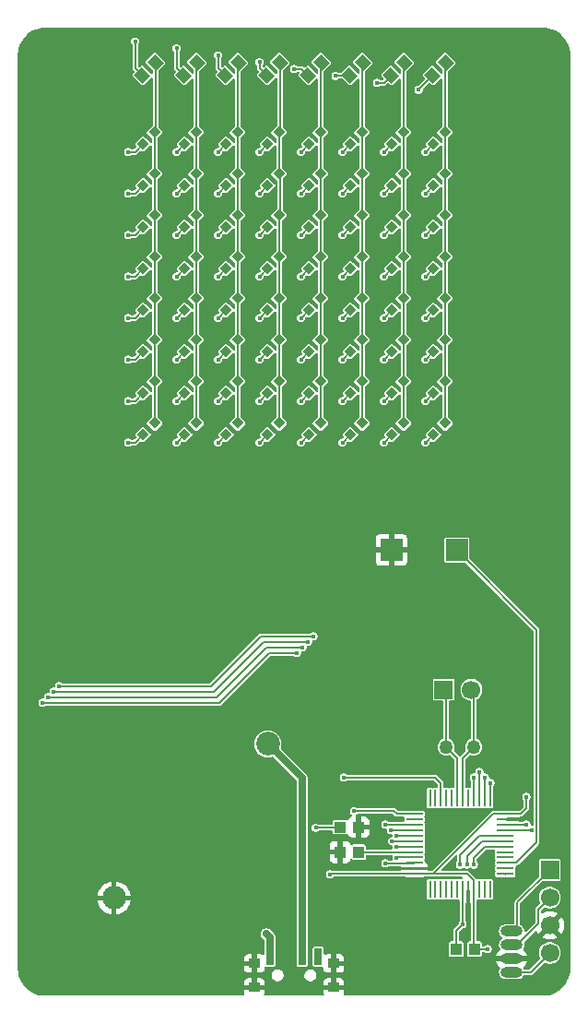
<source format=gbr>
%TF.GenerationSoftware,KiCad,Pcbnew,9.0.4*%
%TF.CreationDate,2025-08-30T15:32:04-04:00*%
%TF.ProjectId,business_card_pcb,62757369-6e65-4737-935f-636172645f70,rev?*%
%TF.SameCoordinates,Original*%
%TF.FileFunction,Copper,L1,Top*%
%TF.FilePolarity,Positive*%
%FSLAX46Y46*%
G04 Gerber Fmt 4.6, Leading zero omitted, Abs format (unit mm)*
G04 Created by KiCad (PCBNEW 9.0.4) date 2025-08-30 15:32:04*
%MOMM*%
%LPD*%
G01*
G04 APERTURE LIST*
G04 Aperture macros list*
%AMRoundRect*
0 Rectangle with rounded corners*
0 $1 Rounding radius*
0 $2 $3 $4 $5 $6 $7 $8 $9 X,Y pos of 4 corners*
0 Add a 4 corners polygon primitive as box body*
4,1,4,$2,$3,$4,$5,$6,$7,$8,$9,$2,$3,0*
0 Add four circle primitives for the rounded corners*
1,1,$1+$1,$2,$3*
1,1,$1+$1,$4,$5*
1,1,$1+$1,$6,$7*
1,1,$1+$1,$8,$9*
0 Add four rect primitives between the rounded corners*
20,1,$1+$1,$2,$3,$4,$5,0*
20,1,$1+$1,$4,$5,$6,$7,0*
20,1,$1+$1,$6,$7,$8,$9,0*
20,1,$1+$1,$8,$9,$2,$3,0*%
%AMRotRect*
0 Rectangle, with rotation*
0 The origin of the aperture is its center*
0 $1 length*
0 $2 width*
0 $3 Rotation angle, in degrees counterclockwise*
0 Add horizontal line*
21,1,$1,$2,0,0,$3*%
G04 Aperture macros list end*
%TA.AperFunction,SMDPad,CuDef*%
%ADD10RotRect,0.800000X0.800000X135.000000*%
%TD*%
%TA.AperFunction,SMDPad,CuDef*%
%ADD11R,1.000000X1.100000*%
%TD*%
%TA.AperFunction,SMDPad,CuDef*%
%ADD12R,1.100000X1.000000*%
%TD*%
%TA.AperFunction,ComponentPad*%
%ADD13R,1.700000X1.700000*%
%TD*%
%TA.AperFunction,ComponentPad*%
%ADD14C,1.700000*%
%TD*%
%TA.AperFunction,SMDPad,CuDef*%
%ADD15R,0.990600X0.812800*%
%TD*%
%TA.AperFunction,SMDPad,CuDef*%
%ADD16R,0.711200X1.498600*%
%TD*%
%TA.AperFunction,SMDPad,CuDef*%
%ADD17RotRect,1.000000X1.100000X225.000000*%
%TD*%
%TA.AperFunction,SMDPad,CuDef*%
%ADD18R,2.000000X2.000000*%
%TD*%
%TA.AperFunction,ComponentPad*%
%ADD19O,2.016000X1.008000*%
%TD*%
%TA.AperFunction,SMDPad,CuDef*%
%ADD20RoundRect,0.635000X-0.000010X-0.000010X0.000010X-0.000010X0.000010X0.000010X-0.000010X0.000010X0*%
%TD*%
%TA.AperFunction,SMDPad,CuDef*%
%ADD21R,0.280000X1.558800*%
%TD*%
%TA.AperFunction,SMDPad,CuDef*%
%ADD22R,1.558800X0.280000*%
%TD*%
%TA.AperFunction,ComponentPad*%
%ADD23C,2.175000*%
%TD*%
%TA.AperFunction,ViaPad*%
%ADD24C,0.452400*%
%TD*%
%TA.AperFunction,ViaPad*%
%ADD25C,0.502400*%
%TD*%
%TA.AperFunction,Conductor*%
%ADD26C,0.203200*%
%TD*%
%TA.AperFunction,Conductor*%
%ADD27C,0.711200*%
%TD*%
%TA.AperFunction,Conductor*%
%ADD28C,0.200000*%
%TD*%
%TA.AperFunction,Conductor*%
%ADD29C,0.190000*%
%TD*%
%TA.AperFunction,Conductor*%
%ADD30C,0.700000*%
%TD*%
G04 APERTURE END LIST*
D10*
%TO.P,LED29,A,A*%
%TO.N,Net-(LED13-PadA)*%
X150936430Y-81613270D03*
%TO.P,LED29,C,C*%
%TO.N,/LED_N3*%
X149875770Y-82673930D03*
%TD*%
%TO.P,LED37,A,A*%
%TO.N,Net-(LED13-PadA)*%
X150936430Y-85423270D03*
%TO.P,LED37,C,C*%
%TO.N,/LED_N4*%
X149875770Y-86483930D03*
%TD*%
%TO.P,LED64,A,A*%
%TO.N,Net-(LED16-PadA)*%
X162366430Y-96853270D03*
%TO.P,LED64,C,C*%
%TO.N,/LED_N7*%
X161305770Y-97913930D03*
%TD*%
%TO.P,LED48,A,A*%
%TO.N,Net-(LED16-PadA)*%
X162366430Y-89233270D03*
%TO.P,LED48,C,C*%
%TO.N,/LED_N5*%
X161305770Y-90293930D03*
%TD*%
%TO.P,LED24,A,A*%
%TO.N,Net-(LED16-PadA)*%
X162366430Y-77803270D03*
%TO.P,LED24,C,C*%
%TO.N,/LED_N2*%
X161305770Y-78863930D03*
%TD*%
%TO.P,LED21,A,A*%
%TO.N,Net-(LED13-PadA)*%
X150936430Y-77803270D03*
%TO.P,LED21,C,C*%
%TO.N,/LED_N2*%
X149875770Y-78863930D03*
%TD*%
%TO.P,LED43,A,A*%
%TO.N,Net-(LED11-PadA)*%
X143316430Y-89233270D03*
%TO.P,LED43,C,C*%
%TO.N,/LED_N5*%
X142255770Y-90293930D03*
%TD*%
%TO.P,LED20,A,A*%
%TO.N,Net-(LED12-PadA)*%
X147126430Y-77803270D03*
%TO.P,LED20,C,C*%
%TO.N,/LED_N2*%
X146065770Y-78863930D03*
%TD*%
%TO.P,LED22,A,A*%
%TO.N,Net-(LED14-PadA)*%
X154746430Y-77803270D03*
%TO.P,LED22,C,C*%
%TO.N,/LED_N2*%
X153685770Y-78863930D03*
%TD*%
%TO.P,LED27,A,A*%
%TO.N,Net-(LED11-PadA)*%
X143316430Y-81613270D03*
%TO.P,LED27,C,C*%
%TO.N,/LED_N3*%
X142255770Y-82673930D03*
%TD*%
D11*
%TO.P,R2,1,1*%
%TO.N,Net-(MP1-P$44)*%
X154431100Y-136245600D03*
%TO.P,R2,2,2*%
%TO.N,GND*%
X152731100Y-136245600D03*
%TD*%
D10*
%TO.P,LED5,A,A*%
%TO.N,Net-(LED13-PadA)*%
X150936430Y-70183270D03*
%TO.P,LED5,C,C*%
%TO.N,/LED_N0*%
X149875770Y-71243930D03*
%TD*%
D12*
%TO.P,C9,1,1*%
%TO.N,+3V3*%
X152731100Y-133959600D03*
%TO.P,C9,2,2*%
%TO.N,GND*%
X154431100Y-133959600D03*
%TD*%
D10*
%TO.P,LED17,A,A*%
%TO.N,Net-(LED1-PadA)*%
X135696430Y-77803270D03*
%TO.P,LED17,C,C*%
%TO.N,/LED_N2*%
X134635770Y-78863930D03*
%TD*%
%TO.P,LED8,A,A*%
%TO.N,Net-(LED16-PadA)*%
X162366430Y-70183270D03*
%TO.P,LED8,C,C*%
%TO.N,/LED_N0*%
X161305770Y-71243930D03*
%TD*%
%TO.P,LED34,A,A*%
%TO.N,Net-(LED10-PadA)*%
X139506430Y-85423270D03*
%TO.P,LED34,C,C*%
%TO.N,/LED_N4*%
X138445770Y-86483930D03*
%TD*%
%TO.P,LED63,A,A*%
%TO.N,Net-(LED15-PadA)*%
X158556430Y-96853270D03*
%TO.P,LED63,C,C*%
%TO.N,/LED_N7*%
X157495770Y-97913930D03*
%TD*%
D13*
%TO.P,J1,1,Pin_1*%
%TO.N,/NRST*%
X172000000Y-137880000D03*
D14*
%TO.P,J1,2,Pin_2*%
%TO.N,/SWDIO*%
X172000000Y-140420000D03*
%TO.P,J1,3,Pin_3*%
%TO.N,GND*%
X172000000Y-142960000D03*
%TO.P,J1,4,Pin_4*%
%TO.N,/SWCLK*%
X172000000Y-145500000D03*
%TD*%
D10*
%TO.P,LED18,A,A*%
%TO.N,Net-(LED10-PadA)*%
X139506430Y-77803270D03*
%TO.P,LED18,C,C*%
%TO.N,/LED_N2*%
X138445770Y-78863930D03*
%TD*%
%TO.P,LED26,A,A*%
%TO.N,Net-(LED10-PadA)*%
X139506430Y-81613270D03*
%TO.P,LED26,C,C*%
%TO.N,/LED_N3*%
X138445770Y-82673930D03*
%TD*%
%TO.P,LED62,A,A*%
%TO.N,Net-(LED14-PadA)*%
X154746430Y-96853270D03*
%TO.P,LED62,C,C*%
%TO.N,/LED_N7*%
X153685770Y-97913930D03*
%TD*%
%TO.P,LED4,A,A*%
%TO.N,Net-(LED12-PadA)*%
X147126430Y-70183270D03*
%TO.P,LED4,C,C*%
%TO.N,/LED_N0*%
X146065770Y-71243930D03*
%TD*%
%TO.P,LED35,A,A*%
%TO.N,Net-(LED11-PadA)*%
X143316430Y-85423270D03*
%TO.P,LED35,C,C*%
%TO.N,/LED_N4*%
X142255770Y-86483930D03*
%TD*%
D15*
%TO.P,SW1,1,4*%
%TO.N,GND*%
X144851100Y-148648600D03*
%TO.P,SW1,2,4*%
X152151100Y-148648600D03*
%TO.P,SW1,3,4*%
X152151100Y-146448600D03*
%TO.P,SW1,4,4*%
X144851100Y-146448600D03*
D16*
%TO.P,SW1,7,1*%
%TO.N,+3V3*%
X146258300Y-145839000D03*
%TO.P,SW1,8,2*%
%TO.N,Net-(BT1-+)*%
X149242800Y-145839000D03*
%TO.P,SW1,9,3*%
%TO.N,unconnected-(SW1-3-Pad9)*%
X150741400Y-145839000D03*
%TD*%
D10*
%TO.P,LED39,A,A*%
%TO.N,Net-(LED15-PadA)*%
X158556430Y-85423270D03*
%TO.P,LED39,C,C*%
%TO.N,/LED_N4*%
X157495770Y-86483930D03*
%TD*%
%TO.P,LED59,A,A*%
%TO.N,Net-(LED11-PadA)*%
X143316430Y-96853270D03*
%TO.P,LED59,C,C*%
%TO.N,/LED_N7*%
X142255770Y-97913930D03*
%TD*%
D17*
%TO.P,R9,1,1*%
%TO.N,Net-(LED15-PadA)*%
X158627141Y-63762559D03*
%TO.P,R9,2,2*%
%TO.N,/LED_P6*%
X157425059Y-64964641D03*
%TD*%
D10*
%TO.P,LED53,A,A*%
%TO.N,Net-(LED13-PadA)*%
X150936430Y-93043270D03*
%TO.P,LED53,C,C*%
%TO.N,/LED_N6*%
X149875770Y-94103930D03*
%TD*%
%TO.P,LED12,A,A*%
%TO.N,Net-(LED12-PadA)*%
X147126430Y-73993270D03*
%TO.P,LED12,C,C*%
%TO.N,/LED_N1*%
X146065770Y-75053930D03*
%TD*%
D18*
%TO.P,SW2,1,1*%
%TO.N,GND*%
X157460000Y-108510000D03*
%TO.P,SW2,2,2*%
%TO.N,/BTN1*%
X163460000Y-108510000D03*
%TD*%
D13*
%TO.P,REF\u002A\u002A,1*%
%TO.N,/UART_RX*%
X162250000Y-121330000D03*
D14*
%TO.P,REF\u002A\u002A,2*%
%TO.N,/UART_TX*%
X164790000Y-121330000D03*
%TD*%
D10*
%TO.P,LED2,A,A*%
%TO.N,Net-(LED10-PadA)*%
X139506430Y-70183270D03*
%TO.P,LED2,C,C*%
%TO.N,/LED_N0*%
X138445770Y-71243930D03*
%TD*%
%TO.P,LED25,A,A*%
%TO.N,Net-(LED1-PadA)*%
X135696430Y-81613270D03*
%TO.P,LED25,C,C*%
%TO.N,/LED_N3*%
X134635770Y-82673930D03*
%TD*%
%TO.P,LED60,A,A*%
%TO.N,Net-(LED12-PadA)*%
X147126430Y-96853270D03*
%TO.P,LED60,C,C*%
%TO.N,/LED_N7*%
X146065770Y-97913930D03*
%TD*%
%TO.P,LED57,A,A*%
%TO.N,Net-(LED1-PadA)*%
X135696430Y-96853270D03*
%TO.P,LED57,C,C*%
%TO.N,/LED_N7*%
X134635770Y-97913930D03*
%TD*%
D17*
%TO.P,R3,1,1*%
%TO.N,Net-(LED1-PadA)*%
X135767141Y-63762559D03*
%TO.P,R3,2,2*%
%TO.N,/LED_P0*%
X134565059Y-64964641D03*
%TD*%
D10*
%TO.P,LED56,A,A*%
%TO.N,Net-(LED16-PadA)*%
X162366430Y-93043270D03*
%TO.P,LED56,C,C*%
%TO.N,/LED_N6*%
X161305770Y-94103930D03*
%TD*%
%TO.P,LED28,A,A*%
%TO.N,Net-(LED12-PadA)*%
X147126430Y-81613270D03*
%TO.P,LED28,C,C*%
%TO.N,/LED_N3*%
X146065770Y-82673930D03*
%TD*%
%TO.P,LED6,A,A*%
%TO.N,Net-(LED14-PadA)*%
X154746430Y-70183270D03*
%TO.P,LED6,C,C*%
%TO.N,/LED_N0*%
X153685770Y-71243930D03*
%TD*%
%TO.P,LED30,A,A*%
%TO.N,Net-(LED14-PadA)*%
X154746430Y-81613270D03*
%TO.P,LED30,C,C*%
%TO.N,/LED_N3*%
X153685770Y-82673930D03*
%TD*%
%TO.P,LED9,A,A*%
%TO.N,Net-(LED1-PadA)*%
X135696430Y-73993270D03*
%TO.P,LED9,C,C*%
%TO.N,/LED_N1*%
X134635770Y-75053930D03*
%TD*%
%TO.P,LED19,A,A*%
%TO.N,Net-(LED11-PadA)*%
X143316430Y-77803270D03*
%TO.P,LED19,C,C*%
%TO.N,/LED_N2*%
X142255770Y-78863930D03*
%TD*%
%TO.P,LED23,A,A*%
%TO.N,Net-(LED15-PadA)*%
X158556430Y-77803270D03*
%TO.P,LED23,C,C*%
%TO.N,/LED_N2*%
X157495770Y-78863930D03*
%TD*%
D17*
%TO.P,R10,1,1*%
%TO.N,Net-(LED16-PadA)*%
X162437141Y-63762559D03*
%TO.P,R10,2,2*%
%TO.N,/LED_P7*%
X161235059Y-64964641D03*
%TD*%
D10*
%TO.P,LED31,A,A*%
%TO.N,Net-(LED15-PadA)*%
X158556430Y-81613270D03*
%TO.P,LED31,C,C*%
%TO.N,/LED_N3*%
X157495770Y-82673930D03*
%TD*%
%TO.P,LED52,A,A*%
%TO.N,Net-(LED12-PadA)*%
X147126430Y-93043270D03*
%TO.P,LED52,C,C*%
%TO.N,/LED_N6*%
X146065770Y-94103930D03*
%TD*%
%TO.P,LED47,A,A*%
%TO.N,Net-(LED15-PadA)*%
X158556430Y-89233270D03*
%TO.P,LED47,C,C*%
%TO.N,/LED_N5*%
X157495770Y-90293930D03*
%TD*%
D19*
%TO.P,PROG0,P$1,4*%
%TO.N,/NRST*%
X168496000Y-143500000D03*
%TO.P,PROG0,P$2,3*%
%TO.N,/SWDIO*%
X168496000Y-144750000D03*
%TO.P,PROG0,P$3,2*%
%TO.N,GND*%
X168496000Y-146000000D03*
%TO.P,PROG0,P$4,1*%
%TO.N,/SWCLK*%
X168496000Y-147250000D03*
%TD*%
D17*
%TO.P,R7,1,1*%
%TO.N,Net-(LED13-PadA)*%
X151007141Y-63762559D03*
%TO.P,R7,2,2*%
%TO.N,/LED_P4*%
X149805059Y-64964641D03*
%TD*%
D10*
%TO.P,LED7,A,A*%
%TO.N,Net-(LED15-PadA)*%
X158556430Y-70183270D03*
%TO.P,LED7,C,C*%
%TO.N,/LED_N0*%
X157495770Y-71243930D03*
%TD*%
%TO.P,LED51,A,A*%
%TO.N,Net-(LED11-PadA)*%
X143316430Y-93043270D03*
%TO.P,LED51,C,C*%
%TO.N,/LED_N6*%
X142255770Y-94103930D03*
%TD*%
%TO.P,LED41,A,A*%
%TO.N,Net-(LED1-PadA)*%
X135696430Y-89233270D03*
%TO.P,LED41,C,C*%
%TO.N,/LED_N5*%
X134635770Y-90293930D03*
%TD*%
D11*
%TO.P,R1,1,1*%
%TO.N,/NRST*%
X163399100Y-145135600D03*
%TO.P,R1,2,2*%
%TO.N,+3V3*%
X165099100Y-145135600D03*
%TD*%
D17*
%TO.P,R5,1,1*%
%TO.N,Net-(LED11-PadA)*%
X143387141Y-63762559D03*
%TO.P,R5,2,2*%
%TO.N,/LED_P2*%
X142185059Y-64964641D03*
%TD*%
D20*
%TO.P,RX0,TP,TP*%
%TO.N,/UART_RX*%
X162471100Y-126593600D03*
%TD*%
D10*
%TO.P,LED61,A,A*%
%TO.N,Net-(LED13-PadA)*%
X150936430Y-96853270D03*
%TO.P,LED61,C,C*%
%TO.N,/LED_N7*%
X149875770Y-97913930D03*
%TD*%
D21*
%TO.P,MP1,1,P$1*%
%TO.N,unconnected-(MP1-P$1-Pad1)*%
X160991100Y-139661900D03*
%TO.P,MP1,2,P$2*%
%TO.N,unconnected-(MP1-P$2-Pad2)*%
X161491100Y-139661900D03*
%TO.P,MP1,3,P$3*%
%TO.N,unconnected-(MP1-P$3-Pad3)*%
X161991100Y-139661900D03*
%TO.P,MP1,4,P$4*%
%TO.N,unconnected-(MP1-P$4-Pad4)*%
X162491100Y-139661900D03*
%TO.P,MP1,5,P$5*%
%TO.N,unconnected-(MP1-P$5-Pad5)*%
X162991100Y-139661900D03*
%TO.P,MP1,6,P$6*%
%TO.N,unconnected-(MP1-P$6-Pad6)*%
X163491100Y-139661900D03*
%TO.P,MP1,7,P$7*%
%TO.N,/NRST*%
X163991100Y-139661900D03*
%TO.P,MP1,8,P$8*%
%TO.N,GND*%
X164491100Y-139661900D03*
%TO.P,MP1,9,P$9*%
%TO.N,+3V3*%
X164991100Y-139661900D03*
%TO.P,MP1,10,P$10*%
%TO.N,unconnected-(MP1-P$10-Pad10)*%
X165491100Y-139661900D03*
%TO.P,MP1,11,P$11*%
%TO.N,unconnected-(MP1-P$11-Pad11)*%
X165991100Y-139661900D03*
%TO.P,MP1,12,P$12*%
%TO.N,unconnected-(MP1-P$12-Pad12)*%
X166491100Y-139661900D03*
D22*
%TO.P,MP1,13,P$13*%
%TO.N,unconnected-(MP1-P$13-Pad13)*%
X167919400Y-138233600D03*
%TO.P,MP1,14,P$14*%
%TO.N,unconnected-(MP1-P$14-Pad14)*%
X167919400Y-137733600D03*
%TO.P,MP1,15,P$15*%
%TO.N,/BTN1*%
X167919400Y-137233600D03*
%TO.P,MP1,16,P$16*%
%TO.N,unconnected-(MP1-P$16-Pad16)*%
X167919400Y-136733600D03*
%TO.P,MP1,17,P$17*%
%TO.N,unconnected-(MP1-P$17-Pad17)*%
X167919400Y-136233600D03*
%TO.P,MP1,18,P$18*%
%TO.N,/LED_P0*%
X167919400Y-135733600D03*
%TO.P,MP1,19,P$19*%
%TO.N,/LED_P1*%
X167919400Y-135233600D03*
%TO.P,MP1,20,P$20*%
%TO.N,/LED_P2*%
X167919400Y-134733600D03*
%TO.P,MP1,21,P$21*%
%TO.N,/LED_N2*%
X167919400Y-134233600D03*
%TO.P,MP1,22,P$22*%
%TO.N,/LED_N3*%
X167919400Y-133733600D03*
%TO.P,MP1,23,P$23*%
%TO.N,GND*%
X167919400Y-133233600D03*
%TO.P,MP1,24,P$24*%
%TO.N,+3V3*%
X167919400Y-132733600D03*
D21*
%TO.P,MP1,25,P$25*%
%TO.N,/LED_N4*%
X166491100Y-131305300D03*
%TO.P,MP1,26,P$26*%
%TO.N,/LED_N5*%
X165991100Y-131305300D03*
%TO.P,MP1,27,P$27*%
%TO.N,/LED_N6*%
X165491100Y-131305300D03*
%TO.P,MP1,28,P$28*%
%TO.N,/LED_N7*%
X164991100Y-131305300D03*
%TO.P,MP1,29,P$29*%
%TO.N,unconnected-(MP1-P$29-Pad29)*%
X164491100Y-131305300D03*
%TO.P,MP1,30,P$30*%
%TO.N,/UART_TX*%
X163991100Y-131305300D03*
%TO.P,MP1,31,P$31*%
%TO.N,/UART_RX*%
X163491100Y-131305300D03*
%TO.P,MP1,32,P$32*%
%TO.N,unconnected-(MP1-P$32-Pad32)*%
X162991100Y-131305300D03*
%TO.P,MP1,33,P$33*%
%TO.N,unconnected-(MP1-P$33-Pad33)*%
X162491100Y-131305300D03*
%TO.P,MP1,34,P$34*%
%TO.N,/SWDIO*%
X161991100Y-131305300D03*
%TO.P,MP1,35,P$35*%
%TO.N,unconnected-(MP1-P$35-Pad35)*%
X161491100Y-131305300D03*
%TO.P,MP1,36,P$36*%
%TO.N,unconnected-(MP1-P$36-Pad36)*%
X160991100Y-131305300D03*
D22*
%TO.P,MP1,37,P$37*%
%TO.N,/SWCLK*%
X159562800Y-132733600D03*
%TO.P,MP1,38,P$38*%
%TO.N,unconnected-(MP1-P$38-Pad38)*%
X159562800Y-133233600D03*
%TO.P,MP1,39,P$39*%
%TO.N,/LED_P3*%
X159562800Y-133733600D03*
%TO.P,MP1,40,P$40*%
%TO.N,/LED_P4*%
X159562800Y-134233600D03*
%TO.P,MP1,41,P$41*%
%TO.N,/LED_P5*%
X159562800Y-134733600D03*
%TO.P,MP1,42,P$42*%
%TO.N,/LED_P6*%
X159562800Y-135233600D03*
%TO.P,MP1,43,P$43*%
%TO.N,/LED_P7*%
X159562800Y-135733600D03*
%TO.P,MP1,44,P$44*%
%TO.N,Net-(MP1-P$44)*%
X159562800Y-136233600D03*
%TO.P,MP1,45,P$45*%
%TO.N,/LED_N0*%
X159562800Y-136733600D03*
%TO.P,MP1,46,P$46*%
%TO.N,/LED_N1*%
X159562800Y-137233600D03*
%TO.P,MP1,47,P$47*%
%TO.N,GND*%
X159562800Y-137733600D03*
%TO.P,MP1,48,P$48*%
%TO.N,+3V3*%
X159562800Y-138233600D03*
%TD*%
D10*
%TO.P,LED13,A,A*%
%TO.N,Net-(LED13-PadA)*%
X150936430Y-73993270D03*
%TO.P,LED13,C,C*%
%TO.N,/LED_N1*%
X149875770Y-75053930D03*
%TD*%
%TO.P,LED16,A,A*%
%TO.N,Net-(LED16-PadA)*%
X162366430Y-73993270D03*
%TO.P,LED16,C,C*%
%TO.N,/LED_N1*%
X161305770Y-75053930D03*
%TD*%
%TO.P,LED44,A,A*%
%TO.N,Net-(LED12-PadA)*%
X147126430Y-89233270D03*
%TO.P,LED44,C,C*%
%TO.N,/LED_N5*%
X146065770Y-90293930D03*
%TD*%
%TO.P,LED11,A,A*%
%TO.N,Net-(LED11-PadA)*%
X143316430Y-73993270D03*
%TO.P,LED11,C,C*%
%TO.N,/LED_N1*%
X142255770Y-75053930D03*
%TD*%
%TO.P,LED49,A,A*%
%TO.N,Net-(LED1-PadA)*%
X135696430Y-93043270D03*
%TO.P,LED49,C,C*%
%TO.N,/LED_N6*%
X134635770Y-94103930D03*
%TD*%
%TO.P,LED58,A,A*%
%TO.N,Net-(LED10-PadA)*%
X139506430Y-96853270D03*
%TO.P,LED58,C,C*%
%TO.N,/LED_N7*%
X138445770Y-97913930D03*
%TD*%
%TO.P,LED55,A,A*%
%TO.N,Net-(LED15-PadA)*%
X158556430Y-93043270D03*
%TO.P,LED55,C,C*%
%TO.N,/LED_N6*%
X157495770Y-94103930D03*
%TD*%
%TO.P,LED10,A,A*%
%TO.N,Net-(LED10-PadA)*%
X139506430Y-73993270D03*
%TO.P,LED10,C,C*%
%TO.N,/LED_N1*%
X138445770Y-75053930D03*
%TD*%
%TO.P,LED50,A,A*%
%TO.N,Net-(LED10-PadA)*%
X139506430Y-93043270D03*
%TO.P,LED50,C,C*%
%TO.N,/LED_N6*%
X138445770Y-94103930D03*
%TD*%
%TO.P,LED1,A,A*%
%TO.N,Net-(LED1-PadA)*%
X135696430Y-70183270D03*
%TO.P,LED1,C,C*%
%TO.N,/LED_N0*%
X134635770Y-71243930D03*
%TD*%
%TO.P,LED15,A,A*%
%TO.N,Net-(LED15-PadA)*%
X158556430Y-73993270D03*
%TO.P,LED15,C,C*%
%TO.N,/LED_N1*%
X157495770Y-75053930D03*
%TD*%
%TO.P,LED14,A,A*%
%TO.N,Net-(LED14-PadA)*%
X154746430Y-73993270D03*
%TO.P,LED14,C,C*%
%TO.N,/LED_N1*%
X153685770Y-75053930D03*
%TD*%
%TO.P,LED54,A,A*%
%TO.N,Net-(LED14-PadA)*%
X154746430Y-93043270D03*
%TO.P,LED54,C,C*%
%TO.N,/LED_N6*%
X153685770Y-94103930D03*
%TD*%
%TO.P,LED40,A,A*%
%TO.N,Net-(LED16-PadA)*%
X162366430Y-85423270D03*
%TO.P,LED40,C,C*%
%TO.N,/LED_N4*%
X161305770Y-86483930D03*
%TD*%
D17*
%TO.P,R8,1,1*%
%TO.N,Net-(LED14-PadA)*%
X154817141Y-63762559D03*
%TO.P,R8,2,2*%
%TO.N,/LED_P5*%
X153615059Y-64964641D03*
%TD*%
D10*
%TO.P,LED46,A,A*%
%TO.N,Net-(LED14-PadA)*%
X154746430Y-89233270D03*
%TO.P,LED46,C,C*%
%TO.N,/LED_N5*%
X153685770Y-90293930D03*
%TD*%
%TO.P,LED38,A,A*%
%TO.N,Net-(LED14-PadA)*%
X154746430Y-85423270D03*
%TO.P,LED38,C,C*%
%TO.N,/LED_N4*%
X153685770Y-86483930D03*
%TD*%
%TO.P,LED32,A,A*%
%TO.N,Net-(LED16-PadA)*%
X162366430Y-81613270D03*
%TO.P,LED32,C,C*%
%TO.N,/LED_N3*%
X161305770Y-82673930D03*
%TD*%
D17*
%TO.P,R6,1,1*%
%TO.N,Net-(LED12-PadA)*%
X147197141Y-63762559D03*
%TO.P,R6,2,2*%
%TO.N,/LED_P3*%
X145995059Y-64964641D03*
%TD*%
D10*
%TO.P,LED45,A,A*%
%TO.N,Net-(LED13-PadA)*%
X150936430Y-89233270D03*
%TO.P,LED45,C,C*%
%TO.N,/LED_N5*%
X149875770Y-90293930D03*
%TD*%
%TO.P,LED36,A,A*%
%TO.N,Net-(LED12-PadA)*%
X147126430Y-85423270D03*
%TO.P,LED36,C,C*%
%TO.N,/LED_N4*%
X146065770Y-86483930D03*
%TD*%
%TO.P,LED33,A,A*%
%TO.N,Net-(LED1-PadA)*%
X135696430Y-85423270D03*
%TO.P,LED33,C,C*%
%TO.N,/LED_N4*%
X134635770Y-86483930D03*
%TD*%
%TO.P,LED42,A,A*%
%TO.N,Net-(LED10-PadA)*%
X139506430Y-89233270D03*
%TO.P,LED42,C,C*%
%TO.N,/LED_N5*%
X138445770Y-90293930D03*
%TD*%
D23*
%TO.P,BT1,+*%
%TO.N,Net-(BT1-+)*%
X146100000Y-126310000D03*
%TO.P,BT1,-*%
%TO.N,GND*%
X131957864Y-140452136D03*
%TD*%
D20*
%TO.P,TX0,TP,TP*%
%TO.N,/UART_TX*%
X165011100Y-126593600D03*
%TD*%
D10*
%TO.P,LED3,A,A*%
%TO.N,Net-(LED11-PadA)*%
X143316430Y-70183270D03*
%TO.P,LED3,C,C*%
%TO.N,/LED_N0*%
X142255770Y-71243930D03*
%TD*%
D17*
%TO.P,R4,1,1*%
%TO.N,Net-(LED10-PadA)*%
X139577141Y-63762559D03*
%TO.P,R4,2,2*%
%TO.N,/LED_P1*%
X138375059Y-64964641D03*
%TD*%
D24*
%TO.N,+3V3*%
X150500000Y-134000000D03*
X169837100Y-131165600D03*
X151803100Y-138277600D03*
D25*
X145961100Y-143738600D03*
D24*
X166281100Y-145135600D03*
%TO.N,/LED_N0*%
X160566100Y-71983600D03*
X152946100Y-71983600D03*
X133261100Y-71983600D03*
X141516100Y-71983600D03*
X145326100Y-71983600D03*
X156756100Y-71983600D03*
X149136100Y-71983600D03*
X137706100Y-71983600D03*
X157899100Y-136753600D03*
%TO.N,/LED_N1*%
X137706100Y-75793600D03*
X156756100Y-75793600D03*
X145326100Y-75793600D03*
X156883100Y-137261600D03*
X141516100Y-75793600D03*
X152946100Y-75793600D03*
X149136100Y-75793600D03*
X160566100Y-75793600D03*
X133261100Y-75793600D03*
%TO.N,/LED_N2*%
X137706100Y-79603600D03*
X156756100Y-79603600D03*
X149136100Y-79603600D03*
X133261100Y-79603600D03*
X141516100Y-79603600D03*
X160566100Y-79603600D03*
X170345100Y-134213600D03*
X145326100Y-79603600D03*
X152946100Y-79603600D03*
%TO.N,/LED_N3*%
X137706100Y-83413600D03*
X149136100Y-83413600D03*
X156756100Y-83413600D03*
X152946100Y-83413600D03*
X133261100Y-83413600D03*
X141516100Y-83413600D03*
X160566100Y-83413600D03*
X145326100Y-83413600D03*
X169837100Y-133705600D03*
%TO.N,/LED_N4*%
X166535100Y-129895600D03*
X133261100Y-87223600D03*
X160566100Y-87223600D03*
X141516100Y-87223600D03*
X152946100Y-87223600D03*
X156756100Y-87223600D03*
X149136100Y-87223600D03*
X145326100Y-87223600D03*
X137706100Y-87223600D03*
%TO.N,/LED_N5*%
X156756100Y-91033600D03*
X149136100Y-91033600D03*
X145326100Y-91033600D03*
X141516100Y-91033600D03*
X133261100Y-91033600D03*
X152946100Y-91033600D03*
X160566100Y-91033600D03*
X166027100Y-129387600D03*
X137706100Y-91033600D03*
%TO.N,/LED_N6*%
X141516100Y-94843600D03*
X149136100Y-94843600D03*
X160566100Y-94843600D03*
X133261100Y-94843600D03*
X152946100Y-94843600D03*
X156756100Y-94843600D03*
X165519100Y-128879600D03*
X145326100Y-94843600D03*
X137706100Y-94843600D03*
%TO.N,/LED_N7*%
X156756100Y-98653600D03*
X152946100Y-98653600D03*
X137706100Y-98653600D03*
X165011100Y-129387600D03*
X160566100Y-98653600D03*
X149136100Y-98653600D03*
X145326100Y-98653600D03*
X133261100Y-98653600D03*
X141516100Y-98653600D03*
%TO.N,/SWCLK*%
X154000000Y-132500000D03*
%TO.N,/LED_P3*%
X145326100Y-63728600D03*
X156883100Y-133705600D03*
X150279100Y-116433600D03*
X126911100Y-121005600D03*
%TO.N,/LED_P1*%
X164376100Y-137388600D03*
X137706100Y-62458600D03*
X125895100Y-122021600D03*
X149263100Y-117449600D03*
%TO.N,/LED_P2*%
X126403100Y-121513600D03*
X163741100Y-137388600D03*
X141516100Y-63093600D03*
X149771100Y-116941600D03*
%TO.N,/LED_P5*%
X152311100Y-64998600D03*
X157899100Y-134721600D03*
%TO.N,/LED_P0*%
X165011100Y-137388600D03*
X148755100Y-117957600D03*
X125387100Y-122529600D03*
X133896100Y-61823600D03*
%TO.N,/NRST*%
X163991100Y-142853600D03*
%TO.N,/SWDIO*%
X153073100Y-129387600D03*
%TO.N,/LED_P4*%
X148501100Y-64363600D03*
X157391100Y-134213600D03*
%TO.N,/LED_P7*%
X157899100Y-135737600D03*
X159931100Y-66268600D03*
%TO.N,/LED_P6*%
X156121100Y-65633600D03*
X157500000Y-135229600D03*
%TD*%
D26*
%TO.N,+3V3*%
X164991100Y-139661900D02*
X164991100Y-145027600D01*
X161245100Y-138233600D02*
X164441400Y-138233600D01*
X167919400Y-132733600D02*
X166745100Y-132733600D01*
X152690700Y-134000000D02*
X152731100Y-133959600D01*
X166745100Y-132733600D02*
X161245100Y-138233600D01*
D27*
X146258300Y-144035800D02*
X145961100Y-143738600D01*
D26*
X164441400Y-138233600D02*
X164991100Y-138783300D01*
X159562800Y-138233600D02*
X161245100Y-138233600D01*
X169837100Y-131165600D02*
X169837100Y-132181600D01*
X164991100Y-145027600D02*
X165099100Y-145135600D01*
X165099100Y-145135600D02*
X166281100Y-145135600D01*
X151847100Y-138233600D02*
X151803100Y-138277600D01*
X169837100Y-132181600D02*
X169285100Y-132733600D01*
D27*
X146258300Y-145839000D02*
X146258300Y-144035800D01*
D26*
X159562800Y-138233600D02*
X151847100Y-138233600D01*
X169285100Y-132733600D02*
X167919400Y-132733600D01*
X164991100Y-138783300D02*
X164991100Y-139661900D01*
X150500000Y-134000000D02*
X152690700Y-134000000D01*
%TO.N,/LED_N0*%
X157495768Y-71243932D02*
X156756100Y-71983600D01*
X142255768Y-71243932D02*
X141516100Y-71983600D01*
X133896100Y-71983600D02*
X133261100Y-71983600D01*
X149875768Y-71243932D02*
X149136100Y-71983600D01*
X134635768Y-71243932D02*
X133896100Y-71983600D01*
X157919100Y-136733600D02*
X159562800Y-136733600D01*
X138445768Y-71243932D02*
X137706100Y-71983600D01*
X157899100Y-136753600D02*
X157919100Y-136733600D01*
X153685768Y-71243932D02*
X152946100Y-71983600D01*
X161305768Y-71243932D02*
X160566100Y-71983600D01*
X146065768Y-71243932D02*
X145326100Y-71983600D01*
%TO.N,Net-(LED1-PadA)*%
X135696428Y-73993272D02*
X135696428Y-77803272D01*
X135696428Y-89233272D02*
X135696428Y-93043272D01*
X135696428Y-96853272D02*
X135696428Y-93043272D01*
X135696428Y-70183272D02*
X135696428Y-73993272D01*
X135767140Y-63762560D02*
X135767140Y-70112560D01*
X135696428Y-77803272D02*
X135696428Y-81613272D01*
X135767140Y-70112560D02*
X135696428Y-70183272D01*
X135696428Y-85423272D02*
X135696428Y-89233272D01*
X135696428Y-81613272D02*
X135696428Y-85423272D01*
%TO.N,Net-(LED10-PadA)*%
X139506428Y-63833272D02*
X139577140Y-63762560D01*
X139506428Y-70183272D02*
X139506428Y-63833272D01*
X139506428Y-77803272D02*
X139506428Y-81613272D01*
X139506428Y-70183272D02*
X139506428Y-73993272D01*
X139506428Y-85423272D02*
X139506428Y-89233272D01*
X139506428Y-81613272D02*
X139506428Y-85423272D01*
X139506428Y-93043272D02*
X139506428Y-96853272D01*
X139506428Y-77803272D02*
X139506428Y-73993272D01*
X139506428Y-89233272D02*
X139506428Y-93043272D01*
%TO.N,Net-(LED11-PadA)*%
X143316428Y-85423272D02*
X143316428Y-89233272D01*
X143316428Y-70183272D02*
X143316428Y-63833272D01*
X143316428Y-77803272D02*
X143316428Y-81613272D01*
X143316428Y-73993272D02*
X143316428Y-77803272D01*
X143316428Y-89233272D02*
X143316428Y-93043272D01*
X143316428Y-73993272D02*
X143316428Y-70183272D01*
X143316428Y-81613272D02*
X143316428Y-85423272D01*
X143316428Y-63833272D02*
X143387140Y-63762560D01*
X143316428Y-93043272D02*
X143316428Y-96853272D01*
%TO.N,Net-(LED12-PadA)*%
X147126428Y-73993272D02*
X147231100Y-74097944D01*
X147126428Y-70183272D02*
X147126428Y-73993272D01*
X147197140Y-63762560D02*
X147197140Y-70112560D01*
X147197140Y-70112560D02*
X147126428Y-70183272D01*
X147126428Y-93043272D02*
X147126428Y-96853272D01*
X147126428Y-85423272D02*
X147126428Y-89233272D01*
X147231100Y-77698600D02*
X147126428Y-77803272D01*
X147126428Y-81613272D02*
X147126428Y-77803272D01*
X147126428Y-89233272D02*
X147126428Y-93043272D01*
X147126428Y-81613272D02*
X147126428Y-85423272D01*
X147231100Y-74097944D02*
X147231100Y-77698600D01*
%TO.N,Net-(LED13-PadA)*%
X150936428Y-81613272D02*
X150936428Y-85423272D01*
X150936428Y-89233272D02*
X150936428Y-93043272D01*
X150936428Y-77803272D02*
X150936428Y-73993272D01*
X150936428Y-93043272D02*
X150936428Y-96853272D01*
X150936428Y-85423272D02*
X150936428Y-89233272D01*
X150936428Y-77803272D02*
X150936428Y-81613272D01*
X150936428Y-63833272D02*
X151007140Y-63762560D01*
X150936428Y-70183272D02*
X150936428Y-63833272D01*
X150936428Y-73993272D02*
X150936428Y-70183272D01*
%TO.N,Net-(LED14-PadA)*%
X154746428Y-89233272D02*
X154746428Y-93043272D01*
X154746428Y-73993272D02*
X154746428Y-77803272D01*
X154746428Y-70183272D02*
X154746428Y-73993272D01*
X154746428Y-63833272D02*
X154817140Y-63762560D01*
X154746428Y-85423272D02*
X154746428Y-89233272D01*
X154746428Y-93043272D02*
X154746428Y-96853272D01*
X154746428Y-70183272D02*
X154746428Y-63833272D01*
X154746428Y-77803272D02*
X154746428Y-81613272D01*
X154746428Y-81613272D02*
X154746428Y-85423272D01*
%TO.N,Net-(LED15-PadA)*%
X158556428Y-77803272D02*
X158556428Y-81613272D01*
X158556428Y-70183272D02*
X158556428Y-63833272D01*
X158556428Y-85423272D02*
X158556428Y-89233272D01*
X158556428Y-81613272D02*
X158556428Y-85423272D01*
X158556428Y-93043272D02*
X158556428Y-96853272D01*
X158556428Y-63833272D02*
X158627140Y-63762560D01*
X158556428Y-73993272D02*
X158556428Y-77803272D01*
X158556428Y-73993272D02*
X158556428Y-70183272D01*
X158556428Y-89233272D02*
X158556428Y-93043272D01*
%TO.N,Net-(LED16-PadA)*%
X162366428Y-81613272D02*
X162366428Y-85423272D01*
X162366428Y-85423272D02*
X162366428Y-89233272D01*
X162366428Y-93043272D02*
X162366428Y-96853272D01*
X162366428Y-73993272D02*
X162366428Y-77803272D01*
X162366428Y-89233272D02*
X162366428Y-93043272D01*
X162366428Y-77803272D02*
X162366428Y-81613272D01*
X162366428Y-63833272D02*
X162437140Y-63762560D01*
X162366428Y-63833272D02*
X162366428Y-70183272D01*
X162366428Y-70183272D02*
X162366428Y-73993272D01*
%TO.N,/LED_N1*%
X133896100Y-75793600D02*
X133261100Y-75793600D01*
X138445768Y-75053932D02*
X137706100Y-75793600D01*
X134635768Y-75053932D02*
X133896100Y-75793600D01*
X156883100Y-137261600D02*
X159534800Y-137261600D01*
X153685768Y-75053932D02*
X152946100Y-75793600D01*
X161305768Y-75053932D02*
X160566100Y-75793600D01*
X159534800Y-137261600D02*
X159562800Y-137233600D01*
X149875768Y-75053932D02*
X149136100Y-75793600D01*
X142255768Y-75053932D02*
X141516100Y-75793600D01*
X157495768Y-75053932D02*
X156756100Y-75793600D01*
X146065768Y-75053932D02*
X145326100Y-75793600D01*
%TO.N,/LED_N2*%
X134635768Y-78863932D02*
X133896100Y-79603600D01*
X161305768Y-78863932D02*
X160566100Y-79603600D01*
X149875768Y-78863932D02*
X149136100Y-79603600D01*
X170345100Y-134213600D02*
X170325100Y-134233600D01*
X133896100Y-79603600D02*
X133261100Y-79603600D01*
X153685768Y-78863932D02*
X152946100Y-79603600D01*
X138445768Y-78863932D02*
X137706100Y-79603600D01*
X157495768Y-78863932D02*
X156756100Y-79603600D01*
X142255768Y-78863932D02*
X141516100Y-79603600D01*
X146065768Y-78863932D02*
X145326100Y-79603600D01*
X170325100Y-134233600D02*
X167919400Y-134233600D01*
%TO.N,/LED_N3*%
X142255768Y-82673932D02*
X141516100Y-83413600D01*
X133896100Y-83413600D02*
X133261100Y-83413600D01*
X161305768Y-82673932D02*
X160566100Y-83413600D01*
X153685768Y-82673932D02*
X152946100Y-83413600D01*
X169837100Y-133705600D02*
X169809100Y-133733600D01*
X157495768Y-82673932D02*
X156756100Y-83413600D01*
X134635768Y-82673932D02*
X133896100Y-83413600D01*
X169809100Y-133733600D02*
X167919400Y-133733600D01*
X149875768Y-82673932D02*
X149136100Y-83413600D01*
X138445768Y-82673932D02*
X137706100Y-83413600D01*
X146065768Y-82673932D02*
X145326100Y-83413600D01*
%TO.N,/LED_N4*%
X134635768Y-86483932D02*
X133896100Y-87223600D01*
X166535100Y-131261300D02*
X166491100Y-131305300D01*
X133896100Y-87223600D02*
X133261100Y-87223600D01*
X142255768Y-86483932D02*
X141516100Y-87223600D01*
X146065768Y-86483932D02*
X145326100Y-87223600D01*
X138445768Y-86483932D02*
X137706100Y-87223600D01*
X153685768Y-86483932D02*
X152946100Y-87223600D01*
X161305768Y-86483932D02*
X160566100Y-87223600D01*
X149875768Y-86483932D02*
X149136100Y-87223600D01*
X157495768Y-86483932D02*
X156756100Y-87223600D01*
X166535100Y-129895600D02*
X166535100Y-131261300D01*
%TO.N,/LED_N5*%
X146065768Y-90293932D02*
X145326100Y-91033600D01*
X142255768Y-90293932D02*
X141516100Y-91033600D01*
X153685768Y-90293932D02*
X152946100Y-91033600D01*
X149875768Y-90293932D02*
X149136100Y-91033600D01*
X166027100Y-129387600D02*
X166027100Y-131269300D01*
X138445768Y-90293932D02*
X137706100Y-91033600D01*
X133896100Y-91033600D02*
X133261100Y-91033600D01*
X157495768Y-90293932D02*
X156756100Y-91033600D01*
X161305768Y-90293932D02*
X160566100Y-91033600D01*
X134635768Y-90293932D02*
X133896100Y-91033600D01*
X166027100Y-131269300D02*
X165991100Y-131305300D01*
%TO.N,/LED_N6*%
X153685768Y-94103932D02*
X152946100Y-94843600D01*
X146065768Y-94103932D02*
X145326100Y-94843600D01*
X134635768Y-94103932D02*
X133896100Y-94843600D01*
X165519100Y-131277300D02*
X165491100Y-131305300D01*
X161305768Y-94103932D02*
X160566100Y-94843600D01*
X157495768Y-94103932D02*
X156756100Y-94843600D01*
X165519100Y-128879600D02*
X165519100Y-131277300D01*
X149875768Y-94103932D02*
X149136100Y-94843600D01*
X142255768Y-94103932D02*
X141516100Y-94843600D01*
X133896100Y-94843600D02*
X133261100Y-94843600D01*
X138445768Y-94103932D02*
X137706100Y-94843600D01*
%TO.N,/LED_N7*%
X133896100Y-98653600D02*
X133261100Y-98653600D01*
X157495768Y-97913932D02*
X156756100Y-98653600D01*
X161305768Y-97913932D02*
X160566100Y-98653600D01*
X138445768Y-97913932D02*
X137706100Y-98653600D01*
X146065768Y-97913932D02*
X145326100Y-98653600D01*
X165011100Y-131285300D02*
X164991100Y-131305300D01*
X165011100Y-129387600D02*
X165011100Y-131285300D01*
X149875768Y-97913932D02*
X149136100Y-98653600D01*
X153685768Y-97913932D02*
X152946100Y-98653600D01*
X142255768Y-97913932D02*
X141516100Y-98653600D01*
X134635768Y-97913932D02*
X133896100Y-98653600D01*
%TO.N,/UART_TX*%
X165011100Y-126593600D02*
X165011100Y-121551100D01*
X163991100Y-127613600D02*
X165011100Y-126593600D01*
X163991100Y-131305300D02*
X163991100Y-127613600D01*
X165011100Y-121551100D02*
X164790000Y-121330000D01*
%TO.N,unconnected-(MP1-P$13-Pad13)*%
X167963400Y-138277600D02*
X167919400Y-138233600D01*
%TO.N,/UART_RX*%
X163491100Y-131305300D02*
X163491100Y-127613600D01*
X162471100Y-122418500D02*
X162480000Y-122409600D01*
X162471100Y-121551100D02*
X162250000Y-121330000D01*
X163491100Y-127613600D02*
X162471100Y-126593600D01*
X162471100Y-126593600D02*
X162471100Y-121551100D01*
%TO.N,/SWCLK*%
X154064400Y-132435600D02*
X157645100Y-132435600D01*
X157645100Y-132435600D02*
X157943100Y-132733600D01*
X170250000Y-147250000D02*
X172000000Y-145500000D01*
X169000000Y-147250000D02*
X170250000Y-147250000D01*
X169000000Y-147250000D02*
X169250000Y-147000000D01*
X157943100Y-132733600D02*
X159562800Y-132733600D01*
X154000000Y-132500000D02*
X154064400Y-132435600D01*
D28*
%TO.N,/BTN1*%
X170799300Y-115849300D02*
X170799300Y-135333100D01*
X168898800Y-137233600D02*
X167919400Y-137233600D01*
X170799300Y-135333100D02*
X168898800Y-137233600D01*
X163460000Y-108510000D02*
X170799300Y-115849300D01*
D26*
%TO.N,/LED_P3*%
X145326100Y-64295688D02*
X145326100Y-63728600D01*
X126911100Y-121005600D02*
X140881100Y-121005600D01*
X140881100Y-121005600D02*
X145453100Y-116433600D01*
X156883100Y-133705600D02*
X159534800Y-133705600D01*
X159534800Y-133705600D02*
X159562800Y-133733600D01*
X145995056Y-64964644D02*
X145326100Y-64295688D01*
X145453100Y-116433600D02*
X150279100Y-116433600D01*
%TO.N,/LED_P1*%
X164376100Y-136626600D02*
X164376100Y-137388600D01*
X138375056Y-64964644D02*
X137706100Y-64295688D01*
X167919400Y-135233600D02*
X165769100Y-135233600D01*
X165769100Y-135233600D02*
X164376100Y-136626600D01*
X141389100Y-122021600D02*
X145961100Y-117449600D01*
X145961100Y-117449600D02*
X149263100Y-117449600D01*
X137706100Y-64295688D02*
X137706100Y-62458600D01*
X125895100Y-122021600D02*
X141389100Y-122021600D01*
%TO.N,/LED_P2*%
X145707100Y-116941600D02*
X149771100Y-116941600D01*
X167919400Y-134733600D02*
X165507100Y-134733600D01*
X141516100Y-64295688D02*
X141516100Y-63093600D01*
X163741100Y-136499600D02*
X163741100Y-137388600D01*
X165507100Y-134733600D02*
X163741100Y-136499600D01*
X141135100Y-121513600D02*
X145707100Y-116941600D01*
X142185056Y-64964644D02*
X141516100Y-64295688D01*
X126403100Y-121513600D02*
X141135100Y-121513600D01*
%TO.N,/LED_P5*%
X153615056Y-64964644D02*
X152345056Y-64964644D01*
X152345056Y-64964644D02*
X152311100Y-64998600D01*
X157899100Y-134721600D02*
X159550800Y-134721600D01*
X159550800Y-134721600D02*
X159562800Y-134733600D01*
%TO.N,Net-(MP1-P$44)*%
X154431100Y-136245600D02*
X154443100Y-136233600D01*
D29*
X159562800Y-136233600D02*
X154443100Y-136233600D01*
D26*
%TO.N,/LED_P0*%
X125387100Y-122529600D02*
X141643100Y-122529600D01*
X167915400Y-135737600D02*
X166027100Y-135737600D01*
X166027100Y-135737600D02*
X165011100Y-136753600D01*
X167919400Y-135733600D02*
X167915400Y-135737600D01*
X146215100Y-117957600D02*
X148755100Y-117957600D01*
X141643100Y-122529600D02*
X146215100Y-117957600D01*
X134565056Y-64964644D02*
X133896100Y-64295688D01*
X165011100Y-136753600D02*
X165011100Y-137388600D01*
X133896100Y-64295688D02*
X133896100Y-61823600D01*
%TO.N,/NRST*%
X163399100Y-143445600D02*
X163991100Y-142853600D01*
X169000000Y-140880000D02*
X172000000Y-137880000D01*
X163399100Y-145135600D02*
X163399100Y-143865600D01*
X163399100Y-143865600D02*
X163399100Y-143777600D01*
X169000000Y-143500000D02*
X169000000Y-140880000D01*
X163991100Y-139661900D02*
X163991100Y-142853600D01*
X163399100Y-143777600D02*
X163399100Y-143445600D01*
%TO.N,/SWDIO*%
X161455100Y-129387600D02*
X153073100Y-129387600D01*
X169000000Y-144750000D02*
X170920400Y-142829600D01*
X161455100Y-129387600D02*
X161991100Y-129923600D01*
X161991100Y-129923600D02*
X161991100Y-131305300D01*
X170920400Y-141499600D02*
X172000000Y-140420000D01*
X170920400Y-142829600D02*
X170920400Y-141499600D01*
%TO.N,/LED_P4*%
X159542800Y-134213600D02*
X159562800Y-134233600D01*
X149805056Y-64964644D02*
X149204012Y-64363600D01*
X149204012Y-64363600D02*
X148501100Y-64363600D01*
X157391100Y-134213600D02*
X159542800Y-134213600D01*
%TO.N,/LED_P7*%
X157903100Y-135733600D02*
X159562800Y-135733600D01*
X157899100Y-135737600D02*
X157903100Y-135733600D01*
X161235056Y-64964644D02*
X159931100Y-66268600D01*
%TO.N,/LED_P6*%
X156756100Y-65633600D02*
X156121100Y-65633600D01*
X157425056Y-64964644D02*
X156756100Y-65633600D01*
X157500000Y-135229600D02*
X159558800Y-135229600D01*
X159558800Y-135229600D02*
X159562800Y-135233600D01*
D30*
%TO.N,Net-(BT1-+)*%
X149242800Y-145839000D02*
X149242800Y-129452800D01*
X149242800Y-129452800D02*
X146100000Y-126310000D01*
%TD*%
%TA.AperFunction,Conductor*%
%TO.N,GND*%
G36*
X171364141Y-60579283D02*
G01*
X171658116Y-60597066D01*
X171670169Y-60598529D01*
X171956881Y-60651071D01*
X171968653Y-60653972D01*
X172246951Y-60740693D01*
X172258297Y-60744996D01*
X172524096Y-60864623D01*
X172534852Y-60870268D01*
X172784290Y-61021058D01*
X172794288Y-61027959D01*
X173023733Y-61207718D01*
X173032826Y-61215774D01*
X173238925Y-61421873D01*
X173246981Y-61430966D01*
X173426740Y-61660411D01*
X173433641Y-61670409D01*
X173584431Y-61919847D01*
X173590076Y-61930603D01*
X173709700Y-62196396D01*
X173714008Y-62207755D01*
X173800723Y-62486032D01*
X173803630Y-62497828D01*
X173856169Y-62784529D01*
X173857633Y-62796588D01*
X173875416Y-63090557D01*
X173875600Y-63096631D01*
X173875600Y-146910567D01*
X173875416Y-146916641D01*
X173857633Y-147210611D01*
X173856169Y-147222670D01*
X173803630Y-147509371D01*
X173800723Y-147521167D01*
X173714008Y-147799444D01*
X173709700Y-147810803D01*
X173590076Y-148076596D01*
X173584431Y-148087352D01*
X173433641Y-148336790D01*
X173426740Y-148346788D01*
X173246981Y-148576233D01*
X173238925Y-148585326D01*
X173032826Y-148791425D01*
X173023733Y-148799481D01*
X172794288Y-148979240D01*
X172784290Y-148986141D01*
X172534852Y-149136931D01*
X172524096Y-149142576D01*
X172258303Y-149262200D01*
X172246944Y-149266508D01*
X171968667Y-149353223D01*
X171956871Y-149356130D01*
X171670170Y-149408669D01*
X171658111Y-149410133D01*
X171364142Y-149427916D01*
X171358068Y-149428100D01*
X153137557Y-149428100D01*
X153078426Y-149408887D01*
X153041881Y-149358587D01*
X153041881Y-149296413D01*
X153051532Y-149277645D01*
X153050946Y-149277335D01*
X153054467Y-149270671D01*
X153099907Y-149140808D01*
X153102800Y-149109963D01*
X153102800Y-148876800D01*
X151199400Y-148876800D01*
X151199400Y-149109963D01*
X151202292Y-149140808D01*
X151247732Y-149270671D01*
X151251254Y-149277335D01*
X151249145Y-149278449D01*
X151265240Y-149326742D01*
X151246474Y-149386016D01*
X151196451Y-149422939D01*
X151164643Y-149428100D01*
X145837557Y-149428100D01*
X145778426Y-149408887D01*
X145741881Y-149358587D01*
X145741881Y-149296413D01*
X145751532Y-149277645D01*
X145750946Y-149277335D01*
X145754467Y-149270671D01*
X145799907Y-149140808D01*
X145802800Y-149109963D01*
X145802800Y-148876800D01*
X143899400Y-148876800D01*
X143899400Y-149109963D01*
X143902292Y-149140808D01*
X143947732Y-149270671D01*
X143951254Y-149277335D01*
X143949145Y-149278449D01*
X143965240Y-149326742D01*
X143946474Y-149386016D01*
X143896451Y-149422939D01*
X143864643Y-149428100D01*
X125644132Y-149428100D01*
X125638058Y-149427916D01*
X125344088Y-149410133D01*
X125332029Y-149408669D01*
X125045328Y-149356130D01*
X125033534Y-149353223D01*
X124822771Y-149287547D01*
X124755255Y-149266508D01*
X124743896Y-149262200D01*
X124478103Y-149142576D01*
X124467347Y-149136931D01*
X124217909Y-148986141D01*
X124207911Y-148979240D01*
X123978466Y-148799481D01*
X123969373Y-148791425D01*
X123763274Y-148585326D01*
X123755218Y-148576233D01*
X123575459Y-148346788D01*
X123568558Y-148336790D01*
X123508186Y-148236922D01*
X123478150Y-148187236D01*
X143899400Y-148187236D01*
X143899400Y-148420400D01*
X144622900Y-148420400D01*
X145079300Y-148420400D01*
X145802800Y-148420400D01*
X145802800Y-148187236D01*
X151199400Y-148187236D01*
X151199400Y-148420400D01*
X151922900Y-148420400D01*
X152379300Y-148420400D01*
X153102800Y-148420400D01*
X153102800Y-148187236D01*
X153099907Y-148156391D01*
X153054468Y-148026530D01*
X152972768Y-147915831D01*
X152862069Y-147834131D01*
X152732207Y-147788692D01*
X152732208Y-147788692D01*
X152701363Y-147785800D01*
X152379300Y-147785800D01*
X152379300Y-148420400D01*
X151922900Y-148420400D01*
X151922900Y-147785800D01*
X151600837Y-147785800D01*
X151569991Y-147788692D01*
X151440130Y-147834131D01*
X151329431Y-147915831D01*
X151247731Y-148026530D01*
X151202292Y-148156391D01*
X151199400Y-148187236D01*
X145802800Y-148187236D01*
X145799907Y-148156391D01*
X145754468Y-148026530D01*
X145672768Y-147915831D01*
X145562069Y-147834131D01*
X145432207Y-147788692D01*
X145432208Y-147788692D01*
X145401363Y-147785800D01*
X145079300Y-147785800D01*
X145079300Y-148420400D01*
X144622900Y-148420400D01*
X144622900Y-147785800D01*
X144300837Y-147785800D01*
X144269991Y-147788692D01*
X144140130Y-147834131D01*
X144029431Y-147915831D01*
X143947731Y-148026530D01*
X143902292Y-148156391D01*
X143899400Y-148187236D01*
X123478150Y-148187236D01*
X123417768Y-148087352D01*
X123412123Y-148076596D01*
X123372748Y-147989108D01*
X123292496Y-147810797D01*
X123288193Y-147799451D01*
X123201472Y-147521153D01*
X123198572Y-147509385D01*
X123192476Y-147476122D01*
X146450600Y-147476122D01*
X146450600Y-147621077D01*
X146463374Y-147668747D01*
X146487891Y-147760247D01*
X146488117Y-147761088D01*
X146560591Y-147886615D01*
X146663084Y-147989108D01*
X146663083Y-147989108D01*
X146788611Y-148061582D01*
X146788612Y-148061582D01*
X146788615Y-148061584D01*
X146928625Y-148099100D01*
X146928627Y-148099100D01*
X147073573Y-148099100D01*
X147073575Y-148099100D01*
X147213585Y-148061584D01*
X147339115Y-147989109D01*
X147441609Y-147886615D01*
X147514084Y-147761085D01*
X147551600Y-147621075D01*
X147551600Y-147476125D01*
X147551599Y-147476122D01*
X149450600Y-147476122D01*
X149450600Y-147621077D01*
X149463374Y-147668747D01*
X149487891Y-147760247D01*
X149488117Y-147761088D01*
X149560591Y-147886615D01*
X149663084Y-147989108D01*
X149663083Y-147989108D01*
X149788611Y-148061582D01*
X149788612Y-148061582D01*
X149788615Y-148061584D01*
X149928625Y-148099100D01*
X149928627Y-148099100D01*
X150073573Y-148099100D01*
X150073575Y-148099100D01*
X150213585Y-148061584D01*
X150339115Y-147989109D01*
X150441609Y-147886615D01*
X150514084Y-147761085D01*
X150551600Y-147621075D01*
X150551600Y-147476125D01*
X150514084Y-147336115D01*
X150501719Y-147314699D01*
X150441608Y-147210584D01*
X150339115Y-147108091D01*
X150339116Y-147108091D01*
X150213588Y-147035617D01*
X150213585Y-147035616D01*
X150176073Y-147025564D01*
X150073577Y-146998100D01*
X150073575Y-146998100D01*
X149928625Y-146998100D01*
X149928622Y-146998100D01*
X149788611Y-147035617D01*
X149663084Y-147108091D01*
X149560591Y-147210584D01*
X149488117Y-147336111D01*
X149450600Y-147476122D01*
X147551599Y-147476122D01*
X147514084Y-147336115D01*
X147501719Y-147314699D01*
X147441608Y-147210584D01*
X147339115Y-147108091D01*
X147339116Y-147108091D01*
X147213588Y-147035617D01*
X147213585Y-147035616D01*
X147176073Y-147025564D01*
X147073577Y-146998100D01*
X147073575Y-146998100D01*
X146928625Y-146998100D01*
X146928622Y-146998100D01*
X146788611Y-147035617D01*
X146663084Y-147108091D01*
X146560591Y-147210584D01*
X146488117Y-147336111D01*
X146450600Y-147476122D01*
X123192476Y-147476122D01*
X123146029Y-147222669D01*
X123144566Y-147210611D01*
X123144564Y-147210585D01*
X123126784Y-146916641D01*
X123126600Y-146910567D01*
X123126600Y-146909963D01*
X143899400Y-146909963D01*
X143902292Y-146940808D01*
X143947731Y-147070669D01*
X144029431Y-147181368D01*
X144140130Y-147263068D01*
X144269992Y-147308507D01*
X144269991Y-147308507D01*
X144300837Y-147311400D01*
X144622900Y-147311400D01*
X144622900Y-146676800D01*
X143899400Y-146676800D01*
X143899400Y-146909963D01*
X123126600Y-146909963D01*
X123126600Y-145987236D01*
X143899400Y-145987236D01*
X143899400Y-146220400D01*
X144622900Y-146220400D01*
X144622900Y-145585800D01*
X145079300Y-145585800D01*
X145079300Y-147311400D01*
X145401363Y-147311400D01*
X145432208Y-147308507D01*
X145562069Y-147263068D01*
X145672768Y-147181368D01*
X145754468Y-147070669D01*
X145799907Y-146940808D01*
X145802800Y-146909963D01*
X145802800Y-146841799D01*
X145822013Y-146782668D01*
X145872313Y-146746123D01*
X145903393Y-146741199D01*
X146628956Y-146741199D01*
X146673558Y-146732328D01*
X146724134Y-146698534D01*
X146757928Y-146647958D01*
X146766800Y-146603357D01*
X146766800Y-145905208D01*
X146766800Y-143968855D01*
X146766799Y-143968853D01*
X146766799Y-143968849D01*
X146732149Y-143839532D01*
X146732147Y-143839527D01*
X146732147Y-143839526D01*
X146722260Y-143822401D01*
X146717974Y-143814977D01*
X146665202Y-143723574D01*
X146273329Y-143331701D01*
X146273327Y-143331699D01*
X146157374Y-143264753D01*
X146157371Y-143264751D01*
X146028050Y-143230100D01*
X146028045Y-143230100D01*
X145894155Y-143230100D01*
X145894149Y-143230100D01*
X145764829Y-143264751D01*
X145764828Y-143264751D01*
X145648870Y-143331701D01*
X145554201Y-143426370D01*
X145554199Y-143426372D01*
X145554199Y-143426373D01*
X145547578Y-143437841D01*
X145487251Y-143542328D01*
X145487251Y-143542329D01*
X145452600Y-143671649D01*
X145452600Y-143805550D01*
X145487251Y-143934870D01*
X145487251Y-143934871D01*
X145487253Y-143934874D01*
X145554199Y-144050827D01*
X145554201Y-144050829D01*
X145720335Y-144216963D01*
X145748561Y-144272361D01*
X145749800Y-144288098D01*
X145749800Y-145573405D01*
X145730587Y-145632536D01*
X145680287Y-145669081D01*
X145618113Y-145669081D01*
X145589462Y-145654348D01*
X145562069Y-145634131D01*
X145432207Y-145588692D01*
X145432208Y-145588692D01*
X145401363Y-145585800D01*
X145079300Y-145585800D01*
X144622900Y-145585800D01*
X144300837Y-145585800D01*
X144269991Y-145588692D01*
X144140130Y-145634131D01*
X144029431Y-145715831D01*
X143947731Y-145826530D01*
X143902292Y-145956391D01*
X143899400Y-145987236D01*
X123126600Y-145987236D01*
X123126600Y-140223935D01*
X130430861Y-140223935D01*
X130430861Y-140223936D01*
X131267653Y-140223936D01*
X131260725Y-140240661D01*
X131232864Y-140380730D01*
X131232864Y-140523542D01*
X131260725Y-140663611D01*
X131267653Y-140680336D01*
X130430861Y-140680336D01*
X130451979Y-140813662D01*
X130451982Y-140813676D01*
X130527076Y-141044790D01*
X130527077Y-141044792D01*
X130637399Y-141261312D01*
X130637402Y-141261316D01*
X130780241Y-141457917D01*
X130952082Y-141629758D01*
X131148683Y-141772597D01*
X131148687Y-141772600D01*
X131365207Y-141882922D01*
X131365209Y-141882923D01*
X131596323Y-141958017D01*
X131596326Y-141958018D01*
X131729664Y-141979136D01*
X131729664Y-141142347D01*
X131746389Y-141149275D01*
X131886458Y-141177136D01*
X132029270Y-141177136D01*
X132169339Y-141149275D01*
X132186064Y-141142347D01*
X132186064Y-141979135D01*
X132319401Y-141958018D01*
X132319404Y-141958017D01*
X132550518Y-141882923D01*
X132550520Y-141882922D01*
X132767040Y-141772600D01*
X132767044Y-141772597D01*
X132963645Y-141629758D01*
X133135486Y-141457917D01*
X133278325Y-141261316D01*
X133278328Y-141261312D01*
X133388650Y-141044792D01*
X133388651Y-141044790D01*
X133463745Y-140813676D01*
X133463748Y-140813662D01*
X133484867Y-140680336D01*
X132648075Y-140680336D01*
X132655003Y-140663611D01*
X132682864Y-140523542D01*
X132682864Y-140380730D01*
X132655003Y-140240661D01*
X132648075Y-140223936D01*
X133484867Y-140223936D01*
X133484866Y-140223935D01*
X133463748Y-140090609D01*
X133463745Y-140090595D01*
X133388651Y-139859481D01*
X133388650Y-139859479D01*
X133278328Y-139642959D01*
X133278325Y-139642955D01*
X133135486Y-139446354D01*
X132963645Y-139274513D01*
X132767044Y-139131674D01*
X132767040Y-139131671D01*
X132550520Y-139021349D01*
X132550518Y-139021348D01*
X132319404Y-138946254D01*
X132319390Y-138946251D01*
X132186064Y-138925133D01*
X132186064Y-139761924D01*
X132169339Y-139754997D01*
X132029270Y-139727136D01*
X131886458Y-139727136D01*
X131746389Y-139754997D01*
X131729664Y-139761924D01*
X131729664Y-138925133D01*
X131729663Y-138925133D01*
X131596337Y-138946251D01*
X131596323Y-138946254D01*
X131365209Y-139021348D01*
X131365207Y-139021349D01*
X131148687Y-139131671D01*
X131148683Y-139131674D01*
X130952082Y-139274513D01*
X130780241Y-139446354D01*
X130637402Y-139642955D01*
X130637399Y-139642959D01*
X130527077Y-139859479D01*
X130527076Y-139859481D01*
X130451982Y-140090595D01*
X130451979Y-140090609D01*
X130430861Y-140223935D01*
X123126600Y-140223935D01*
X123126600Y-126212372D01*
X144859600Y-126212372D01*
X144859600Y-126407627D01*
X144890140Y-126600454D01*
X144890144Y-126600470D01*
X144950476Y-126786151D01*
X144950477Y-126786153D01*
X145039111Y-126960108D01*
X145039113Y-126960112D01*
X145153874Y-127118065D01*
X145291934Y-127256125D01*
X145449887Y-127370886D01*
X145449891Y-127370888D01*
X145623846Y-127459522D01*
X145623848Y-127459523D01*
X145809529Y-127519855D01*
X145809532Y-127519855D01*
X145809539Y-127519858D01*
X145809544Y-127519858D01*
X145809545Y-127519859D01*
X146002372Y-127550399D01*
X146002376Y-127550400D01*
X146002378Y-127550400D01*
X146197624Y-127550400D01*
X146197625Y-127550399D01*
X146390461Y-127519858D01*
X146488964Y-127487851D01*
X146551136Y-127487851D01*
X146591185Y-127512393D01*
X148710435Y-129631643D01*
X148738661Y-129687041D01*
X148739900Y-129702778D01*
X148739900Y-145036582D01*
X148737967Y-145056208D01*
X148734300Y-145074643D01*
X148734300Y-146603355D01*
X148743171Y-146647957D01*
X148743173Y-146647961D01*
X148776964Y-146698532D01*
X148776965Y-146698533D01*
X148776966Y-146698534D01*
X148827542Y-146732328D01*
X148872143Y-146741200D01*
X149613456Y-146741199D01*
X149658058Y-146732328D01*
X149708634Y-146698534D01*
X149742428Y-146647958D01*
X149751300Y-146603357D01*
X149751299Y-145074644D01*
X149751299Y-145074643D01*
X150232900Y-145074643D01*
X150232900Y-146603355D01*
X150241771Y-146647957D01*
X150241773Y-146647961D01*
X150275564Y-146698532D01*
X150275565Y-146698533D01*
X150275566Y-146698534D01*
X150326142Y-146732328D01*
X150370743Y-146741200D01*
X151098800Y-146741199D01*
X151157931Y-146760412D01*
X151194476Y-146810712D01*
X151199400Y-146841799D01*
X151199400Y-146909963D01*
X151202292Y-146940808D01*
X151247731Y-147070669D01*
X151329431Y-147181368D01*
X151440130Y-147263068D01*
X151569992Y-147308507D01*
X151569991Y-147308507D01*
X151600837Y-147311400D01*
X151922900Y-147311400D01*
X152379300Y-147311400D01*
X152701363Y-147311400D01*
X152732208Y-147308507D01*
X152862069Y-147263068D01*
X152972768Y-147181368D01*
X153054468Y-147070669D01*
X153099907Y-146940808D01*
X153102800Y-146909963D01*
X153102800Y-146676800D01*
X152379300Y-146676800D01*
X152379300Y-147311400D01*
X151922900Y-147311400D01*
X151922900Y-146220400D01*
X152379300Y-146220400D01*
X153102800Y-146220400D01*
X153102800Y-145987236D01*
X153099907Y-145956391D01*
X153054468Y-145826530D01*
X152972768Y-145715831D01*
X152862069Y-145634131D01*
X152732207Y-145588692D01*
X152732208Y-145588692D01*
X152701363Y-145585800D01*
X152379300Y-145585800D01*
X152379300Y-146220400D01*
X151922900Y-146220400D01*
X151922900Y-145585800D01*
X151600837Y-145585800D01*
X151569991Y-145588692D01*
X151440130Y-145634131D01*
X151410236Y-145656194D01*
X151351250Y-145675847D01*
X151291977Y-145657076D01*
X151255057Y-145607050D01*
X151249899Y-145575250D01*
X151249899Y-145074644D01*
X151241028Y-145030042D01*
X151241026Y-145030038D01*
X151207235Y-144979467D01*
X151207233Y-144979465D01*
X151156657Y-144945671D01*
X151120928Y-144938564D01*
X151112057Y-144936800D01*
X151112056Y-144936800D01*
X150370744Y-144936800D01*
X150326142Y-144945671D01*
X150326138Y-144945673D01*
X150275567Y-144979464D01*
X150275565Y-144979466D01*
X150241771Y-145030042D01*
X150232900Y-145074643D01*
X149751299Y-145074643D01*
X149747631Y-145056203D01*
X149745700Y-145036587D01*
X149745700Y-138227685D01*
X151424000Y-138227685D01*
X151424000Y-138327514D01*
X151449833Y-138423923D01*
X151449833Y-138423924D01*
X151449835Y-138423927D01*
X151499745Y-138510373D01*
X151570327Y-138580955D01*
X151656773Y-138630865D01*
X151656775Y-138630866D01*
X151753185Y-138656699D01*
X151753189Y-138656699D01*
X151753191Y-138656700D01*
X151753193Y-138656700D01*
X151853007Y-138656700D01*
X151853009Y-138656700D01*
X151853011Y-138656699D01*
X151853014Y-138656699D01*
X151949423Y-138630866D01*
X151949424Y-138630866D01*
X151949424Y-138630865D01*
X151949427Y-138630865D01*
X152035873Y-138580955D01*
X152099263Y-138517565D01*
X152154661Y-138489339D01*
X152170398Y-138488100D01*
X158649033Y-138488100D01*
X158704923Y-138505053D01*
X158723742Y-138517628D01*
X158768343Y-138526500D01*
X160357256Y-138526499D01*
X160401858Y-138517628D01*
X160420677Y-138505053D01*
X160476566Y-138488100D01*
X161194477Y-138488100D01*
X161295723Y-138488100D01*
X163875663Y-138488100D01*
X163888202Y-138492174D01*
X163901367Y-138491439D01*
X163917049Y-138501547D01*
X163934794Y-138507313D01*
X163942544Y-138517980D01*
X163953626Y-138525123D01*
X163960371Y-138542518D01*
X163971339Y-138557613D01*
X163971339Y-138570797D01*
X163976106Y-138583090D01*
X163971339Y-138599065D01*
X163971339Y-138619787D01*
X163960221Y-138643201D01*
X163934246Y-138683501D01*
X163918932Y-138695988D01*
X163906959Y-138711707D01*
X163895122Y-138715405D01*
X163886062Y-138722794D01*
X163868300Y-138723785D01*
X163849693Y-138729600D01*
X163836045Y-138729600D01*
X163791442Y-138738472D01*
X163782285Y-138742265D01*
X163781042Y-138739265D01*
X163737123Y-138751639D01*
X163700906Y-138739868D01*
X163699914Y-138742264D01*
X163690759Y-138738472D01*
X163668457Y-138734036D01*
X163646157Y-138729600D01*
X163646156Y-138729600D01*
X163336044Y-138729600D01*
X163291442Y-138738472D01*
X163282285Y-138742265D01*
X163281042Y-138739265D01*
X163237123Y-138751639D01*
X163200906Y-138739868D01*
X163199914Y-138742264D01*
X163190759Y-138738472D01*
X163168457Y-138734036D01*
X163146157Y-138729600D01*
X163146156Y-138729600D01*
X162836044Y-138729600D01*
X162791442Y-138738472D01*
X162782285Y-138742265D01*
X162781042Y-138739265D01*
X162737123Y-138751639D01*
X162700906Y-138739868D01*
X162699914Y-138742264D01*
X162690759Y-138738472D01*
X162668457Y-138734036D01*
X162646157Y-138729600D01*
X162646156Y-138729600D01*
X162336044Y-138729600D01*
X162291442Y-138738472D01*
X162282285Y-138742265D01*
X162281042Y-138739265D01*
X162237123Y-138751639D01*
X162200906Y-138739868D01*
X162199914Y-138742264D01*
X162190759Y-138738472D01*
X162168457Y-138734036D01*
X162146157Y-138729600D01*
X162146156Y-138729600D01*
X161836044Y-138729600D01*
X161791442Y-138738472D01*
X161782285Y-138742265D01*
X161781042Y-138739265D01*
X161737123Y-138751639D01*
X161700906Y-138739868D01*
X161699914Y-138742264D01*
X161690759Y-138738472D01*
X161668457Y-138734036D01*
X161646157Y-138729600D01*
X161646156Y-138729600D01*
X161336044Y-138729600D01*
X161291442Y-138738472D01*
X161282285Y-138742265D01*
X161281042Y-138739265D01*
X161237123Y-138751639D01*
X161200906Y-138739868D01*
X161199914Y-138742264D01*
X161190759Y-138738472D01*
X161168457Y-138734036D01*
X161146157Y-138729600D01*
X161146156Y-138729600D01*
X160836043Y-138729600D01*
X160791442Y-138738471D01*
X160791438Y-138738473D01*
X160740867Y-138772264D01*
X160740865Y-138772266D01*
X160707071Y-138822842D01*
X160698200Y-138867443D01*
X160698200Y-140456355D01*
X160707071Y-140500957D01*
X160707073Y-140500961D01*
X160740864Y-140551532D01*
X160740865Y-140551533D01*
X160740866Y-140551534D01*
X160791442Y-140585328D01*
X160836043Y-140594200D01*
X161146156Y-140594199D01*
X161190758Y-140585328D01*
X161190759Y-140585326D01*
X161199916Y-140581535D01*
X161201160Y-140584539D01*
X161245034Y-140572158D01*
X161281294Y-140583937D01*
X161282289Y-140581537D01*
X161291440Y-140585327D01*
X161291442Y-140585328D01*
X161336043Y-140594200D01*
X161646156Y-140594199D01*
X161690758Y-140585328D01*
X161690759Y-140585326D01*
X161699916Y-140581535D01*
X161701160Y-140584539D01*
X161745034Y-140572158D01*
X161781294Y-140583937D01*
X161782289Y-140581537D01*
X161791440Y-140585327D01*
X161791442Y-140585328D01*
X161836043Y-140594200D01*
X162146156Y-140594199D01*
X162190758Y-140585328D01*
X162190759Y-140585326D01*
X162199916Y-140581535D01*
X162201160Y-140584539D01*
X162245034Y-140572158D01*
X162281294Y-140583937D01*
X162282289Y-140581537D01*
X162291440Y-140585327D01*
X162291442Y-140585328D01*
X162336043Y-140594200D01*
X162646156Y-140594199D01*
X162690758Y-140585328D01*
X162690759Y-140585326D01*
X162699916Y-140581535D01*
X162701160Y-140584539D01*
X162745034Y-140572158D01*
X162781294Y-140583937D01*
X162782289Y-140581537D01*
X162791440Y-140585327D01*
X162791442Y-140585328D01*
X162836043Y-140594200D01*
X163146156Y-140594199D01*
X163190758Y-140585328D01*
X163190759Y-140585326D01*
X163199916Y-140581535D01*
X163201160Y-140584539D01*
X163245034Y-140572158D01*
X163281294Y-140583937D01*
X163282289Y-140581537D01*
X163291440Y-140585327D01*
X163291442Y-140585328D01*
X163336043Y-140594200D01*
X163636000Y-140594199D01*
X163695131Y-140613412D01*
X163731676Y-140663712D01*
X163736600Y-140694799D01*
X163736600Y-142530302D01*
X163717387Y-142589433D01*
X163707135Y-142601437D01*
X163687747Y-142620824D01*
X163637833Y-142707275D01*
X163637833Y-142707276D01*
X163612000Y-142803685D01*
X163612000Y-142831111D01*
X163592787Y-142890242D01*
X163582535Y-142902246D01*
X163240786Y-143243995D01*
X163240785Y-143243994D01*
X163183347Y-143301433D01*
X163183344Y-143301437D01*
X163144600Y-143394977D01*
X163144600Y-144332100D01*
X163125387Y-144391231D01*
X163075087Y-144427776D01*
X163044001Y-144432700D01*
X162884043Y-144432700D01*
X162839442Y-144441571D01*
X162839438Y-144441573D01*
X162788867Y-144475364D01*
X162788865Y-144475366D01*
X162755071Y-144525942D01*
X162746200Y-144570543D01*
X162746200Y-145700655D01*
X162755071Y-145745257D01*
X162755073Y-145745261D01*
X162788864Y-145795832D01*
X162788865Y-145795833D01*
X162788866Y-145795834D01*
X162839442Y-145829628D01*
X162884043Y-145838500D01*
X163914156Y-145838499D01*
X163958758Y-145829628D01*
X164009334Y-145795834D01*
X164043128Y-145745258D01*
X164052000Y-145700657D01*
X164051999Y-144570544D01*
X164043128Y-144525942D01*
X164043126Y-144525938D01*
X164009335Y-144475367D01*
X164009333Y-144475365D01*
X163958757Y-144441571D01*
X163923028Y-144434464D01*
X163914157Y-144432700D01*
X163914156Y-144432700D01*
X163754200Y-144432700D01*
X163695069Y-144413487D01*
X163658524Y-144363187D01*
X163653600Y-144332100D01*
X163653600Y-143592687D01*
X163672813Y-143533556D01*
X163683065Y-143521552D01*
X163942452Y-143262165D01*
X163997850Y-143233939D01*
X164013587Y-143232700D01*
X164041007Y-143232700D01*
X164041009Y-143232700D01*
X164041011Y-143232699D01*
X164041014Y-143232699D01*
X164137423Y-143206866D01*
X164137424Y-143206866D01*
X164137424Y-143206865D01*
X164137427Y-143206865D01*
X164223873Y-143156955D01*
X164294455Y-143086373D01*
X164344365Y-142999927D01*
X164366354Y-142917863D01*
X164370199Y-142903514D01*
X164370200Y-142903507D01*
X164370200Y-142803692D01*
X164370199Y-142803685D01*
X164344366Y-142707276D01*
X164344366Y-142707275D01*
X164344365Y-142707273D01*
X164294455Y-142620827D01*
X164275065Y-142601437D01*
X164246839Y-142546039D01*
X164245600Y-142530302D01*
X164245600Y-140998300D01*
X164264813Y-140939169D01*
X164315113Y-140902624D01*
X164346200Y-140897700D01*
X164351100Y-140897700D01*
X164351100Y-139762500D01*
X164356024Y-139747345D01*
X164356024Y-139731413D01*
X164365389Y-139718522D01*
X164370313Y-139703369D01*
X164383203Y-139694003D01*
X164392569Y-139681113D01*
X164407722Y-139676189D01*
X164420613Y-139666824D01*
X164451700Y-139661900D01*
X164530500Y-139661900D01*
X164589631Y-139681113D01*
X164626176Y-139731413D01*
X164631100Y-139762500D01*
X164631100Y-140897700D01*
X164636000Y-140897700D01*
X164695131Y-140916913D01*
X164731676Y-140967213D01*
X164736600Y-140998300D01*
X164736600Y-144332100D01*
X164717387Y-144391231D01*
X164667087Y-144427776D01*
X164636002Y-144432700D01*
X164584043Y-144432700D01*
X164539442Y-144441571D01*
X164539438Y-144441573D01*
X164488867Y-144475364D01*
X164488865Y-144475366D01*
X164455071Y-144525942D01*
X164446200Y-144570543D01*
X164446200Y-145700655D01*
X164455071Y-145745257D01*
X164455073Y-145745261D01*
X164488864Y-145795832D01*
X164488865Y-145795833D01*
X164488866Y-145795834D01*
X164539442Y-145829628D01*
X164584043Y-145838500D01*
X165614156Y-145838499D01*
X165658758Y-145829628D01*
X165709334Y-145795834D01*
X165725394Y-145771799D01*
X167058177Y-145771799D01*
X167058178Y-145771800D01*
X168897642Y-145771800D01*
X168858386Y-145788060D01*
X168788060Y-145858386D01*
X168750000Y-145950272D01*
X168750000Y-146049728D01*
X168788060Y-146141614D01*
X168858386Y-146211940D01*
X168897642Y-146228200D01*
X167058177Y-146228200D01*
X167068508Y-146280139D01*
X167140903Y-146454916D01*
X167140904Y-146454919D01*
X167246010Y-146612220D01*
X167379777Y-146745987D01*
X167406018Y-146763521D01*
X167444509Y-146812348D01*
X167446950Y-146874474D01*
X167433773Y-146903056D01*
X167409863Y-146938840D01*
X167409861Y-146938842D01*
X167360345Y-147058387D01*
X167335100Y-147185301D01*
X167335100Y-147314698D01*
X167360345Y-147441612D01*
X167390892Y-147515359D01*
X167409863Y-147561159D01*
X167446051Y-147615317D01*
X167481751Y-147668747D01*
X167573252Y-147760248D01*
X167599966Y-147778098D01*
X167680841Y-147832137D01*
X167800389Y-147881655D01*
X167927301Y-147906900D01*
X167927302Y-147906900D01*
X169064698Y-147906900D01*
X169064699Y-147906900D01*
X169191611Y-147881655D01*
X169311159Y-147832137D01*
X169418749Y-147760247D01*
X169510247Y-147668749D01*
X169582137Y-147561159D01*
X169582139Y-147561153D01*
X169584000Y-147557674D01*
X169628820Y-147514583D01*
X169672719Y-147504500D01*
X170300622Y-147504500D01*
X170300623Y-147504500D01*
X170394163Y-147465755D01*
X171439384Y-146420532D01*
X171494780Y-146392308D01*
X171549013Y-146398726D01*
X171646125Y-146438951D01*
X171707462Y-146464358D01*
X171707463Y-146464358D01*
X171707465Y-146464359D01*
X171901223Y-146502900D01*
X171901224Y-146502900D01*
X172098776Y-146502900D01*
X172098777Y-146502900D01*
X172292535Y-146464359D01*
X172475051Y-146388759D01*
X172639312Y-146279004D01*
X172779004Y-146139312D01*
X172888759Y-145975051D01*
X172964359Y-145792535D01*
X173002900Y-145598777D01*
X173002900Y-145401223D01*
X172964359Y-145207465D01*
X172948322Y-145168749D01*
X172909343Y-145074643D01*
X172888759Y-145024949D01*
X172779004Y-144860688D01*
X172639312Y-144720996D01*
X172585053Y-144684741D01*
X172475055Y-144611243D01*
X172475047Y-144611239D01*
X172292537Y-144535641D01*
X172163363Y-144509947D01*
X172098777Y-144497100D01*
X171901223Y-144497100D01*
X171852783Y-144506735D01*
X171707462Y-144535641D01*
X171524952Y-144611239D01*
X171524944Y-144611243D01*
X171393271Y-144699224D01*
X171360688Y-144720996D01*
X171360687Y-144720997D01*
X171360686Y-144720997D01*
X171220997Y-144860686D01*
X171220997Y-144860687D01*
X171111243Y-145024944D01*
X171111239Y-145024952D01*
X171035641Y-145207462D01*
X170997100Y-145401223D01*
X170997100Y-145598776D01*
X171035641Y-145792537D01*
X171101271Y-145950983D01*
X171106149Y-146012966D01*
X171079464Y-146060616D01*
X170174047Y-146966035D01*
X170118649Y-146994261D01*
X170102912Y-146995500D01*
X169672719Y-146995500D01*
X169655031Y-146989752D01*
X169636458Y-146988738D01*
X169627490Y-146980804D01*
X169613588Y-146976287D01*
X169588227Y-146949502D01*
X169583564Y-146942287D01*
X169582137Y-146938841D01*
X169557790Y-146902404D01*
X169557380Y-146901769D01*
X169549593Y-146872447D01*
X169541350Y-146843218D01*
X169541629Y-146842459D01*
X169541422Y-146841678D01*
X169552366Y-146813357D01*
X169562869Y-146784887D01*
X169563644Y-146784169D01*
X169563833Y-146783683D01*
X169564957Y-146782956D01*
X169585983Y-146763520D01*
X169612221Y-146745988D01*
X169745989Y-146612220D01*
X169851095Y-146454919D01*
X169851096Y-146454916D01*
X169923491Y-146280139D01*
X169933823Y-146228200D01*
X169102358Y-146228200D01*
X169141614Y-146211940D01*
X169211940Y-146141614D01*
X169250000Y-146049728D01*
X169250000Y-145950272D01*
X169211940Y-145858386D01*
X169141614Y-145788060D01*
X169102358Y-145771800D01*
X169933822Y-145771800D01*
X169933822Y-145771799D01*
X169923491Y-145719860D01*
X169851096Y-145545083D01*
X169851095Y-145545080D01*
X169745989Y-145387779D01*
X169612219Y-145254009D01*
X169612217Y-145254008D01*
X169585982Y-145236478D01*
X169547490Y-145187652D01*
X169545049Y-145125526D01*
X169558223Y-145096948D01*
X169582137Y-145061159D01*
X169631655Y-144941611D01*
X169656900Y-144814699D01*
X169656900Y-144685301D01*
X169631655Y-144558389D01*
X169631654Y-144558387D01*
X169630511Y-144554619D01*
X169631727Y-144492457D01*
X169655640Y-144454276D01*
X170643852Y-143466065D01*
X170699247Y-143437841D01*
X170760655Y-143447567D01*
X170804619Y-143491530D01*
X170882666Y-143644704D01*
X170882667Y-143644705D01*
X170928914Y-143708359D01*
X170928915Y-143708359D01*
X171523552Y-143113722D01*
X171534075Y-143152993D01*
X171599901Y-143267007D01*
X171692993Y-143360099D01*
X171807007Y-143425925D01*
X171846276Y-143436447D01*
X171251639Y-144031083D01*
X171315294Y-144077331D01*
X171315305Y-144077338D01*
X171498515Y-144170689D01*
X171694074Y-144234229D01*
X171694088Y-144234232D01*
X171897179Y-144266399D01*
X171897182Y-144266400D01*
X172102818Y-144266400D01*
X172102820Y-144266399D01*
X172305911Y-144234232D01*
X172305925Y-144234229D01*
X172501484Y-144170689D01*
X172684700Y-144077335D01*
X172748359Y-144031084D01*
X172153723Y-143436447D01*
X172192993Y-143425925D01*
X172307007Y-143360099D01*
X172400099Y-143267007D01*
X172465925Y-143152993D01*
X172476447Y-143113722D01*
X173071084Y-143708359D01*
X173117335Y-143644700D01*
X173210689Y-143461484D01*
X173274229Y-143265925D01*
X173274232Y-143265911D01*
X173306399Y-143062820D01*
X173306400Y-143062818D01*
X173306400Y-142857182D01*
X173306399Y-142857179D01*
X173274232Y-142654088D01*
X173274229Y-142654074D01*
X173210689Y-142458515D01*
X173117338Y-142275305D01*
X173117331Y-142275294D01*
X173071083Y-142211639D01*
X172476447Y-142806275D01*
X172465925Y-142767007D01*
X172400099Y-142652993D01*
X172307007Y-142559901D01*
X172192993Y-142494075D01*
X172153722Y-142483552D01*
X172748359Y-141888915D01*
X172748359Y-141888914D01*
X172684705Y-141842667D01*
X172684704Y-141842666D01*
X172501484Y-141749310D01*
X172305925Y-141685770D01*
X172305911Y-141685767D01*
X172102820Y-141653600D01*
X171897179Y-141653600D01*
X171694088Y-141685767D01*
X171694074Y-141685770D01*
X171498515Y-141749310D01*
X171321172Y-141839672D01*
X171313153Y-141840941D01*
X171306587Y-141845713D01*
X171283030Y-141845713D01*
X171259763Y-141849398D01*
X171252531Y-141845713D01*
X171244413Y-141845713D01*
X171225355Y-141831866D01*
X171204365Y-141821172D01*
X171200679Y-141813938D01*
X171194113Y-141809168D01*
X171186833Y-141786762D01*
X171176139Y-141765774D01*
X171174900Y-141750037D01*
X171174900Y-141646687D01*
X171194113Y-141587556D01*
X171204359Y-141575558D01*
X171439384Y-141340532D01*
X171494779Y-141312308D01*
X171549013Y-141318726D01*
X171637638Y-141355436D01*
X171707462Y-141384358D01*
X171707463Y-141384358D01*
X171707465Y-141384359D01*
X171901223Y-141422900D01*
X171901224Y-141422900D01*
X172098776Y-141422900D01*
X172098777Y-141422900D01*
X172292535Y-141384359D01*
X172475051Y-141308759D01*
X172639312Y-141199004D01*
X172779004Y-141059312D01*
X172888759Y-140895051D01*
X172964359Y-140712535D01*
X173002900Y-140518777D01*
X173002900Y-140321223D01*
X172964359Y-140127465D01*
X172888759Y-139944949D01*
X172779004Y-139780688D01*
X172639312Y-139640996D01*
X172585053Y-139604741D01*
X172475055Y-139531243D01*
X172475047Y-139531239D01*
X172292537Y-139455641D01*
X172163363Y-139429947D01*
X172098777Y-139417100D01*
X171901223Y-139417100D01*
X171852783Y-139426735D01*
X171707462Y-139455641D01*
X171524952Y-139531239D01*
X171524944Y-139531243D01*
X171393271Y-139619224D01*
X171360688Y-139640996D01*
X171360687Y-139640997D01*
X171360686Y-139640997D01*
X171220997Y-139780686D01*
X171220997Y-139780687D01*
X171111243Y-139944944D01*
X171111239Y-139944952D01*
X171035641Y-140127462D01*
X170997100Y-140321223D01*
X170997100Y-140518776D01*
X171035641Y-140712537D01*
X171101271Y-140870983D01*
X171106149Y-140932966D01*
X171079464Y-140980616D01*
X170776237Y-141283845D01*
X170704645Y-141355436D01*
X170704644Y-141355437D01*
X170665900Y-141448977D01*
X170665900Y-142682511D01*
X170646687Y-142741642D01*
X170636435Y-142753646D01*
X169828635Y-143561446D01*
X169773237Y-143589672D01*
X169711829Y-143579946D01*
X169667865Y-143535982D01*
X169656900Y-143490311D01*
X169656900Y-143435301D01*
X169636292Y-143331701D01*
X169631655Y-143308389D01*
X169582137Y-143188841D01*
X169513671Y-143086375D01*
X169510248Y-143081252D01*
X169418747Y-142989751D01*
X169311156Y-142917861D01*
X169307665Y-142915995D01*
X169264579Y-142871170D01*
X169254500Y-142827280D01*
X169254500Y-141027087D01*
X169273713Y-140967956D01*
X169283959Y-140955958D01*
X171327553Y-138912363D01*
X171382951Y-138884138D01*
X171398688Y-138882899D01*
X172865056Y-138882899D01*
X172909658Y-138874028D01*
X172960234Y-138840234D01*
X172994028Y-138789658D01*
X173002900Y-138745057D01*
X173002899Y-137014944D01*
X172994028Y-136970342D01*
X172994026Y-136970338D01*
X172960235Y-136919767D01*
X172960233Y-136919765D01*
X172909657Y-136885971D01*
X172873928Y-136878864D01*
X172865057Y-136877100D01*
X172865056Y-136877100D01*
X171134944Y-136877100D01*
X171090342Y-136885971D01*
X171090338Y-136885973D01*
X171039767Y-136919764D01*
X171039765Y-136919766D01*
X171005971Y-136970342D01*
X170997100Y-137014943D01*
X170997100Y-138481311D01*
X170977887Y-138540442D01*
X170967635Y-138552446D01*
X168855837Y-140664245D01*
X168784245Y-140735836D01*
X168784244Y-140735837D01*
X168745500Y-140829377D01*
X168745500Y-142742500D01*
X168726287Y-142801631D01*
X168675987Y-142838176D01*
X168644900Y-142843100D01*
X167927301Y-142843100D01*
X167906715Y-142847195D01*
X167800387Y-142868345D01*
X167680844Y-142917861D01*
X167573252Y-142989751D01*
X167573251Y-142989753D01*
X167481753Y-143081251D01*
X167481751Y-143081252D01*
X167409861Y-143188844D01*
X167360345Y-143308387D01*
X167335100Y-143435301D01*
X167335100Y-143564698D01*
X167360345Y-143691612D01*
X167407590Y-143805672D01*
X167409863Y-143811159D01*
X167446051Y-143865317D01*
X167481751Y-143918747D01*
X167481753Y-143918749D01*
X167573251Y-144010247D01*
X167619806Y-144041354D01*
X167658297Y-144090181D01*
X167660738Y-144152307D01*
X167626195Y-144204003D01*
X167619811Y-144208641D01*
X167596326Y-144224334D01*
X167573249Y-144239754D01*
X167481753Y-144331251D01*
X167481751Y-144331252D01*
X167409861Y-144438844D01*
X167360345Y-144558387D01*
X167335100Y-144685301D01*
X167335100Y-144814698D01*
X167360345Y-144941612D01*
X167409861Y-145061155D01*
X167409863Y-145061159D01*
X167433773Y-145096942D01*
X167450649Y-145156782D01*
X167429130Y-145215113D01*
X167406018Y-145236477D01*
X167379784Y-145254005D01*
X167379781Y-145254009D01*
X167246010Y-145387779D01*
X167140904Y-145545080D01*
X167140903Y-145545083D01*
X167068508Y-145719860D01*
X167058177Y-145771799D01*
X165725394Y-145771799D01*
X165743128Y-145745258D01*
X165752000Y-145700657D01*
X165752000Y-145490700D01*
X165756924Y-145475545D01*
X165756924Y-145459613D01*
X165766289Y-145446722D01*
X165771213Y-145431569D01*
X165784103Y-145422203D01*
X165793469Y-145409313D01*
X165808622Y-145404389D01*
X165821513Y-145395024D01*
X165852600Y-145390100D01*
X165957802Y-145390100D01*
X166016933Y-145409313D01*
X166028937Y-145419565D01*
X166048327Y-145438955D01*
X166134773Y-145488865D01*
X166134775Y-145488866D01*
X166231185Y-145514699D01*
X166231189Y-145514699D01*
X166231191Y-145514700D01*
X166231193Y-145514700D01*
X166331007Y-145514700D01*
X166331009Y-145514700D01*
X166331011Y-145514699D01*
X166331014Y-145514699D01*
X166410604Y-145493372D01*
X166427423Y-145488866D01*
X166427424Y-145488866D01*
X166427424Y-145488865D01*
X166427427Y-145488865D01*
X166513873Y-145438955D01*
X166584455Y-145368373D01*
X166634365Y-145281927D01*
X166660200Y-145185509D01*
X166660200Y-145085691D01*
X166660199Y-145085689D01*
X166660199Y-145085685D01*
X166634366Y-144989276D01*
X166634366Y-144989275D01*
X166628702Y-144979465D01*
X166584455Y-144902827D01*
X166513873Y-144832245D01*
X166427427Y-144782335D01*
X166427424Y-144782333D01*
X166331014Y-144756500D01*
X166331009Y-144756500D01*
X166231191Y-144756500D01*
X166231185Y-144756500D01*
X166134776Y-144782333D01*
X166134775Y-144782333D01*
X166048324Y-144832247D01*
X166028937Y-144851635D01*
X166021703Y-144855320D01*
X166016933Y-144861887D01*
X165994527Y-144869166D01*
X165973539Y-144879861D01*
X165957802Y-144881100D01*
X165852599Y-144881100D01*
X165793468Y-144861887D01*
X165756923Y-144811587D01*
X165751999Y-144780500D01*
X165751999Y-144570544D01*
X165743128Y-144525942D01*
X165743126Y-144525938D01*
X165709335Y-144475367D01*
X165709333Y-144475365D01*
X165658757Y-144441571D01*
X165623028Y-144434464D01*
X165614157Y-144432700D01*
X165614156Y-144432700D01*
X165346200Y-144432700D01*
X165287069Y-144413487D01*
X165250524Y-144363187D01*
X165245600Y-144332100D01*
X165245600Y-140694799D01*
X165264813Y-140635668D01*
X165315113Y-140599123D01*
X165346193Y-140594199D01*
X165646156Y-140594199D01*
X165646157Y-140594199D01*
X165668457Y-140589763D01*
X165690758Y-140585328D01*
X165690759Y-140585326D01*
X165699916Y-140581535D01*
X165701160Y-140584539D01*
X165745034Y-140572158D01*
X165781294Y-140583937D01*
X165782289Y-140581537D01*
X165791440Y-140585327D01*
X165791442Y-140585328D01*
X165836043Y-140594200D01*
X166146156Y-140594199D01*
X166190758Y-140585328D01*
X166190759Y-140585326D01*
X166199916Y-140581535D01*
X166201160Y-140584539D01*
X166245034Y-140572158D01*
X166281294Y-140583937D01*
X166282289Y-140581537D01*
X166291440Y-140585327D01*
X166291442Y-140585328D01*
X166336043Y-140594200D01*
X166646156Y-140594199D01*
X166690758Y-140585328D01*
X166741334Y-140551534D01*
X166775128Y-140500958D01*
X166784000Y-140456357D01*
X166783999Y-138867444D01*
X166775128Y-138822842D01*
X166775126Y-138822838D01*
X166741335Y-138772267D01*
X166741333Y-138772265D01*
X166690757Y-138738471D01*
X166649932Y-138730351D01*
X166646157Y-138729600D01*
X166646156Y-138729600D01*
X166336044Y-138729600D01*
X166291442Y-138738472D01*
X166282285Y-138742265D01*
X166281042Y-138739265D01*
X166237123Y-138751639D01*
X166200906Y-138739868D01*
X166199914Y-138742264D01*
X166190759Y-138738472D01*
X166168457Y-138734036D01*
X166146157Y-138729600D01*
X166146156Y-138729600D01*
X165836044Y-138729600D01*
X165791442Y-138738472D01*
X165782285Y-138742265D01*
X165781042Y-138739265D01*
X165737123Y-138751639D01*
X165700906Y-138739868D01*
X165699914Y-138742264D01*
X165690759Y-138738472D01*
X165668457Y-138734036D01*
X165646157Y-138729600D01*
X165646156Y-138729600D01*
X165336044Y-138729600D01*
X165332272Y-138730351D01*
X165270529Y-138723037D01*
X165233879Y-138694249D01*
X165225109Y-138683207D01*
X165206855Y-138639137D01*
X165135263Y-138567545D01*
X165135261Y-138567544D01*
X164585563Y-138017845D01*
X164585562Y-138017844D01*
X164512445Y-137987559D01*
X164492023Y-137979100D01*
X164492022Y-137979100D01*
X162102388Y-137979100D01*
X162043257Y-137959887D01*
X162006712Y-137909587D01*
X162006712Y-137847413D01*
X162031253Y-137807365D01*
X163314865Y-136523753D01*
X163370263Y-136495527D01*
X163431671Y-136505253D01*
X163475635Y-136549217D01*
X163486600Y-136594888D01*
X163486600Y-137065302D01*
X163467387Y-137124433D01*
X163457135Y-137136437D01*
X163437747Y-137155824D01*
X163387833Y-137242275D01*
X163387833Y-137242276D01*
X163362000Y-137338685D01*
X163362000Y-137438514D01*
X163387833Y-137534923D01*
X163387833Y-137534924D01*
X163387835Y-137534927D01*
X163437745Y-137621373D01*
X163508327Y-137691955D01*
X163594773Y-137741865D01*
X163594775Y-137741866D01*
X163691185Y-137767699D01*
X163691189Y-137767699D01*
X163691191Y-137767700D01*
X163691193Y-137767700D01*
X163791007Y-137767700D01*
X163791009Y-137767700D01*
X163791011Y-137767699D01*
X163791014Y-137767699D01*
X163887423Y-137741866D01*
X163887424Y-137741866D01*
X163887424Y-137741865D01*
X163887427Y-137741865D01*
X163973873Y-137691955D01*
X163987465Y-137678362D01*
X164042860Y-137650136D01*
X164104269Y-137659860D01*
X164129733Y-137678361D01*
X164143327Y-137691955D01*
X164229773Y-137741865D01*
X164229775Y-137741866D01*
X164326185Y-137767699D01*
X164326189Y-137767699D01*
X164326191Y-137767700D01*
X164326193Y-137767700D01*
X164426007Y-137767700D01*
X164426009Y-137767700D01*
X164426011Y-137767699D01*
X164426014Y-137767699D01*
X164522423Y-137741866D01*
X164522424Y-137741866D01*
X164522424Y-137741865D01*
X164522427Y-137741865D01*
X164608873Y-137691955D01*
X164622465Y-137678362D01*
X164677860Y-137650136D01*
X164739269Y-137659860D01*
X164764733Y-137678361D01*
X164778327Y-137691955D01*
X164864773Y-137741865D01*
X164864775Y-137741866D01*
X164961185Y-137767699D01*
X164961189Y-137767699D01*
X164961191Y-137767700D01*
X164961193Y-137767700D01*
X165061007Y-137767700D01*
X165061009Y-137767700D01*
X165061011Y-137767699D01*
X165061014Y-137767699D01*
X165157423Y-137741866D01*
X165157424Y-137741866D01*
X165157424Y-137741865D01*
X165157427Y-137741865D01*
X165243873Y-137691955D01*
X165314455Y-137621373D01*
X165364365Y-137534927D01*
X165387657Y-137447999D01*
X165390199Y-137438514D01*
X165390200Y-137438507D01*
X165390200Y-137338692D01*
X165390199Y-137338685D01*
X165364366Y-137242276D01*
X165364366Y-137242275D01*
X165346708Y-137211691D01*
X165314455Y-137155827D01*
X165295065Y-137136437D01*
X165291379Y-137129203D01*
X165284813Y-137124433D01*
X165277533Y-137102027D01*
X165266839Y-137081039D01*
X165265600Y-137065302D01*
X165265600Y-136900688D01*
X165284813Y-136841557D01*
X165295065Y-136829553D01*
X166103053Y-136021565D01*
X166158451Y-135993339D01*
X166174188Y-135992100D01*
X166886500Y-135992100D01*
X166945631Y-136011313D01*
X166982176Y-136061613D01*
X166987100Y-136092700D01*
X166987100Y-136388655D01*
X166995972Y-136433257D01*
X166999765Y-136442415D01*
X166996763Y-136443657D01*
X167009140Y-136487559D01*
X166997369Y-136523794D01*
X166999764Y-136524786D01*
X166995972Y-136533940D01*
X166987100Y-136578543D01*
X166987100Y-136888655D01*
X166995972Y-136933257D01*
X166999765Y-136942415D01*
X166996763Y-136943657D01*
X167009140Y-136987559D01*
X166997369Y-137023794D01*
X166999764Y-137024786D01*
X166995972Y-137033940D01*
X166987100Y-137078543D01*
X166987100Y-137388655D01*
X166995972Y-137433257D01*
X166999765Y-137442415D01*
X166996763Y-137443657D01*
X167009140Y-137487559D01*
X166997369Y-137523794D01*
X166999764Y-137524786D01*
X166995972Y-137533940D01*
X166987100Y-137578543D01*
X166987100Y-137888655D01*
X166995972Y-137933257D01*
X166999765Y-137942415D01*
X166996763Y-137943657D01*
X167009140Y-137987559D01*
X166997369Y-138023794D01*
X166999764Y-138024786D01*
X166995972Y-138033940D01*
X166987100Y-138078543D01*
X166987100Y-138388656D01*
X166995971Y-138433257D01*
X166995973Y-138433261D01*
X167029764Y-138483832D01*
X167029765Y-138483833D01*
X167029766Y-138483834D01*
X167080342Y-138517628D01*
X167124943Y-138526500D01*
X167899256Y-138526499D01*
X167912777Y-138532100D01*
X168014023Y-138532100D01*
X168027543Y-138526499D01*
X168713856Y-138526499D01*
X168758458Y-138517628D01*
X168809034Y-138483834D01*
X168842828Y-138433258D01*
X168851700Y-138388657D01*
X168851699Y-138078544D01*
X168842828Y-138033942D01*
X168842827Y-138033940D01*
X168839035Y-138024784D01*
X168842036Y-138023540D01*
X168829659Y-137979648D01*
X168841439Y-137943406D01*
X168839037Y-137942411D01*
X168842827Y-137933259D01*
X168842826Y-137933259D01*
X168842828Y-137933258D01*
X168851700Y-137888657D01*
X168851699Y-137587100D01*
X168870912Y-137527970D01*
X168921212Y-137491425D01*
X168921649Y-137491284D01*
X168936601Y-137486501D01*
X168949105Y-137486501D01*
X168987606Y-137470552D01*
X169042057Y-137447999D01*
X169113199Y-137376857D01*
X169113199Y-137376855D01*
X169122863Y-137367192D01*
X169122869Y-137367184D01*
X170932884Y-135557169D01*
X170932892Y-135557163D01*
X170942555Y-135547499D01*
X170942557Y-135547499D01*
X171013699Y-135476357D01*
X171050025Y-135388657D01*
X171052201Y-135383405D01*
X171052201Y-135282795D01*
X171052200Y-135282792D01*
X171052200Y-115911322D01*
X171052201Y-115911313D01*
X171052201Y-115798995D01*
X171052200Y-115798993D01*
X171027187Y-115738606D01*
X171027186Y-115738605D01*
X171013699Y-115706044D01*
X171013699Y-115706043D01*
X170942557Y-115634901D01*
X170942555Y-115634900D01*
X170933534Y-115625879D01*
X164642364Y-109334709D01*
X164614138Y-109279311D01*
X164612899Y-109263574D01*
X164612899Y-107494944D01*
X164604028Y-107450342D01*
X164604026Y-107450338D01*
X164570235Y-107399767D01*
X164570233Y-107399765D01*
X164519657Y-107365971D01*
X164483928Y-107358864D01*
X164475057Y-107357100D01*
X164475056Y-107357100D01*
X162444944Y-107357100D01*
X162400342Y-107365971D01*
X162400338Y-107365973D01*
X162349767Y-107399764D01*
X162349765Y-107399766D01*
X162315971Y-107450342D01*
X162307100Y-107494943D01*
X162307100Y-109525055D01*
X162315971Y-109569657D01*
X162315973Y-109569661D01*
X162349764Y-109620232D01*
X162349766Y-109620234D01*
X162400342Y-109654028D01*
X162444943Y-109662900D01*
X164213574Y-109662899D01*
X164272705Y-109682112D01*
X164284709Y-109692364D01*
X170516935Y-115924589D01*
X170545161Y-115979987D01*
X170546400Y-115995724D01*
X170546400Y-133743960D01*
X170527187Y-133803091D01*
X170476887Y-133839636D01*
X170437979Y-133844255D01*
X170428720Y-133843533D01*
X170395009Y-133834500D01*
X170312890Y-133834500D01*
X170308979Y-133834195D01*
X170283696Y-133823744D01*
X170257669Y-133815287D01*
X170255278Y-133811996D01*
X170251520Y-133810443D01*
X170237205Y-133787120D01*
X170221124Y-133764987D01*
X170220255Y-133759506D01*
X170218996Y-133757454D01*
X170219304Y-133753499D01*
X170216200Y-133733900D01*
X170216200Y-133655692D01*
X170216199Y-133655685D01*
X170190366Y-133559276D01*
X170190366Y-133559275D01*
X170175740Y-133533942D01*
X170140455Y-133472827D01*
X170069873Y-133402245D01*
X169995508Y-133359310D01*
X169983424Y-133352333D01*
X169887014Y-133326500D01*
X169887009Y-133326500D01*
X169787191Y-133326500D01*
X169787185Y-133326500D01*
X169690776Y-133352333D01*
X169690775Y-133352333D01*
X169653941Y-133373600D01*
X169611874Y-133397888D01*
X169604324Y-133402247D01*
X169556937Y-133449635D01*
X169501539Y-133477861D01*
X169485802Y-133479100D01*
X169255800Y-133479100D01*
X169196669Y-133459887D01*
X169160124Y-133409587D01*
X169155200Y-133378500D01*
X169155200Y-133373600D01*
X168020000Y-133373600D01*
X168004846Y-133368676D01*
X167988913Y-133368676D01*
X167976022Y-133359310D01*
X167960869Y-133354387D01*
X167951503Y-133341496D01*
X167938613Y-133332131D01*
X167933689Y-133316977D01*
X167924324Y-133304087D01*
X167919400Y-133273000D01*
X167919400Y-133194200D01*
X167938613Y-133135069D01*
X167988913Y-133098524D01*
X168020000Y-133093600D01*
X169155200Y-133093600D01*
X169155200Y-133088700D01*
X169174413Y-133029569D01*
X169224713Y-132993024D01*
X169255800Y-132988100D01*
X169335722Y-132988100D01*
X169335723Y-132988100D01*
X169429263Y-132949355D01*
X170052855Y-132325763D01*
X170091601Y-132232223D01*
X170091601Y-132130977D01*
X170091601Y-132122874D01*
X170091600Y-132122860D01*
X170091600Y-131488898D01*
X170110813Y-131429767D01*
X170121065Y-131417763D01*
X170140455Y-131398373D01*
X170190365Y-131311927D01*
X170216200Y-131215509D01*
X170216200Y-131115691D01*
X170216199Y-131115689D01*
X170216199Y-131115685D01*
X170190366Y-131019276D01*
X170190366Y-131019275D01*
X170190365Y-131019273D01*
X170140455Y-130932827D01*
X170069873Y-130862245D01*
X169983427Y-130812335D01*
X169983424Y-130812333D01*
X169887014Y-130786500D01*
X169887009Y-130786500D01*
X169787191Y-130786500D01*
X169787185Y-130786500D01*
X169690776Y-130812333D01*
X169690775Y-130812333D01*
X169604324Y-130862247D01*
X169533747Y-130932824D01*
X169483833Y-131019275D01*
X169483833Y-131019276D01*
X169458000Y-131115685D01*
X169458000Y-131215514D01*
X169483833Y-131311923D01*
X169483833Y-131311924D01*
X169495846Y-131332731D01*
X169533745Y-131398373D01*
X169533747Y-131398375D01*
X169553135Y-131417763D01*
X169581361Y-131473161D01*
X169582600Y-131488898D01*
X169582600Y-132034512D01*
X169563387Y-132093643D01*
X169553135Y-132105647D01*
X169209147Y-132449635D01*
X169153749Y-132477861D01*
X169138012Y-132479100D01*
X168833167Y-132479100D01*
X168777276Y-132462146D01*
X168773895Y-132459887D01*
X168759226Y-132450085D01*
X168758457Y-132449571D01*
X168722728Y-132442464D01*
X168713857Y-132440700D01*
X168713856Y-132440700D01*
X167124944Y-132440700D01*
X167080343Y-132449571D01*
X167079574Y-132450085D01*
X167061522Y-132462146D01*
X167005634Y-132479100D01*
X166807440Y-132479100D01*
X166807432Y-132479099D01*
X166795723Y-132479099D01*
X166694477Y-132479099D01*
X166600937Y-132517845D01*
X166600935Y-132517846D01*
X161169147Y-137949635D01*
X161161913Y-137953320D01*
X161157143Y-137959887D01*
X161134737Y-137967166D01*
X161113749Y-137977861D01*
X161098012Y-137979100D01*
X160899200Y-137979100D01*
X160840069Y-137959887D01*
X160803524Y-137909587D01*
X160798600Y-137878500D01*
X160798600Y-137873600D01*
X158327000Y-137873600D01*
X158327000Y-137878500D01*
X158307787Y-137937631D01*
X158257487Y-137974176D01*
X158226400Y-137979100D01*
X152071237Y-137979100D01*
X152020939Y-137965622D01*
X151949427Y-137924335D01*
X151949424Y-137924333D01*
X151853014Y-137898500D01*
X151853009Y-137898500D01*
X151753191Y-137898500D01*
X151753185Y-137898500D01*
X151656776Y-137924333D01*
X151656775Y-137924333D01*
X151570324Y-137974247D01*
X151499747Y-138044824D01*
X151449833Y-138131275D01*
X151449833Y-138131276D01*
X151424000Y-138227685D01*
X149745700Y-138227685D01*
X149745700Y-136850563D01*
X151774700Y-136850563D01*
X151777592Y-136881408D01*
X151823031Y-137011269D01*
X151904731Y-137121968D01*
X152015430Y-137203668D01*
X152145292Y-137249107D01*
X152145291Y-137249107D01*
X152176137Y-137252000D01*
X152502900Y-137252000D01*
X152502900Y-136473800D01*
X151774700Y-136473800D01*
X151774700Y-136850563D01*
X149745700Y-136850563D01*
X149745700Y-135640636D01*
X151774700Y-135640636D01*
X151774700Y-136017400D01*
X152502900Y-136017400D01*
X152502900Y-135239200D01*
X152176137Y-135239200D01*
X152145291Y-135242092D01*
X152015430Y-135287531D01*
X151904731Y-135369231D01*
X151823031Y-135479930D01*
X151777592Y-135609791D01*
X151774700Y-135640636D01*
X149745700Y-135640636D01*
X149745700Y-133950085D01*
X150120900Y-133950085D01*
X150120900Y-134049914D01*
X150146733Y-134146323D01*
X150146733Y-134146324D01*
X150146735Y-134146327D01*
X150196645Y-134232773D01*
X150267227Y-134303355D01*
X150353673Y-134353265D01*
X150353675Y-134353266D01*
X150450085Y-134379099D01*
X150450089Y-134379099D01*
X150450091Y-134379100D01*
X150450093Y-134379100D01*
X150549907Y-134379100D01*
X150549909Y-134379100D01*
X150549911Y-134379099D01*
X150549914Y-134379099D01*
X150629504Y-134357772D01*
X150646323Y-134353266D01*
X150646324Y-134353266D01*
X150646324Y-134353265D01*
X150646327Y-134353265D01*
X150732773Y-134303355D01*
X150752163Y-134283965D01*
X150807561Y-134255739D01*
X150823298Y-134254500D01*
X151927601Y-134254500D01*
X151986732Y-134273713D01*
X152023277Y-134324013D01*
X152028201Y-134355100D01*
X152028201Y-134474655D01*
X152037071Y-134519257D01*
X152037073Y-134519261D01*
X152070864Y-134569832D01*
X152070866Y-134569834D01*
X152121442Y-134603628D01*
X152166043Y-134612500D01*
X153296156Y-134612499D01*
X153340758Y-134603628D01*
X153340758Y-134603627D01*
X153350477Y-134601695D01*
X153351012Y-134604389D01*
X153398060Y-134600684D01*
X153451074Y-134633167D01*
X153469535Y-134665278D01*
X153473031Y-134675269D01*
X153554731Y-134785968D01*
X153665430Y-134867668D01*
X153795292Y-134913107D01*
X153795291Y-134913107D01*
X153826137Y-134916000D01*
X154202900Y-134916000D01*
X154659300Y-134916000D01*
X155036063Y-134916000D01*
X155066908Y-134913107D01*
X155196769Y-134867668D01*
X155307468Y-134785968D01*
X155389168Y-134675269D01*
X155434607Y-134545408D01*
X155437500Y-134514563D01*
X155437500Y-134187800D01*
X154659300Y-134187800D01*
X154659300Y-134916000D01*
X154202900Y-134916000D01*
X154202900Y-133731400D01*
X154659300Y-133731400D01*
X155437500Y-133731400D01*
X155437500Y-133404636D01*
X155434607Y-133373791D01*
X155389168Y-133243930D01*
X155307468Y-133133231D01*
X155196769Y-133051531D01*
X155066907Y-133006092D01*
X155066908Y-133006092D01*
X155036063Y-133003200D01*
X154659300Y-133003200D01*
X154659300Y-133731400D01*
X154202900Y-133731400D01*
X154202900Y-133003200D01*
X154179842Y-132980142D01*
X154151616Y-132924744D01*
X154161342Y-132863336D01*
X154200678Y-132821885D01*
X154232771Y-132803356D01*
X154232770Y-132803356D01*
X154232773Y-132803355D01*
X154303355Y-132732773D01*
X154303357Y-132732768D01*
X154305904Y-132729452D01*
X154357147Y-132694240D01*
X154385710Y-132690100D01*
X157498012Y-132690100D01*
X157557143Y-132709313D01*
X157569147Y-132719565D01*
X157798937Y-132949355D01*
X157892477Y-132988101D01*
X157892478Y-132988101D01*
X158005432Y-132988101D01*
X158005440Y-132988100D01*
X158529900Y-132988100D01*
X158589031Y-133007313D01*
X158625576Y-133057613D01*
X158630500Y-133088700D01*
X158630501Y-133350500D01*
X158611288Y-133409631D01*
X158560988Y-133446176D01*
X158529901Y-133451100D01*
X157206398Y-133451100D01*
X157147267Y-133431887D01*
X157135263Y-133421635D01*
X157115875Y-133402247D01*
X157115873Y-133402245D01*
X157041508Y-133359310D01*
X157029424Y-133352333D01*
X156933014Y-133326500D01*
X156933009Y-133326500D01*
X156833191Y-133326500D01*
X156833185Y-133326500D01*
X156736776Y-133352333D01*
X156736775Y-133352333D01*
X156699941Y-133373600D01*
X156657874Y-133397888D01*
X156650324Y-133402247D01*
X156579747Y-133472824D01*
X156529833Y-133559275D01*
X156529833Y-133559276D01*
X156504000Y-133655685D01*
X156504000Y-133755514D01*
X156529833Y-133851923D01*
X156529833Y-133851924D01*
X156534689Y-133860335D01*
X156579745Y-133938373D01*
X156650327Y-134008955D01*
X156721261Y-134049909D01*
X156736775Y-134058866D01*
X156833185Y-134084699D01*
X156833189Y-134084699D01*
X156833191Y-134084700D01*
X156833193Y-134084700D01*
X156911400Y-134084700D01*
X156970531Y-134103913D01*
X157007076Y-134154213D01*
X157012000Y-134185300D01*
X157012000Y-134263514D01*
X157037833Y-134359923D01*
X157037833Y-134359924D01*
X157037835Y-134359927D01*
X157087745Y-134446373D01*
X157158327Y-134516955D01*
X157244773Y-134566865D01*
X157244775Y-134566866D01*
X157341185Y-134592699D01*
X157341189Y-134592699D01*
X157341191Y-134592700D01*
X157341193Y-134592700D01*
X157419400Y-134592700D01*
X157434554Y-134597624D01*
X157450487Y-134597624D01*
X157463377Y-134606989D01*
X157478531Y-134611913D01*
X157487896Y-134624803D01*
X157500787Y-134634169D01*
X157505710Y-134649322D01*
X157515076Y-134662213D01*
X157520000Y-134693300D01*
X157520000Y-134754574D01*
X157500787Y-134813705D01*
X157450487Y-134850250D01*
X157445438Y-134851746D01*
X157353675Y-134876334D01*
X157267224Y-134926247D01*
X157196647Y-134996824D01*
X157146733Y-135083275D01*
X157146733Y-135083276D01*
X157120900Y-135179685D01*
X157120900Y-135279514D01*
X157146733Y-135375923D01*
X157146733Y-135375924D01*
X157146735Y-135375927D01*
X157196645Y-135462373D01*
X157267227Y-135532955D01*
X157346189Y-135578544D01*
X157353675Y-135582866D01*
X157445437Y-135607453D01*
X157468604Y-135622497D01*
X157492809Y-135635839D01*
X157494073Y-135639037D01*
X157497580Y-135641315D01*
X157519220Y-135692125D01*
X157520000Y-135698353D01*
X157520000Y-135787509D01*
X157540960Y-135865733D01*
X157541820Y-135872600D01*
X157537200Y-135896673D01*
X157535918Y-135921152D01*
X157531443Y-135926677D01*
X157530104Y-135933660D01*
X157512217Y-135950420D01*
X157496790Y-135969471D01*
X157489618Y-135971595D01*
X157484734Y-135976172D01*
X157466426Y-135978464D01*
X157442000Y-135985700D01*
X155184599Y-135985700D01*
X155125468Y-135966487D01*
X155088923Y-135916187D01*
X155083999Y-135885100D01*
X155083999Y-135680544D01*
X155075128Y-135635942D01*
X155075126Y-135635938D01*
X155041335Y-135585367D01*
X155041333Y-135585365D01*
X154990757Y-135551571D01*
X154955028Y-135544464D01*
X154946157Y-135542700D01*
X154946156Y-135542700D01*
X153916044Y-135542700D01*
X153871442Y-135551571D01*
X153871438Y-135551573D01*
X153812628Y-135590870D01*
X153810527Y-135587725D01*
X153771363Y-135607658D01*
X153709958Y-135597903D01*
X153666015Y-135553918D01*
X153660717Y-135541514D01*
X153639168Y-135479930D01*
X153557468Y-135369231D01*
X153446769Y-135287531D01*
X153316907Y-135242092D01*
X153316908Y-135242092D01*
X153286063Y-135239200D01*
X152959300Y-135239200D01*
X152959300Y-137252000D01*
X153286063Y-137252000D01*
X153316908Y-137249107D01*
X153446769Y-137203668D01*
X153557468Y-137121968D01*
X153639168Y-137011269D01*
X153660717Y-136949685D01*
X153698381Y-136900217D01*
X153757928Y-136882335D01*
X153812006Y-136901257D01*
X153812627Y-136900329D01*
X153816224Y-136902732D01*
X153816614Y-136902869D01*
X153817217Y-136903396D01*
X153841718Y-136919767D01*
X153871442Y-136939628D01*
X153916043Y-136948500D01*
X154946156Y-136948499D01*
X154990758Y-136939628D01*
X155041334Y-136905834D01*
X155075128Y-136855258D01*
X155084000Y-136810657D01*
X155084000Y-136582100D01*
X155103213Y-136522969D01*
X155153513Y-136486424D01*
X155184600Y-136481500D01*
X157448431Y-136481500D01*
X157507562Y-136500713D01*
X157544107Y-136551013D01*
X157545603Y-136608137D01*
X157520000Y-136703686D01*
X157520000Y-136803514D01*
X157540619Y-136880463D01*
X157537365Y-136942552D01*
X157498237Y-136990870D01*
X157443447Y-137007100D01*
X157206398Y-137007100D01*
X157147267Y-136987887D01*
X157135263Y-136977635D01*
X157115875Y-136958247D01*
X157115873Y-136958245D01*
X157029427Y-136908335D01*
X157029424Y-136908333D01*
X156933014Y-136882500D01*
X156933009Y-136882500D01*
X156833191Y-136882500D01*
X156833185Y-136882500D01*
X156736776Y-136908333D01*
X156736775Y-136908333D01*
X156682576Y-136939626D01*
X156651594Y-136957514D01*
X156650324Y-136958247D01*
X156579747Y-137028824D01*
X156529833Y-137115275D01*
X156529833Y-137115276D01*
X156504000Y-137211685D01*
X156504000Y-137311514D01*
X156529833Y-137407923D01*
X156529833Y-137407924D01*
X156529835Y-137407927D01*
X156579745Y-137494373D01*
X156650327Y-137564955D01*
X156736773Y-137614865D01*
X156736775Y-137614866D01*
X156833185Y-137640699D01*
X156833189Y-137640699D01*
X156833191Y-137640700D01*
X156833193Y-137640700D01*
X156933007Y-137640700D01*
X156933009Y-137640700D01*
X156933011Y-137640699D01*
X156933014Y-137640699D01*
X157029423Y-137614866D01*
X157029424Y-137614866D01*
X157029424Y-137614865D01*
X157029427Y-137614865D01*
X157115873Y-137564955D01*
X157135263Y-137545565D01*
X157190661Y-137517339D01*
X157206398Y-137516100D01*
X158226400Y-137516100D01*
X158285531Y-137535313D01*
X158322076Y-137585613D01*
X158322652Y-137589252D01*
X158327000Y-137593600D01*
X160798600Y-137593600D01*
X160798600Y-137538636D01*
X160795707Y-137507791D01*
X160750268Y-137377930D01*
X160668569Y-137267231D01*
X160557869Y-137185532D01*
X160551200Y-137182007D01*
X160552497Y-137179551D01*
X160512992Y-137149458D01*
X160497123Y-137112266D01*
X160495099Y-137102329D01*
X160495099Y-137078544D01*
X160486228Y-137033942D01*
X160478951Y-137023051D01*
X160475005Y-137003678D01*
X160476392Y-136991470D01*
X160473059Y-136979648D01*
X160480253Y-136957514D01*
X160482029Y-136941902D01*
X160483158Y-136940668D01*
X160486227Y-136933259D01*
X160486226Y-136933259D01*
X160486228Y-136933258D01*
X160495100Y-136888657D01*
X160495099Y-136578544D01*
X160494588Y-136575977D01*
X160486228Y-136533942D01*
X160482435Y-136524784D01*
X160485436Y-136523540D01*
X160473059Y-136479648D01*
X160484839Y-136443406D01*
X160482437Y-136442411D01*
X160486227Y-136433259D01*
X160486226Y-136433259D01*
X160486228Y-136433258D01*
X160495100Y-136388657D01*
X160495099Y-136078544D01*
X160486228Y-136033942D01*
X160482435Y-136024784D01*
X160485436Y-136023540D01*
X160473059Y-135979648D01*
X160484839Y-135943406D01*
X160482437Y-135942411D01*
X160486227Y-135933259D01*
X160486226Y-135933259D01*
X160486228Y-135933258D01*
X160495100Y-135888657D01*
X160495099Y-135578544D01*
X160490846Y-135557163D01*
X160486228Y-135533942D01*
X160482435Y-135524784D01*
X160485436Y-135523540D01*
X160473059Y-135479648D01*
X160484839Y-135443406D01*
X160482437Y-135442411D01*
X160486227Y-135433259D01*
X160486226Y-135433259D01*
X160486228Y-135433258D01*
X160495100Y-135388657D01*
X160495099Y-135078544D01*
X160486228Y-135033942D01*
X160482435Y-135024784D01*
X160485436Y-135023540D01*
X160473059Y-134979648D01*
X160484839Y-134943406D01*
X160482437Y-134942411D01*
X160486227Y-134933259D01*
X160486226Y-134933259D01*
X160486228Y-134933258D01*
X160495100Y-134888657D01*
X160495099Y-134578544D01*
X160494448Y-134575273D01*
X160486228Y-134533942D01*
X160482435Y-134524784D01*
X160485436Y-134523540D01*
X160473059Y-134479648D01*
X160484839Y-134443406D01*
X160482437Y-134442411D01*
X160486227Y-134433259D01*
X160486226Y-134433259D01*
X160486228Y-134433258D01*
X160495100Y-134388657D01*
X160495099Y-134078544D01*
X160486228Y-134033942D01*
X160486227Y-134033940D01*
X160482435Y-134024784D01*
X160485436Y-134023540D01*
X160473059Y-133979648D01*
X160484839Y-133943406D01*
X160482437Y-133942411D01*
X160486227Y-133933259D01*
X160486226Y-133933259D01*
X160486228Y-133933258D01*
X160495100Y-133888657D01*
X160495099Y-133578544D01*
X160486228Y-133533942D01*
X160482435Y-133524784D01*
X160485436Y-133523540D01*
X160473059Y-133479648D01*
X160484839Y-133443406D01*
X160482437Y-133442411D01*
X160486227Y-133433259D01*
X160486226Y-133433259D01*
X160486228Y-133433258D01*
X160495100Y-133388657D01*
X160495099Y-133078544D01*
X160486228Y-133033942D01*
X160482435Y-133024784D01*
X160485436Y-133023540D01*
X160473059Y-132979648D01*
X160484839Y-132943406D01*
X160482437Y-132942411D01*
X160486227Y-132933259D01*
X160486226Y-132933259D01*
X160486228Y-132933258D01*
X160495100Y-132888657D01*
X160495099Y-132578544D01*
X160486228Y-132533942D01*
X160486226Y-132533938D01*
X160452435Y-132483367D01*
X160452433Y-132483365D01*
X160401857Y-132449571D01*
X160366128Y-132442464D01*
X160357257Y-132440700D01*
X160357256Y-132440700D01*
X158768344Y-132440700D01*
X158723743Y-132449571D01*
X158722974Y-132450085D01*
X158704922Y-132462146D01*
X158649034Y-132479100D01*
X158090188Y-132479100D01*
X158031057Y-132459887D01*
X158019053Y-132449635D01*
X157789262Y-132219844D01*
X157729117Y-132194932D01*
X157695723Y-132181100D01*
X157695722Y-132181100D01*
X154232805Y-132181100D01*
X154182505Y-132167622D01*
X154146328Y-132146735D01*
X154146323Y-132146733D01*
X154049914Y-132120900D01*
X154049909Y-132120900D01*
X153950091Y-132120900D01*
X153950085Y-132120900D01*
X153853676Y-132146733D01*
X153853675Y-132146733D01*
X153788031Y-132184633D01*
X153769921Y-132195090D01*
X153767224Y-132196647D01*
X153696647Y-132267224D01*
X153646733Y-132353675D01*
X153646733Y-132353676D01*
X153620900Y-132450085D01*
X153620900Y-132549914D01*
X153646733Y-132646323D01*
X153646733Y-132646324D01*
X153646735Y-132646327D01*
X153696645Y-132732773D01*
X153767227Y-132803355D01*
X153806543Y-132826054D01*
X153848144Y-132872258D01*
X153854643Y-132934092D01*
X153823555Y-132987936D01*
X153789467Y-133008130D01*
X153665429Y-133051532D01*
X153554731Y-133133231D01*
X153473030Y-133243931D01*
X153473030Y-133243932D01*
X153469534Y-133253923D01*
X153431868Y-133303389D01*
X153372320Y-133321268D01*
X153350635Y-133316701D01*
X153350476Y-133317505D01*
X153332569Y-133313943D01*
X153296157Y-133306700D01*
X153296156Y-133306700D01*
X152166044Y-133306700D01*
X152121442Y-133315571D01*
X152121438Y-133315573D01*
X152070867Y-133349364D01*
X152070865Y-133349366D01*
X152037071Y-133399942D01*
X152028200Y-133444543D01*
X152028200Y-133644900D01*
X152008987Y-133704031D01*
X151958687Y-133740576D01*
X151927600Y-133745500D01*
X150823298Y-133745500D01*
X150764167Y-133726287D01*
X150752163Y-133716035D01*
X150732775Y-133696647D01*
X150732773Y-133696645D01*
X150646327Y-133646735D01*
X150646324Y-133646733D01*
X150549914Y-133620900D01*
X150549909Y-133620900D01*
X150450091Y-133620900D01*
X150450085Y-133620900D01*
X150353676Y-133646733D01*
X150353675Y-133646733D01*
X150267224Y-133696647D01*
X150196647Y-133767224D01*
X150146733Y-133853675D01*
X150146733Y-133853676D01*
X150120900Y-133950085D01*
X149745700Y-133950085D01*
X149745700Y-129386593D01*
X149745699Y-129386589D01*
X149737807Y-129357135D01*
X149737807Y-129357133D01*
X149732596Y-129337685D01*
X152694000Y-129337685D01*
X152694000Y-129437514D01*
X152719833Y-129533923D01*
X152719833Y-129533924D01*
X152719835Y-129533927D01*
X152769745Y-129620373D01*
X152840327Y-129690955D01*
X152926773Y-129740865D01*
X152926775Y-129740866D01*
X153023185Y-129766699D01*
X153023189Y-129766699D01*
X153023191Y-129766700D01*
X153023193Y-129766700D01*
X153123007Y-129766700D01*
X153123009Y-129766700D01*
X153123011Y-129766699D01*
X153123014Y-129766699D01*
X153219423Y-129740866D01*
X153219424Y-129740866D01*
X153219424Y-129740865D01*
X153219427Y-129740865D01*
X153305873Y-129690955D01*
X153325263Y-129671565D01*
X153380661Y-129643339D01*
X153396398Y-129642100D01*
X161308012Y-129642100D01*
X161367143Y-129661313D01*
X161379147Y-129671565D01*
X161707135Y-129999552D01*
X161710820Y-130006785D01*
X161717387Y-130011556D01*
X161724666Y-130033961D01*
X161735361Y-130054950D01*
X161736600Y-130070687D01*
X161736600Y-130272400D01*
X161717387Y-130331531D01*
X161667087Y-130368076D01*
X161636000Y-130373000D01*
X161336044Y-130373000D01*
X161291442Y-130381872D01*
X161282285Y-130385665D01*
X161281042Y-130382665D01*
X161237123Y-130395039D01*
X161200906Y-130383268D01*
X161199914Y-130385664D01*
X161190759Y-130381872D01*
X161168457Y-130377436D01*
X161146157Y-130373000D01*
X161146156Y-130373000D01*
X160836043Y-130373000D01*
X160791442Y-130381871D01*
X160791438Y-130381873D01*
X160740867Y-130415664D01*
X160740865Y-130415666D01*
X160707071Y-130466242D01*
X160698200Y-130510843D01*
X160698200Y-132099755D01*
X160707071Y-132144357D01*
X160707073Y-132144361D01*
X160740864Y-132194932D01*
X160740865Y-132194933D01*
X160740866Y-132194934D01*
X160791442Y-132228728D01*
X160836043Y-132237600D01*
X161146156Y-132237599D01*
X161190758Y-132228728D01*
X161190759Y-132228726D01*
X161199916Y-132224935D01*
X161201160Y-132227939D01*
X161245034Y-132215558D01*
X161281294Y-132227337D01*
X161282289Y-132224937D01*
X161291440Y-132228727D01*
X161291442Y-132228728D01*
X161336043Y-132237600D01*
X161646156Y-132237599D01*
X161690758Y-132228728D01*
X161690759Y-132228726D01*
X161699916Y-132224935D01*
X161701160Y-132227939D01*
X161745034Y-132215558D01*
X161781294Y-132227337D01*
X161782289Y-132224937D01*
X161791440Y-132228727D01*
X161791442Y-132228728D01*
X161836043Y-132237600D01*
X162146156Y-132237599D01*
X162190758Y-132228728D01*
X162190759Y-132228726D01*
X162199916Y-132224935D01*
X162201160Y-132227939D01*
X162245034Y-132215558D01*
X162281294Y-132227337D01*
X162282289Y-132224937D01*
X162291440Y-132228727D01*
X162291442Y-132228728D01*
X162336043Y-132237600D01*
X162646156Y-132237599D01*
X162690758Y-132228728D01*
X162690759Y-132228726D01*
X162699916Y-132224935D01*
X162701160Y-132227939D01*
X162745034Y-132215558D01*
X162781294Y-132227337D01*
X162782289Y-132224937D01*
X162791440Y-132228727D01*
X162791442Y-132228728D01*
X162836043Y-132237600D01*
X163146156Y-132237599D01*
X163190758Y-132228728D01*
X163190759Y-132228726D01*
X163199916Y-132224935D01*
X163201160Y-132227939D01*
X163245034Y-132215558D01*
X163281294Y-132227337D01*
X163282289Y-132224937D01*
X163291440Y-132228727D01*
X163291442Y-132228728D01*
X163336043Y-132237600D01*
X163646156Y-132237599D01*
X163690758Y-132228728D01*
X163690759Y-132228726D01*
X163699916Y-132224935D01*
X163701160Y-132227939D01*
X163745034Y-132215558D01*
X163781294Y-132227337D01*
X163782289Y-132224937D01*
X163791440Y-132228727D01*
X163791442Y-132228728D01*
X163836043Y-132237600D01*
X164146156Y-132237599D01*
X164190758Y-132228728D01*
X164190759Y-132228726D01*
X164199916Y-132224935D01*
X164201160Y-132227939D01*
X164245034Y-132215558D01*
X164281294Y-132227337D01*
X164282289Y-132224937D01*
X164291440Y-132228727D01*
X164291442Y-132228728D01*
X164336043Y-132237600D01*
X164646156Y-132237599D01*
X164690758Y-132228728D01*
X164690759Y-132228726D01*
X164699916Y-132224935D01*
X164701160Y-132227939D01*
X164745034Y-132215558D01*
X164781294Y-132227337D01*
X164782289Y-132224937D01*
X164791440Y-132228727D01*
X164791442Y-132228728D01*
X164836043Y-132237600D01*
X165146156Y-132237599D01*
X165190758Y-132228728D01*
X165190759Y-132228726D01*
X165199916Y-132224935D01*
X165201160Y-132227939D01*
X165245034Y-132215558D01*
X165281294Y-132227337D01*
X165282289Y-132224937D01*
X165291440Y-132228727D01*
X165291442Y-132228728D01*
X165336043Y-132237600D01*
X165646156Y-132237599D01*
X165690758Y-132228728D01*
X165690759Y-132228726D01*
X165699916Y-132224935D01*
X165701160Y-132227939D01*
X165745034Y-132215558D01*
X165781294Y-132227337D01*
X165782289Y-132224937D01*
X165791440Y-132228727D01*
X165791442Y-132228728D01*
X165836043Y-132237600D01*
X166146156Y-132237599D01*
X166190758Y-132228728D01*
X166190759Y-132228726D01*
X166199916Y-132224935D01*
X166201160Y-132227939D01*
X166245034Y-132215558D01*
X166281294Y-132227337D01*
X166282289Y-132224937D01*
X166291440Y-132228727D01*
X166291442Y-132228728D01*
X166336043Y-132237600D01*
X166646156Y-132237599D01*
X166690758Y-132228728D01*
X166741334Y-132194934D01*
X166775128Y-132144358D01*
X166784000Y-132099757D01*
X166783999Y-131345455D01*
X166788696Y-131321846D01*
X166787667Y-131321642D01*
X166789600Y-131311925D01*
X166789600Y-130218898D01*
X166808813Y-130159767D01*
X166819065Y-130147763D01*
X166838455Y-130128373D01*
X166888365Y-130041927D01*
X166914200Y-129945509D01*
X166914200Y-129845691D01*
X166914199Y-129845689D01*
X166914199Y-129845685D01*
X166888366Y-129749276D01*
X166888366Y-129749275D01*
X166883511Y-129740866D01*
X166838455Y-129662827D01*
X166767873Y-129592245D01*
X166681427Y-129542335D01*
X166681424Y-129542333D01*
X166585014Y-129516500D01*
X166585009Y-129516500D01*
X166506800Y-129516500D01*
X166447669Y-129497287D01*
X166411124Y-129446987D01*
X166406200Y-129415900D01*
X166406200Y-129337692D01*
X166406199Y-129337685D01*
X166380366Y-129241276D01*
X166380366Y-129241275D01*
X166380365Y-129241273D01*
X166330455Y-129154827D01*
X166259873Y-129084245D01*
X166173427Y-129034335D01*
X166173424Y-129034333D01*
X166077014Y-129008500D01*
X166077009Y-129008500D01*
X165998800Y-129008500D01*
X165939669Y-128989287D01*
X165903124Y-128938987D01*
X165898200Y-128907900D01*
X165898200Y-128829692D01*
X165898199Y-128829685D01*
X165872366Y-128733276D01*
X165872366Y-128733275D01*
X165872365Y-128733273D01*
X165822455Y-128646827D01*
X165751873Y-128576245D01*
X165665427Y-128526335D01*
X165665424Y-128526333D01*
X165569014Y-128500500D01*
X165569009Y-128500500D01*
X165469191Y-128500500D01*
X165469185Y-128500500D01*
X165372776Y-128526333D01*
X165372775Y-128526333D01*
X165286324Y-128576247D01*
X165215747Y-128646824D01*
X165165833Y-128733275D01*
X165165833Y-128733276D01*
X165140000Y-128829685D01*
X165140000Y-128907900D01*
X165120787Y-128967031D01*
X165070487Y-129003576D01*
X165039400Y-129008500D01*
X164961185Y-129008500D01*
X164864776Y-129034333D01*
X164864775Y-129034333D01*
X164778324Y-129084247D01*
X164707747Y-129154824D01*
X164657833Y-129241275D01*
X164657833Y-129241276D01*
X164632000Y-129337685D01*
X164632000Y-129437514D01*
X164657833Y-129533923D01*
X164657833Y-129533924D01*
X164657835Y-129533927D01*
X164707745Y-129620373D01*
X164707747Y-129620375D01*
X164727135Y-129639763D01*
X164755361Y-129695161D01*
X164756600Y-129710898D01*
X164756600Y-130272882D01*
X164737387Y-130332013D01*
X164687087Y-130368558D01*
X164651099Y-130372462D01*
X164651099Y-130373000D01*
X164346200Y-130373000D01*
X164287069Y-130353787D01*
X164250524Y-130303487D01*
X164245600Y-130272400D01*
X164245600Y-127760687D01*
X164264813Y-127701556D01*
X164275059Y-127689558D01*
X164614659Y-127349957D01*
X164670055Y-127321733D01*
X164719018Y-127326139D01*
X164834666Y-127366606D01*
X164966856Y-127381500D01*
X164966864Y-127381500D01*
X165055336Y-127381500D01*
X165055344Y-127381500D01*
X165187534Y-127366606D01*
X165355120Y-127307965D01*
X165505456Y-127213502D01*
X165631002Y-127087956D01*
X165725465Y-126937620D01*
X165784106Y-126770034D01*
X165799000Y-126637844D01*
X165799000Y-126549356D01*
X165784106Y-126417166D01*
X165725465Y-126249580D01*
X165631002Y-126099244D01*
X165505456Y-125973698D01*
X165505454Y-125973697D01*
X165505452Y-125973695D01*
X165355118Y-125879233D01*
X165332972Y-125871484D01*
X165283505Y-125833818D01*
X165265600Y-125776530D01*
X165265600Y-122272163D01*
X165284813Y-122213032D01*
X165310306Y-122188520D01*
X165429312Y-122109004D01*
X165569004Y-121969312D01*
X165678759Y-121805051D01*
X165754359Y-121622535D01*
X165792900Y-121428777D01*
X165792900Y-121231223D01*
X165754359Y-121037465D01*
X165752882Y-121033900D01*
X165678760Y-120854952D01*
X165678759Y-120854949D01*
X165569004Y-120690688D01*
X165429312Y-120550996D01*
X165375053Y-120514741D01*
X165265055Y-120441243D01*
X165265047Y-120441239D01*
X165082537Y-120365641D01*
X164933374Y-120335971D01*
X164888777Y-120327100D01*
X164691223Y-120327100D01*
X164646626Y-120335971D01*
X164497462Y-120365641D01*
X164314952Y-120441239D01*
X164314944Y-120441243D01*
X164183271Y-120529224D01*
X164150688Y-120550996D01*
X164150687Y-120550997D01*
X164150686Y-120550997D01*
X164010997Y-120690686D01*
X164010997Y-120690687D01*
X163901243Y-120854944D01*
X163901239Y-120854952D01*
X163825641Y-121037462D01*
X163787100Y-121231223D01*
X163787100Y-121428776D01*
X163825641Y-121622537D01*
X163901239Y-121805047D01*
X163901243Y-121805055D01*
X163945382Y-121871113D01*
X164010996Y-121969312D01*
X164150688Y-122109004D01*
X164212792Y-122150500D01*
X164314944Y-122218756D01*
X164314946Y-122218757D01*
X164314949Y-122218759D01*
X164406207Y-122256559D01*
X164497462Y-122294358D01*
X164497463Y-122294358D01*
X164497465Y-122294359D01*
X164675627Y-122329797D01*
X164729873Y-122360176D01*
X164755903Y-122416639D01*
X164756600Y-122428464D01*
X164756600Y-125776530D01*
X164737387Y-125835661D01*
X164689228Y-125871484D01*
X164667081Y-125879233D01*
X164516747Y-125973695D01*
X164516742Y-125973699D01*
X164391199Y-126099242D01*
X164391195Y-126099247D01*
X164296734Y-126249580D01*
X164238094Y-126417163D01*
X164238094Y-126417166D01*
X164223200Y-126549356D01*
X164223200Y-126637844D01*
X164235362Y-126745787D01*
X164238094Y-126770036D01*
X164278560Y-126885679D01*
X164279955Y-126947837D01*
X164254740Y-126990040D01*
X163846937Y-127397845D01*
X163812235Y-127432547D01*
X163756837Y-127460773D01*
X163695429Y-127451047D01*
X163669965Y-127432547D01*
X163227459Y-126990041D01*
X163199233Y-126934643D01*
X163203640Y-126885679D01*
X163244105Y-126770039D01*
X163244106Y-126770034D01*
X163259000Y-126637844D01*
X163259000Y-126549356D01*
X163244106Y-126417166D01*
X163185465Y-126249580D01*
X163091002Y-126099244D01*
X162965456Y-125973698D01*
X162965454Y-125973697D01*
X162965452Y-125973695D01*
X162815118Y-125879233D01*
X162792972Y-125871484D01*
X162743505Y-125833818D01*
X162725600Y-125776530D01*
X162725600Y-122501722D01*
X162726445Y-122488707D01*
X162728165Y-122475516D01*
X162734501Y-122460223D01*
X162734501Y-122426960D01*
X162735346Y-122420484D01*
X162746029Y-122398019D01*
X162753714Y-122374368D01*
X162759157Y-122370413D01*
X162762048Y-122364335D01*
X162783894Y-122352440D01*
X162804014Y-122337823D01*
X162813503Y-122336319D01*
X162816653Y-122334605D01*
X162820862Y-122335154D01*
X162835101Y-122332899D01*
X163115056Y-122332899D01*
X163159658Y-122324028D01*
X163210234Y-122290234D01*
X163244028Y-122239658D01*
X163252900Y-122195057D01*
X163252899Y-120464944D01*
X163244028Y-120420342D01*
X163244026Y-120420338D01*
X163210235Y-120369767D01*
X163210233Y-120369765D01*
X163159657Y-120335971D01*
X163123928Y-120328864D01*
X163115057Y-120327100D01*
X163115056Y-120327100D01*
X161384944Y-120327100D01*
X161340342Y-120335971D01*
X161340338Y-120335973D01*
X161289767Y-120369764D01*
X161289765Y-120369766D01*
X161255971Y-120420342D01*
X161247100Y-120464943D01*
X161247100Y-122195055D01*
X161255971Y-122239657D01*
X161255973Y-122239661D01*
X161289764Y-122290232D01*
X161289765Y-122290233D01*
X161289766Y-122290234D01*
X161340342Y-122324028D01*
X161384943Y-122332900D01*
X162116000Y-122332899D01*
X162175131Y-122352112D01*
X162211676Y-122402412D01*
X162216600Y-122433499D01*
X162216600Y-125776530D01*
X162197387Y-125835661D01*
X162149228Y-125871484D01*
X162127081Y-125879233D01*
X161976747Y-125973695D01*
X161976742Y-125973699D01*
X161851199Y-126099242D01*
X161851195Y-126099247D01*
X161756734Y-126249580D01*
X161698094Y-126417163D01*
X161698094Y-126417166D01*
X161683200Y-126549356D01*
X161683200Y-126637844D01*
X161695362Y-126745787D01*
X161698094Y-126770036D01*
X161756734Y-126937619D01*
X161789673Y-126990041D01*
X161851198Y-127087956D01*
X161976744Y-127213502D01*
X161976746Y-127213503D01*
X161976747Y-127213504D01*
X162127080Y-127307965D01*
X162175031Y-127324744D01*
X162294666Y-127366606D01*
X162426856Y-127381500D01*
X162426864Y-127381500D01*
X162515336Y-127381500D01*
X162515344Y-127381500D01*
X162647534Y-127366606D01*
X162647535Y-127366605D01*
X162647539Y-127366605D01*
X162763179Y-127326140D01*
X162825338Y-127324744D01*
X162867541Y-127349959D01*
X163207135Y-127689553D01*
X163235361Y-127744951D01*
X163236600Y-127760688D01*
X163236600Y-130272400D01*
X163217387Y-130331531D01*
X163167087Y-130368076D01*
X163136000Y-130373000D01*
X162836044Y-130373000D01*
X162791442Y-130381872D01*
X162782285Y-130385665D01*
X162781042Y-130382665D01*
X162737123Y-130395039D01*
X162700906Y-130383268D01*
X162699914Y-130385664D01*
X162690759Y-130381872D01*
X162668457Y-130377436D01*
X162646157Y-130373000D01*
X162646156Y-130373000D01*
X162346200Y-130373000D01*
X162287069Y-130353787D01*
X162250524Y-130303487D01*
X162245600Y-130272400D01*
X162245600Y-129872977D01*
X162206855Y-129779437D01*
X162129532Y-129702114D01*
X162129525Y-129702108D01*
X161864931Y-129437514D01*
X161599263Y-129171845D01*
X161599262Y-129171844D01*
X161532067Y-129144012D01*
X161505723Y-129133100D01*
X161505722Y-129133100D01*
X153396398Y-129133100D01*
X153337267Y-129113887D01*
X153325263Y-129103635D01*
X153305875Y-129084247D01*
X153305873Y-129084245D01*
X153219427Y-129034335D01*
X153219424Y-129034333D01*
X153123014Y-129008500D01*
X153123009Y-129008500D01*
X153023191Y-129008500D01*
X153023185Y-129008500D01*
X152926776Y-129034333D01*
X152926775Y-129034333D01*
X152840324Y-129084247D01*
X152769747Y-129154824D01*
X152719833Y-129241275D01*
X152719833Y-129241276D01*
X152694000Y-129337685D01*
X149732596Y-129337685D01*
X149711431Y-129258695D01*
X149711430Y-129258693D01*
X149711429Y-129258688D01*
X149645221Y-129144012D01*
X149551588Y-129050379D01*
X149551587Y-129050378D01*
X149548080Y-129046871D01*
X149548069Y-129046861D01*
X147302393Y-126801185D01*
X147274167Y-126745787D01*
X147277851Y-126698965D01*
X147309858Y-126600461D01*
X147340400Y-126407622D01*
X147340400Y-126212378D01*
X147309858Y-126019539D01*
X147249524Y-125833851D01*
X147249523Y-125833850D01*
X147249523Y-125833848D01*
X147249522Y-125833846D01*
X147160888Y-125659891D01*
X147160886Y-125659887D01*
X147046125Y-125501934D01*
X146908065Y-125363874D01*
X146750112Y-125249113D01*
X146750108Y-125249111D01*
X146576153Y-125160477D01*
X146576151Y-125160476D01*
X146390470Y-125100144D01*
X146390454Y-125100140D01*
X146197627Y-125069600D01*
X146197622Y-125069600D01*
X146002378Y-125069600D01*
X146002372Y-125069600D01*
X145809545Y-125100140D01*
X145809529Y-125100144D01*
X145623848Y-125160476D01*
X145623846Y-125160477D01*
X145449891Y-125249111D01*
X145449887Y-125249113D01*
X145291934Y-125363874D01*
X145153874Y-125501934D01*
X145039113Y-125659887D01*
X145039111Y-125659891D01*
X144950477Y-125833846D01*
X144950476Y-125833848D01*
X144890144Y-126019529D01*
X144890140Y-126019545D01*
X144859600Y-126212372D01*
X123126600Y-126212372D01*
X123126600Y-122479685D01*
X125008000Y-122479685D01*
X125008000Y-122579514D01*
X125033833Y-122675923D01*
X125033833Y-122675924D01*
X125033835Y-122675927D01*
X125083745Y-122762373D01*
X125154327Y-122832955D01*
X125240773Y-122882865D01*
X125240775Y-122882866D01*
X125337185Y-122908699D01*
X125337189Y-122908699D01*
X125337191Y-122908700D01*
X125337193Y-122908700D01*
X125437007Y-122908700D01*
X125437009Y-122908700D01*
X125437011Y-122908699D01*
X125437014Y-122908699D01*
X125533423Y-122882866D01*
X125533424Y-122882866D01*
X125533424Y-122882865D01*
X125533427Y-122882865D01*
X125619873Y-122832955D01*
X125639263Y-122813565D01*
X125694661Y-122785339D01*
X125710398Y-122784100D01*
X141693722Y-122784100D01*
X141693723Y-122784100D01*
X141787263Y-122745355D01*
X146291052Y-118241564D01*
X146346450Y-118213339D01*
X146362187Y-118212100D01*
X148431802Y-118212100D01*
X148490933Y-118231313D01*
X148502937Y-118241565D01*
X148522327Y-118260955D01*
X148608773Y-118310865D01*
X148608775Y-118310866D01*
X148705185Y-118336699D01*
X148705189Y-118336699D01*
X148705191Y-118336700D01*
X148705193Y-118336700D01*
X148805007Y-118336700D01*
X148805009Y-118336700D01*
X148805011Y-118336699D01*
X148805014Y-118336699D01*
X148901423Y-118310866D01*
X148901424Y-118310866D01*
X148901424Y-118310865D01*
X148901427Y-118310865D01*
X148987873Y-118260955D01*
X149058455Y-118190373D01*
X149108365Y-118103927D01*
X149134200Y-118007509D01*
X149134200Y-117929300D01*
X149153413Y-117870169D01*
X149203713Y-117833624D01*
X149234800Y-117828700D01*
X149313007Y-117828700D01*
X149313009Y-117828700D01*
X149313011Y-117828699D01*
X149313014Y-117828699D01*
X149409423Y-117802866D01*
X149409424Y-117802866D01*
X149409424Y-117802865D01*
X149409427Y-117802865D01*
X149495873Y-117752955D01*
X149566455Y-117682373D01*
X149616365Y-117595927D01*
X149642200Y-117499509D01*
X149642200Y-117421300D01*
X149661413Y-117362169D01*
X149711713Y-117325624D01*
X149742800Y-117320700D01*
X149821007Y-117320700D01*
X149821009Y-117320700D01*
X149821011Y-117320699D01*
X149821014Y-117320699D01*
X149917423Y-117294866D01*
X149917424Y-117294866D01*
X149917424Y-117294865D01*
X149917427Y-117294865D01*
X150003873Y-117244955D01*
X150074455Y-117174373D01*
X150124365Y-117087927D01*
X150150200Y-116991509D01*
X150150200Y-116913300D01*
X150169413Y-116854169D01*
X150219713Y-116817624D01*
X150250800Y-116812700D01*
X150329007Y-116812700D01*
X150329009Y-116812700D01*
X150329011Y-116812699D01*
X150329014Y-116812699D01*
X150425423Y-116786866D01*
X150425424Y-116786866D01*
X150425424Y-116786865D01*
X150425427Y-116786865D01*
X150511873Y-116736955D01*
X150582455Y-116666373D01*
X150632365Y-116579927D01*
X150658200Y-116483509D01*
X150658200Y-116383691D01*
X150658199Y-116383689D01*
X150658199Y-116383685D01*
X150632366Y-116287276D01*
X150632366Y-116287275D01*
X150632365Y-116287273D01*
X150582455Y-116200827D01*
X150511873Y-116130245D01*
X150425427Y-116080335D01*
X150425424Y-116080333D01*
X150329014Y-116054500D01*
X150329009Y-116054500D01*
X150229191Y-116054500D01*
X150229185Y-116054500D01*
X150132776Y-116080333D01*
X150132775Y-116080333D01*
X150046324Y-116130247D01*
X150026937Y-116149635D01*
X149971539Y-116177861D01*
X149955802Y-116179100D01*
X145402477Y-116179100D01*
X145375080Y-116190447D01*
X145308937Y-116217844D01*
X145308936Y-116217845D01*
X140805147Y-120721635D01*
X140749749Y-120749861D01*
X140734012Y-120751100D01*
X127234398Y-120751100D01*
X127175267Y-120731887D01*
X127163263Y-120721635D01*
X127143875Y-120702247D01*
X127143873Y-120702245D01*
X127057427Y-120652335D01*
X127057424Y-120652333D01*
X126961014Y-120626500D01*
X126961009Y-120626500D01*
X126861191Y-120626500D01*
X126861185Y-120626500D01*
X126764776Y-120652333D01*
X126764775Y-120652333D01*
X126678324Y-120702247D01*
X126607747Y-120772824D01*
X126557833Y-120859275D01*
X126557833Y-120859276D01*
X126532000Y-120955685D01*
X126532000Y-121033900D01*
X126512787Y-121093031D01*
X126462487Y-121129576D01*
X126431400Y-121134500D01*
X126353185Y-121134500D01*
X126256776Y-121160333D01*
X126256775Y-121160333D01*
X126170324Y-121210247D01*
X126099747Y-121280824D01*
X126049833Y-121367275D01*
X126049833Y-121367276D01*
X126024000Y-121463685D01*
X126024000Y-121541900D01*
X126004787Y-121601031D01*
X125954487Y-121637576D01*
X125923400Y-121642500D01*
X125845185Y-121642500D01*
X125748776Y-121668333D01*
X125748775Y-121668333D01*
X125662324Y-121718247D01*
X125591747Y-121788824D01*
X125541833Y-121875275D01*
X125541833Y-121875276D01*
X125516000Y-121971685D01*
X125516000Y-122049900D01*
X125496787Y-122109031D01*
X125446487Y-122145576D01*
X125415400Y-122150500D01*
X125337185Y-122150500D01*
X125240776Y-122176333D01*
X125240775Y-122176333D01*
X125154324Y-122226247D01*
X125083747Y-122296824D01*
X125033833Y-122383275D01*
X125033833Y-122383276D01*
X125008000Y-122479685D01*
X123126600Y-122479685D01*
X123126600Y-109564963D01*
X156003600Y-109564963D01*
X156006492Y-109595808D01*
X156051931Y-109725669D01*
X156133631Y-109836368D01*
X156244330Y-109918068D01*
X156374192Y-109963507D01*
X156374191Y-109963507D01*
X156405037Y-109966400D01*
X157231800Y-109966400D01*
X157688200Y-109966400D01*
X158514963Y-109966400D01*
X158545808Y-109963507D01*
X158675669Y-109918068D01*
X158786368Y-109836368D01*
X158868068Y-109725669D01*
X158913507Y-109595808D01*
X158916400Y-109564963D01*
X158916400Y-108738200D01*
X157688200Y-108738200D01*
X157688200Y-109966400D01*
X157231800Y-109966400D01*
X157231800Y-108738200D01*
X156003600Y-108738200D01*
X156003600Y-109564963D01*
X123126600Y-109564963D01*
X123126600Y-107455036D01*
X156003600Y-107455036D01*
X156003600Y-108281800D01*
X157231800Y-108281800D01*
X157688200Y-108281800D01*
X158916400Y-108281800D01*
X158916400Y-107455036D01*
X158913507Y-107424191D01*
X158868068Y-107294330D01*
X158786368Y-107183631D01*
X158675669Y-107101931D01*
X158545807Y-107056492D01*
X158545808Y-107056492D01*
X158514963Y-107053600D01*
X157688200Y-107053600D01*
X157688200Y-108281800D01*
X157231800Y-108281800D01*
X157231800Y-107053600D01*
X156405037Y-107053600D01*
X156374191Y-107056492D01*
X156244330Y-107101931D01*
X156133631Y-107183631D01*
X156051931Y-107294330D01*
X156006492Y-107424191D01*
X156003600Y-107455036D01*
X123126600Y-107455036D01*
X123126600Y-98603685D01*
X132882000Y-98603685D01*
X132882000Y-98703514D01*
X132907833Y-98799923D01*
X132907833Y-98799924D01*
X132907835Y-98799927D01*
X132957745Y-98886373D01*
X133028327Y-98956955D01*
X133114773Y-99006865D01*
X133114775Y-99006866D01*
X133211185Y-99032699D01*
X133211189Y-99032699D01*
X133211191Y-99032700D01*
X133211193Y-99032700D01*
X133311007Y-99032700D01*
X133311009Y-99032700D01*
X133311011Y-99032699D01*
X133311014Y-99032699D01*
X133407423Y-99006866D01*
X133407424Y-99006866D01*
X133407424Y-99006865D01*
X133407427Y-99006865D01*
X133493873Y-98956955D01*
X133513263Y-98937565D01*
X133568661Y-98909339D01*
X133584398Y-98908100D01*
X133946722Y-98908100D01*
X133946723Y-98908100D01*
X134040263Y-98869355D01*
X134353636Y-98555979D01*
X134409031Y-98527755D01*
X134470440Y-98537481D01*
X134495900Y-98555978D01*
X134538300Y-98598378D01*
X134538303Y-98598380D01*
X134538306Y-98598383D01*
X134566102Y-98616955D01*
X134576111Y-98623643D01*
X134635770Y-98635510D01*
X134695429Y-98623643D01*
X134725299Y-98603685D01*
X137327000Y-98603685D01*
X137327000Y-98703514D01*
X137352833Y-98799923D01*
X137352833Y-98799924D01*
X137352835Y-98799927D01*
X137402745Y-98886373D01*
X137473327Y-98956955D01*
X137559773Y-99006865D01*
X137559775Y-99006866D01*
X137656185Y-99032699D01*
X137656189Y-99032699D01*
X137656191Y-99032700D01*
X137656193Y-99032700D01*
X137756007Y-99032700D01*
X137756009Y-99032700D01*
X137756011Y-99032699D01*
X137756014Y-99032699D01*
X137852423Y-99006866D01*
X137852424Y-99006866D01*
X137852424Y-99006865D01*
X137852427Y-99006865D01*
X137938873Y-98956955D01*
X138009455Y-98886373D01*
X138059365Y-98799927D01*
X138085200Y-98703509D01*
X138085200Y-98676086D01*
X138087707Y-98668367D01*
X138086438Y-98660350D01*
X138097133Y-98639357D01*
X138104413Y-98616955D01*
X138114659Y-98604957D01*
X138163636Y-98555980D01*
X138219031Y-98527755D01*
X138280440Y-98537480D01*
X138305900Y-98555978D01*
X138348300Y-98598378D01*
X138348303Y-98598380D01*
X138348306Y-98598383D01*
X138376102Y-98616955D01*
X138386111Y-98623643D01*
X138445770Y-98635510D01*
X138505429Y-98623643D01*
X138535299Y-98603685D01*
X141137000Y-98603685D01*
X141137000Y-98703514D01*
X141162833Y-98799923D01*
X141162833Y-98799924D01*
X141162835Y-98799927D01*
X141212745Y-98886373D01*
X141283327Y-98956955D01*
X141369773Y-99006865D01*
X141369775Y-99006866D01*
X141466185Y-99032699D01*
X141466189Y-99032699D01*
X141466191Y-99032700D01*
X141466193Y-99032700D01*
X141566007Y-99032700D01*
X141566009Y-99032700D01*
X141566011Y-99032699D01*
X141566014Y-99032699D01*
X141662423Y-99006866D01*
X141662424Y-99006866D01*
X141662424Y-99006865D01*
X141662427Y-99006865D01*
X141748873Y-98956955D01*
X141819455Y-98886373D01*
X141869365Y-98799927D01*
X141895200Y-98703509D01*
X141895200Y-98676086D01*
X141897707Y-98668367D01*
X141896438Y-98660350D01*
X141907133Y-98639357D01*
X141914413Y-98616955D01*
X141924659Y-98604957D01*
X141973636Y-98555980D01*
X142029031Y-98527755D01*
X142090440Y-98537480D01*
X142115900Y-98555978D01*
X142158300Y-98598378D01*
X142158303Y-98598380D01*
X142158306Y-98598383D01*
X142186102Y-98616955D01*
X142196111Y-98623643D01*
X142255770Y-98635510D01*
X142315429Y-98623643D01*
X142345299Y-98603685D01*
X144947000Y-98603685D01*
X144947000Y-98703514D01*
X144972833Y-98799923D01*
X144972833Y-98799924D01*
X144972835Y-98799927D01*
X145022745Y-98886373D01*
X145093327Y-98956955D01*
X145179773Y-99006865D01*
X145179775Y-99006866D01*
X145276185Y-99032699D01*
X145276189Y-99032699D01*
X145276191Y-99032700D01*
X145276193Y-99032700D01*
X145376007Y-99032700D01*
X145376009Y-99032700D01*
X145376011Y-99032699D01*
X145376014Y-99032699D01*
X145472423Y-99006866D01*
X145472424Y-99006866D01*
X145472424Y-99006865D01*
X145472427Y-99006865D01*
X145558873Y-98956955D01*
X145629455Y-98886373D01*
X145679365Y-98799927D01*
X145705200Y-98703509D01*
X145705200Y-98676086D01*
X145707707Y-98668367D01*
X145706438Y-98660350D01*
X145717133Y-98639357D01*
X145724413Y-98616955D01*
X145734659Y-98604957D01*
X145783636Y-98555980D01*
X145839031Y-98527755D01*
X145900440Y-98537480D01*
X145925900Y-98555978D01*
X145968300Y-98598378D01*
X145968303Y-98598380D01*
X145968306Y-98598383D01*
X145996102Y-98616955D01*
X146006111Y-98623643D01*
X146065770Y-98635510D01*
X146125429Y-98623643D01*
X146155299Y-98603685D01*
X148757000Y-98603685D01*
X148757000Y-98703514D01*
X148782833Y-98799923D01*
X148782833Y-98799924D01*
X148782835Y-98799927D01*
X148832745Y-98886373D01*
X148903327Y-98956955D01*
X148989773Y-99006865D01*
X148989775Y-99006866D01*
X149086185Y-99032699D01*
X149086189Y-99032699D01*
X149086191Y-99032700D01*
X149086193Y-99032700D01*
X149186007Y-99032700D01*
X149186009Y-99032700D01*
X149186011Y-99032699D01*
X149186014Y-99032699D01*
X149282423Y-99006866D01*
X149282424Y-99006866D01*
X149282424Y-99006865D01*
X149282427Y-99006865D01*
X149368873Y-98956955D01*
X149439455Y-98886373D01*
X149489365Y-98799927D01*
X149515200Y-98703509D01*
X149515200Y-98676086D01*
X149517707Y-98668367D01*
X149516438Y-98660350D01*
X149527133Y-98639357D01*
X149534413Y-98616955D01*
X149544659Y-98604957D01*
X149593636Y-98555980D01*
X149649031Y-98527755D01*
X149710440Y-98537480D01*
X149735900Y-98555978D01*
X149778300Y-98598378D01*
X149778303Y-98598380D01*
X149778306Y-98598383D01*
X149806102Y-98616955D01*
X149816111Y-98623643D01*
X149875770Y-98635510D01*
X149935429Y-98623643D01*
X149965299Y-98603685D01*
X152567000Y-98603685D01*
X152567000Y-98703514D01*
X152592833Y-98799923D01*
X152592833Y-98799924D01*
X152592835Y-98799927D01*
X152642745Y-98886373D01*
X152713327Y-98956955D01*
X152799773Y-99006865D01*
X152799775Y-99006866D01*
X152896185Y-99032699D01*
X152896189Y-99032699D01*
X152896191Y-99032700D01*
X152896193Y-99032700D01*
X152996007Y-99032700D01*
X152996009Y-99032700D01*
X152996011Y-99032699D01*
X152996014Y-99032699D01*
X153092423Y-99006866D01*
X153092424Y-99006866D01*
X153092424Y-99006865D01*
X153092427Y-99006865D01*
X153178873Y-98956955D01*
X153249455Y-98886373D01*
X153299365Y-98799927D01*
X153325200Y-98703509D01*
X153325200Y-98676086D01*
X153327707Y-98668367D01*
X153326438Y-98660350D01*
X153337133Y-98639357D01*
X153344413Y-98616955D01*
X153354659Y-98604957D01*
X153403636Y-98555980D01*
X153459031Y-98527755D01*
X153520440Y-98537480D01*
X153545900Y-98555978D01*
X153588300Y-98598378D01*
X153588303Y-98598380D01*
X153588306Y-98598383D01*
X153616102Y-98616955D01*
X153626111Y-98623643D01*
X153685770Y-98635510D01*
X153745429Y-98623643D01*
X153775299Y-98603685D01*
X156377000Y-98603685D01*
X156377000Y-98703514D01*
X156402833Y-98799923D01*
X156402833Y-98799924D01*
X156402835Y-98799927D01*
X156452745Y-98886373D01*
X156523327Y-98956955D01*
X156609773Y-99006865D01*
X156609775Y-99006866D01*
X156706185Y-99032699D01*
X156706189Y-99032699D01*
X156706191Y-99032700D01*
X156706193Y-99032700D01*
X156806007Y-99032700D01*
X156806009Y-99032700D01*
X156806011Y-99032699D01*
X156806014Y-99032699D01*
X156902423Y-99006866D01*
X156902424Y-99006866D01*
X156902424Y-99006865D01*
X156902427Y-99006865D01*
X156988873Y-98956955D01*
X157059455Y-98886373D01*
X157109365Y-98799927D01*
X157135200Y-98703509D01*
X157135200Y-98676086D01*
X157137707Y-98668367D01*
X157136438Y-98660350D01*
X157147133Y-98639357D01*
X157154413Y-98616955D01*
X157164659Y-98604957D01*
X157213636Y-98555980D01*
X157269031Y-98527755D01*
X157330440Y-98537480D01*
X157355900Y-98555978D01*
X157398300Y-98598378D01*
X157398303Y-98598380D01*
X157398306Y-98598383D01*
X157426102Y-98616955D01*
X157436111Y-98623643D01*
X157495770Y-98635510D01*
X157555429Y-98623643D01*
X157585299Y-98603685D01*
X160187000Y-98603685D01*
X160187000Y-98703514D01*
X160212833Y-98799923D01*
X160212833Y-98799924D01*
X160212835Y-98799927D01*
X160262745Y-98886373D01*
X160333327Y-98956955D01*
X160419773Y-99006865D01*
X160419775Y-99006866D01*
X160516185Y-99032699D01*
X160516189Y-99032699D01*
X160516191Y-99032700D01*
X160516193Y-99032700D01*
X160616007Y-99032700D01*
X160616009Y-99032700D01*
X160616011Y-99032699D01*
X160616014Y-99032699D01*
X160712423Y-99006866D01*
X160712424Y-99006866D01*
X160712424Y-99006865D01*
X160712427Y-99006865D01*
X160798873Y-98956955D01*
X160869455Y-98886373D01*
X160919365Y-98799927D01*
X160945200Y-98703509D01*
X160945200Y-98676086D01*
X160947707Y-98668367D01*
X160946438Y-98660350D01*
X160957133Y-98639357D01*
X160964413Y-98616955D01*
X160974659Y-98604957D01*
X161023636Y-98555980D01*
X161079031Y-98527755D01*
X161140440Y-98537480D01*
X161165900Y-98555978D01*
X161208300Y-98598378D01*
X161208303Y-98598380D01*
X161208306Y-98598383D01*
X161236102Y-98616955D01*
X161246111Y-98623643D01*
X161305770Y-98635510D01*
X161365429Y-98623643D01*
X161403240Y-98598379D01*
X161990218Y-98011400D01*
X162015483Y-97973589D01*
X162027350Y-97913930D01*
X162015483Y-97854271D01*
X161990219Y-97816460D01*
X161403240Y-97229482D01*
X161403236Y-97229479D01*
X161403233Y-97229476D01*
X161365431Y-97204218D01*
X161365427Y-97204216D01*
X161305770Y-97192350D01*
X161246111Y-97204216D01*
X161208300Y-97229480D01*
X160621319Y-97816463D01*
X160621316Y-97816466D01*
X160596058Y-97854268D01*
X160596056Y-97854272D01*
X160584190Y-97913930D01*
X160596056Y-97973588D01*
X160621320Y-98011399D01*
X160663716Y-98053795D01*
X160670949Y-98067991D01*
X160682216Y-98079258D01*
X160684709Y-98094997D01*
X160691942Y-98109193D01*
X160689449Y-98124927D01*
X160691943Y-98140666D01*
X160684708Y-98154865D01*
X160682216Y-98170601D01*
X160663717Y-98196064D01*
X160614748Y-98245034D01*
X160559350Y-98273261D01*
X160543612Y-98274500D01*
X160516185Y-98274500D01*
X160419776Y-98300333D01*
X160419775Y-98300333D01*
X160333324Y-98350247D01*
X160262747Y-98420824D01*
X160212833Y-98507275D01*
X160212833Y-98507276D01*
X160187000Y-98603685D01*
X157585299Y-98603685D01*
X157593240Y-98598379D01*
X158180218Y-98011400D01*
X158205483Y-97973589D01*
X158217350Y-97913930D01*
X158205483Y-97854271D01*
X158180219Y-97816460D01*
X157593240Y-97229482D01*
X157593236Y-97229479D01*
X157593233Y-97229476D01*
X157555431Y-97204218D01*
X157555427Y-97204216D01*
X157495770Y-97192350D01*
X157436111Y-97204216D01*
X157398300Y-97229480D01*
X156811319Y-97816463D01*
X156811316Y-97816466D01*
X156786058Y-97854268D01*
X156786056Y-97854272D01*
X156774190Y-97913930D01*
X156786056Y-97973588D01*
X156811320Y-98011399D01*
X156853716Y-98053795D01*
X156860949Y-98067991D01*
X156872216Y-98079258D01*
X156874709Y-98094997D01*
X156881942Y-98109193D01*
X156879449Y-98124927D01*
X156881943Y-98140666D01*
X156874708Y-98154865D01*
X156872216Y-98170601D01*
X156853717Y-98196064D01*
X156804748Y-98245034D01*
X156749350Y-98273261D01*
X156733612Y-98274500D01*
X156706185Y-98274500D01*
X156609776Y-98300333D01*
X156609775Y-98300333D01*
X156523324Y-98350247D01*
X156452747Y-98420824D01*
X156402833Y-98507275D01*
X156402833Y-98507276D01*
X156377000Y-98603685D01*
X153775299Y-98603685D01*
X153783240Y-98598379D01*
X154370218Y-98011400D01*
X154395483Y-97973589D01*
X154407350Y-97913930D01*
X154395483Y-97854271D01*
X154370219Y-97816460D01*
X153783240Y-97229482D01*
X153783236Y-97229479D01*
X153783233Y-97229476D01*
X153745431Y-97204218D01*
X153745427Y-97204216D01*
X153685770Y-97192350D01*
X153626111Y-97204216D01*
X153588300Y-97229480D01*
X153001319Y-97816463D01*
X153001316Y-97816466D01*
X152976058Y-97854268D01*
X152976056Y-97854272D01*
X152964190Y-97913930D01*
X152976056Y-97973588D01*
X153001320Y-98011399D01*
X153043716Y-98053795D01*
X153050949Y-98067991D01*
X153062216Y-98079258D01*
X153064709Y-98094997D01*
X153071942Y-98109193D01*
X153069449Y-98124927D01*
X153071943Y-98140666D01*
X153064708Y-98154865D01*
X153062216Y-98170601D01*
X153043717Y-98196064D01*
X152994748Y-98245034D01*
X152939350Y-98273261D01*
X152923612Y-98274500D01*
X152896185Y-98274500D01*
X152799776Y-98300333D01*
X152799775Y-98300333D01*
X152713324Y-98350247D01*
X152642747Y-98420824D01*
X152592833Y-98507275D01*
X152592833Y-98507276D01*
X152567000Y-98603685D01*
X149965299Y-98603685D01*
X149973240Y-98598379D01*
X150560218Y-98011400D01*
X150585483Y-97973589D01*
X150597350Y-97913930D01*
X150585483Y-97854271D01*
X150560219Y-97816460D01*
X149973240Y-97229482D01*
X149973236Y-97229479D01*
X149973233Y-97229476D01*
X149935431Y-97204218D01*
X149935427Y-97204216D01*
X149875770Y-97192350D01*
X149816111Y-97204216D01*
X149778300Y-97229480D01*
X149191319Y-97816463D01*
X149191316Y-97816466D01*
X149166058Y-97854268D01*
X149166056Y-97854272D01*
X149154190Y-97913930D01*
X149166056Y-97973588D01*
X149191320Y-98011399D01*
X149233716Y-98053795D01*
X149240949Y-98067991D01*
X149252216Y-98079258D01*
X149254709Y-98094997D01*
X149261942Y-98109193D01*
X149259449Y-98124927D01*
X149261943Y-98140666D01*
X149254708Y-98154865D01*
X149252216Y-98170601D01*
X149233717Y-98196064D01*
X149184748Y-98245034D01*
X149129350Y-98273261D01*
X149113612Y-98274500D01*
X149086185Y-98274500D01*
X148989776Y-98300333D01*
X148989775Y-98300333D01*
X148903324Y-98350247D01*
X148832747Y-98420824D01*
X148782833Y-98507275D01*
X148782833Y-98507276D01*
X148757000Y-98603685D01*
X146155299Y-98603685D01*
X146163240Y-98598379D01*
X146750218Y-98011400D01*
X146775483Y-97973589D01*
X146787350Y-97913930D01*
X146775483Y-97854271D01*
X146750219Y-97816460D01*
X146163240Y-97229482D01*
X146163236Y-97229479D01*
X146163233Y-97229476D01*
X146125431Y-97204218D01*
X146125427Y-97204216D01*
X146065770Y-97192350D01*
X146006111Y-97204216D01*
X145968300Y-97229480D01*
X145381319Y-97816463D01*
X145381316Y-97816466D01*
X145356058Y-97854268D01*
X145356056Y-97854272D01*
X145344190Y-97913930D01*
X145356056Y-97973588D01*
X145381320Y-98011399D01*
X145423716Y-98053795D01*
X145430949Y-98067991D01*
X145442216Y-98079258D01*
X145444709Y-98094997D01*
X145451942Y-98109193D01*
X145449449Y-98124927D01*
X145451943Y-98140666D01*
X145444708Y-98154865D01*
X145442216Y-98170601D01*
X145423717Y-98196064D01*
X145374748Y-98245034D01*
X145319350Y-98273261D01*
X145303612Y-98274500D01*
X145276185Y-98274500D01*
X145179776Y-98300333D01*
X145179775Y-98300333D01*
X145093324Y-98350247D01*
X145022747Y-98420824D01*
X144972833Y-98507275D01*
X144972833Y-98507276D01*
X144947000Y-98603685D01*
X142345299Y-98603685D01*
X142353240Y-98598379D01*
X142940218Y-98011400D01*
X142965483Y-97973589D01*
X142977350Y-97913930D01*
X142965483Y-97854271D01*
X142940219Y-97816460D01*
X142353240Y-97229482D01*
X142353236Y-97229479D01*
X142353233Y-97229476D01*
X142315431Y-97204218D01*
X142315427Y-97204216D01*
X142255770Y-97192350D01*
X142196111Y-97204216D01*
X142158300Y-97229480D01*
X141571319Y-97816463D01*
X141571316Y-97816466D01*
X141546058Y-97854268D01*
X141546056Y-97854272D01*
X141534190Y-97913930D01*
X141546056Y-97973588D01*
X141571320Y-98011399D01*
X141613716Y-98053795D01*
X141620949Y-98067991D01*
X141632216Y-98079258D01*
X141634709Y-98094997D01*
X141641942Y-98109193D01*
X141639449Y-98124927D01*
X141641943Y-98140666D01*
X141634708Y-98154865D01*
X141632216Y-98170601D01*
X141613717Y-98196064D01*
X141564748Y-98245034D01*
X141509350Y-98273261D01*
X141493612Y-98274500D01*
X141466185Y-98274500D01*
X141369776Y-98300333D01*
X141369775Y-98300333D01*
X141283324Y-98350247D01*
X141212747Y-98420824D01*
X141162833Y-98507275D01*
X141162833Y-98507276D01*
X141137000Y-98603685D01*
X138535299Y-98603685D01*
X138543240Y-98598379D01*
X139130218Y-98011400D01*
X139155483Y-97973589D01*
X139167350Y-97913930D01*
X139155483Y-97854271D01*
X139130219Y-97816460D01*
X138543240Y-97229482D01*
X138543236Y-97229479D01*
X138543233Y-97229476D01*
X138505431Y-97204218D01*
X138505427Y-97204216D01*
X138445770Y-97192350D01*
X138386111Y-97204216D01*
X138348300Y-97229480D01*
X137761319Y-97816463D01*
X137761316Y-97816466D01*
X137736058Y-97854268D01*
X137736056Y-97854272D01*
X137724190Y-97913930D01*
X137736056Y-97973588D01*
X137761320Y-98011399D01*
X137803716Y-98053795D01*
X137810949Y-98067991D01*
X137822216Y-98079258D01*
X137824709Y-98094997D01*
X137831942Y-98109193D01*
X137829449Y-98124927D01*
X137831943Y-98140666D01*
X137824708Y-98154865D01*
X137822216Y-98170601D01*
X137803717Y-98196064D01*
X137754748Y-98245034D01*
X137699350Y-98273261D01*
X137683612Y-98274500D01*
X137656185Y-98274500D01*
X137559776Y-98300333D01*
X137559775Y-98300333D01*
X137473324Y-98350247D01*
X137402747Y-98420824D01*
X137352833Y-98507275D01*
X137352833Y-98507276D01*
X137327000Y-98603685D01*
X134725299Y-98603685D01*
X134733240Y-98598379D01*
X135320218Y-98011400D01*
X135345483Y-97973589D01*
X135357350Y-97913930D01*
X135345483Y-97854271D01*
X135320219Y-97816460D01*
X134733240Y-97229482D01*
X134733236Y-97229479D01*
X134733233Y-97229476D01*
X134695431Y-97204218D01*
X134695427Y-97204216D01*
X134635770Y-97192350D01*
X134576111Y-97204216D01*
X134538300Y-97229480D01*
X133951319Y-97816463D01*
X133951316Y-97816466D01*
X133926058Y-97854268D01*
X133926056Y-97854272D01*
X133914190Y-97913930D01*
X133926056Y-97973588D01*
X133951320Y-98011399D01*
X133993716Y-98053795D01*
X134021942Y-98109193D01*
X134012216Y-98170601D01*
X133993716Y-98196065D01*
X133820147Y-98369635D01*
X133812913Y-98373320D01*
X133808143Y-98379887D01*
X133785739Y-98387166D01*
X133764750Y-98397861D01*
X133749012Y-98399100D01*
X133584398Y-98399100D01*
X133525267Y-98379887D01*
X133513263Y-98369635D01*
X133493875Y-98350247D01*
X133493873Y-98350245D01*
X133407427Y-98300335D01*
X133407424Y-98300333D01*
X133311014Y-98274500D01*
X133311009Y-98274500D01*
X133211191Y-98274500D01*
X133211185Y-98274500D01*
X133114776Y-98300333D01*
X133114775Y-98300333D01*
X133028324Y-98350247D01*
X132957747Y-98420824D01*
X132907833Y-98507275D01*
X132907833Y-98507276D01*
X132882000Y-98603685D01*
X123126600Y-98603685D01*
X123126600Y-71933685D01*
X132882000Y-71933685D01*
X132882000Y-72033514D01*
X132907833Y-72129923D01*
X132907833Y-72129924D01*
X132907835Y-72129927D01*
X132957745Y-72216373D01*
X133028327Y-72286955D01*
X133114773Y-72336865D01*
X133114775Y-72336866D01*
X133211185Y-72362699D01*
X133211189Y-72362699D01*
X133211191Y-72362700D01*
X133211193Y-72362700D01*
X133311007Y-72362700D01*
X133311009Y-72362700D01*
X133311011Y-72362699D01*
X133311014Y-72362699D01*
X133407423Y-72336866D01*
X133407424Y-72336866D01*
X133407424Y-72336865D01*
X133407427Y-72336865D01*
X133493873Y-72286955D01*
X133513263Y-72267565D01*
X133568661Y-72239339D01*
X133584398Y-72238100D01*
X133946722Y-72238100D01*
X133946723Y-72238100D01*
X134040263Y-72199355D01*
X134353636Y-71885979D01*
X134409031Y-71857755D01*
X134470440Y-71867481D01*
X134495900Y-71885978D01*
X134538300Y-71928378D01*
X134538303Y-71928380D01*
X134538306Y-71928383D01*
X134566102Y-71946955D01*
X134576111Y-71953643D01*
X134635770Y-71965510D01*
X134695429Y-71953643D01*
X134733240Y-71928379D01*
X135270195Y-71391422D01*
X135325591Y-71363198D01*
X135386999Y-71372924D01*
X135430963Y-71416887D01*
X135441928Y-71462559D01*
X135441928Y-73424183D01*
X135422715Y-73483314D01*
X135412463Y-73495318D01*
X135011979Y-73895803D01*
X135011976Y-73895806D01*
X134986718Y-73933608D01*
X134986716Y-73933612D01*
X134974850Y-73993270D01*
X134986716Y-74052928D01*
X135011980Y-74090739D01*
X135412463Y-74491221D01*
X135440689Y-74546619D01*
X135441928Y-74562356D01*
X135441928Y-74835299D01*
X135422715Y-74894430D01*
X135372415Y-74930975D01*
X135310241Y-74930975D01*
X135270193Y-74906434D01*
X135199058Y-74835299D01*
X134733240Y-74369482D01*
X134733236Y-74369479D01*
X134733233Y-74369476D01*
X134695431Y-74344218D01*
X134695427Y-74344216D01*
X134635770Y-74332350D01*
X134576111Y-74344216D01*
X134538300Y-74369480D01*
X133951319Y-74956463D01*
X133951316Y-74956466D01*
X133926058Y-74994268D01*
X133926056Y-74994272D01*
X133914190Y-75053930D01*
X133926056Y-75113588D01*
X133951320Y-75151399D01*
X133993716Y-75193795D01*
X134021942Y-75249193D01*
X134012216Y-75310601D01*
X133993716Y-75336065D01*
X133820147Y-75509635D01*
X133812913Y-75513320D01*
X133808143Y-75519887D01*
X133785739Y-75527166D01*
X133764750Y-75537861D01*
X133749012Y-75539100D01*
X133584398Y-75539100D01*
X133525267Y-75519887D01*
X133513263Y-75509635D01*
X133493875Y-75490247D01*
X133493873Y-75490245D01*
X133407427Y-75440335D01*
X133407424Y-75440333D01*
X133311014Y-75414500D01*
X133311009Y-75414500D01*
X133211191Y-75414500D01*
X133211185Y-75414500D01*
X133114776Y-75440333D01*
X133114775Y-75440333D01*
X133028324Y-75490247D01*
X132957747Y-75560824D01*
X132907833Y-75647275D01*
X132907833Y-75647276D01*
X132882000Y-75743685D01*
X132882000Y-75843514D01*
X132907833Y-75939923D01*
X132907833Y-75939924D01*
X132907835Y-75939927D01*
X132957745Y-76026373D01*
X133028327Y-76096955D01*
X133114773Y-76146865D01*
X133114775Y-76146866D01*
X133211185Y-76172699D01*
X133211189Y-76172699D01*
X133211191Y-76172700D01*
X133211193Y-76172700D01*
X133311007Y-76172700D01*
X133311009Y-76172700D01*
X133311011Y-76172699D01*
X133311014Y-76172699D01*
X133407423Y-76146866D01*
X133407424Y-76146866D01*
X133407424Y-76146865D01*
X133407427Y-76146865D01*
X133493873Y-76096955D01*
X133513263Y-76077565D01*
X133568661Y-76049339D01*
X133584398Y-76048100D01*
X133946722Y-76048100D01*
X133946723Y-76048100D01*
X134040263Y-76009355D01*
X134353636Y-75695979D01*
X134409031Y-75667755D01*
X134470440Y-75677481D01*
X134495900Y-75695978D01*
X134538300Y-75738378D01*
X134538303Y-75738380D01*
X134538306Y-75738383D01*
X134566102Y-75756955D01*
X134576111Y-75763643D01*
X134635770Y-75775510D01*
X134695429Y-75763643D01*
X134733240Y-75738379D01*
X135270195Y-75201422D01*
X135325591Y-75173198D01*
X135386999Y-75182924D01*
X135430963Y-75226887D01*
X135441928Y-75272559D01*
X135441928Y-77234183D01*
X135422715Y-77293314D01*
X135412463Y-77305318D01*
X135011979Y-77705803D01*
X135011976Y-77705806D01*
X134986718Y-77743608D01*
X134986716Y-77743612D01*
X134974850Y-77803270D01*
X134986716Y-77862928D01*
X135011980Y-77900739D01*
X135412463Y-78301221D01*
X135440689Y-78356619D01*
X135441928Y-78372356D01*
X135441928Y-78645299D01*
X135422715Y-78704430D01*
X135372415Y-78740975D01*
X135310241Y-78740975D01*
X135270193Y-78716434D01*
X134884444Y-78330686D01*
X134733240Y-78179482D01*
X134733236Y-78179479D01*
X134733233Y-78179476D01*
X134695431Y-78154218D01*
X134695427Y-78154216D01*
X134635770Y-78142350D01*
X134576111Y-78154216D01*
X134538300Y-78179480D01*
X133951319Y-78766463D01*
X133951316Y-78766466D01*
X133926058Y-78804268D01*
X133926056Y-78804272D01*
X133914190Y-78863930D01*
X133926056Y-78923588D01*
X133951320Y-78961399D01*
X133993716Y-79003795D01*
X134021942Y-79059193D01*
X134012216Y-79120601D01*
X133993716Y-79146065D01*
X133820147Y-79319635D01*
X133812913Y-79323320D01*
X133808143Y-79329887D01*
X133785739Y-79337166D01*
X133764750Y-79347861D01*
X133749012Y-79349100D01*
X133584398Y-79349100D01*
X133525267Y-79329887D01*
X133513263Y-79319635D01*
X133493875Y-79300247D01*
X133493873Y-79300245D01*
X133407427Y-79250335D01*
X133407424Y-79250333D01*
X133311014Y-79224500D01*
X133311009Y-79224500D01*
X133211191Y-79224500D01*
X133211185Y-79224500D01*
X133114776Y-79250333D01*
X133114775Y-79250333D01*
X133028324Y-79300247D01*
X132957747Y-79370824D01*
X132907833Y-79457275D01*
X132907833Y-79457276D01*
X132882000Y-79553685D01*
X132882000Y-79653514D01*
X132907833Y-79749923D01*
X132907833Y-79749924D01*
X132907835Y-79749927D01*
X132957745Y-79836373D01*
X133028327Y-79906955D01*
X133114773Y-79956865D01*
X133114775Y-79956866D01*
X133211185Y-79982699D01*
X133211189Y-79982699D01*
X133211191Y-79982700D01*
X133211193Y-79982700D01*
X133311007Y-79982700D01*
X133311009Y-79982700D01*
X133311011Y-79982699D01*
X133311014Y-79982699D01*
X133407423Y-79956866D01*
X133407424Y-79956866D01*
X133407424Y-79956865D01*
X133407427Y-79956865D01*
X133493873Y-79906955D01*
X133513263Y-79887565D01*
X133568661Y-79859339D01*
X133584398Y-79858100D01*
X133946722Y-79858100D01*
X133946723Y-79858100D01*
X134040263Y-79819355D01*
X134353636Y-79505979D01*
X134409031Y-79477755D01*
X134470440Y-79487481D01*
X134495900Y-79505978D01*
X134538300Y-79548378D01*
X134538303Y-79548380D01*
X134538306Y-79548383D01*
X134566102Y-79566955D01*
X134576111Y-79573643D01*
X134635770Y-79585510D01*
X134695429Y-79573643D01*
X134733240Y-79548379D01*
X135270195Y-79011422D01*
X135325591Y-78983198D01*
X135386999Y-78992924D01*
X135430963Y-79036887D01*
X135441928Y-79082559D01*
X135441928Y-81044183D01*
X135422715Y-81103314D01*
X135412463Y-81115318D01*
X135011979Y-81515803D01*
X135011976Y-81515806D01*
X134986718Y-81553608D01*
X134986716Y-81553612D01*
X134974850Y-81613270D01*
X134986716Y-81672928D01*
X135011980Y-81710739D01*
X135412463Y-82111221D01*
X135440689Y-82166619D01*
X135441928Y-82182356D01*
X135441928Y-82455299D01*
X135422715Y-82514430D01*
X135372415Y-82550975D01*
X135310241Y-82550975D01*
X135270193Y-82526434D01*
X134884444Y-82140686D01*
X134733240Y-81989482D01*
X134733236Y-81989479D01*
X134733233Y-81989476D01*
X134695431Y-81964218D01*
X134695427Y-81964216D01*
X134635770Y-81952350D01*
X134576111Y-81964216D01*
X134538300Y-81989480D01*
X133951319Y-82576463D01*
X133951316Y-82576466D01*
X133926058Y-82614268D01*
X133926056Y-82614272D01*
X133914190Y-82673930D01*
X133926056Y-82733588D01*
X133951320Y-82771399D01*
X133993716Y-82813795D01*
X134021942Y-82869193D01*
X134012216Y-82930601D01*
X133993716Y-82956065D01*
X133820147Y-83129635D01*
X133812913Y-83133320D01*
X133808143Y-83139887D01*
X133785739Y-83147166D01*
X133764750Y-83157861D01*
X133749012Y-83159100D01*
X133584398Y-83159100D01*
X133525267Y-83139887D01*
X133513263Y-83129635D01*
X133493875Y-83110247D01*
X133493873Y-83110245D01*
X133407427Y-83060335D01*
X133407424Y-83060333D01*
X133311014Y-83034500D01*
X133311009Y-83034500D01*
X133211191Y-83034500D01*
X133211185Y-83034500D01*
X133114776Y-83060333D01*
X133114775Y-83060333D01*
X133028324Y-83110247D01*
X132957747Y-83180824D01*
X132907833Y-83267275D01*
X132907833Y-83267276D01*
X132882000Y-83363685D01*
X132882000Y-83463514D01*
X132907833Y-83559923D01*
X132907833Y-83559924D01*
X132907835Y-83559927D01*
X132957745Y-83646373D01*
X133028327Y-83716955D01*
X133114773Y-83766865D01*
X133114775Y-83766866D01*
X133211185Y-83792699D01*
X133211189Y-83792699D01*
X133211191Y-83792700D01*
X133211193Y-83792700D01*
X133311007Y-83792700D01*
X133311009Y-83792700D01*
X133311011Y-83792699D01*
X133311014Y-83792699D01*
X133407423Y-83766866D01*
X133407424Y-83766866D01*
X133407424Y-83766865D01*
X133407427Y-83766865D01*
X133493873Y-83716955D01*
X133513263Y-83697565D01*
X133568661Y-83669339D01*
X133584398Y-83668100D01*
X133946722Y-83668100D01*
X133946723Y-83668100D01*
X134040263Y-83629355D01*
X134353636Y-83315979D01*
X134409031Y-83287755D01*
X134470440Y-83297481D01*
X134495900Y-83315978D01*
X134538300Y-83358378D01*
X134538303Y-83358380D01*
X134538306Y-83358383D01*
X134566102Y-83376955D01*
X134576111Y-83383643D01*
X134635770Y-83395510D01*
X134695429Y-83383643D01*
X134733240Y-83358379D01*
X135270195Y-82821422D01*
X135325591Y-82793198D01*
X135386999Y-82802924D01*
X135430963Y-82846887D01*
X135441928Y-82892559D01*
X135441928Y-84854183D01*
X135422715Y-84913314D01*
X135412463Y-84925318D01*
X135011979Y-85325803D01*
X135011976Y-85325806D01*
X134986718Y-85363608D01*
X134986716Y-85363612D01*
X134974850Y-85423270D01*
X134986716Y-85482928D01*
X135011980Y-85520739D01*
X135412463Y-85921221D01*
X135440689Y-85976619D01*
X135441928Y-85992356D01*
X135441928Y-86265299D01*
X135422715Y-86324430D01*
X135372415Y-86360975D01*
X135310241Y-86360975D01*
X135270193Y-86336434D01*
X134884444Y-85950686D01*
X134733240Y-85799482D01*
X134733236Y-85799479D01*
X134733233Y-85799476D01*
X134695431Y-85774218D01*
X134695427Y-85774216D01*
X134635770Y-85762350D01*
X134576111Y-85774216D01*
X134538300Y-85799480D01*
X133951319Y-86386463D01*
X133951316Y-86386466D01*
X133926058Y-86424268D01*
X133926056Y-86424272D01*
X133914190Y-86483930D01*
X133926056Y-86543588D01*
X133951320Y-86581399D01*
X133993716Y-86623795D01*
X134021942Y-86679193D01*
X134012216Y-86740601D01*
X133993716Y-86766065D01*
X133820147Y-86939635D01*
X133812913Y-86943320D01*
X133808143Y-86949887D01*
X133785739Y-86957166D01*
X133764750Y-86967861D01*
X133749012Y-86969100D01*
X133584398Y-86969100D01*
X133525267Y-86949887D01*
X133513263Y-86939635D01*
X133493875Y-86920247D01*
X133493873Y-86920245D01*
X133407427Y-86870335D01*
X133407424Y-86870333D01*
X133311014Y-86844500D01*
X133311009Y-86844500D01*
X133211191Y-86844500D01*
X133211185Y-86844500D01*
X133114776Y-86870333D01*
X133114775Y-86870333D01*
X133028324Y-86920247D01*
X132957747Y-86990824D01*
X132907833Y-87077275D01*
X132907833Y-87077276D01*
X132882000Y-87173685D01*
X132882000Y-87273514D01*
X132907833Y-87369923D01*
X132907833Y-87369924D01*
X132907835Y-87369927D01*
X132957745Y-87456373D01*
X133028327Y-87526955D01*
X133114773Y-87576865D01*
X133114775Y-87576866D01*
X133211185Y-87602699D01*
X133211189Y-87602699D01*
X133211191Y-87602700D01*
X133211193Y-87602700D01*
X133311007Y-87602700D01*
X133311009Y-87602700D01*
X133311011Y-87602699D01*
X133311014Y-87602699D01*
X133407423Y-87576866D01*
X133407424Y-87576866D01*
X133407424Y-87576865D01*
X133407427Y-87576865D01*
X133493873Y-87526955D01*
X133513263Y-87507565D01*
X133568661Y-87479339D01*
X133584398Y-87478100D01*
X133946722Y-87478100D01*
X133946723Y-87478100D01*
X134040263Y-87439355D01*
X134353636Y-87125979D01*
X134409031Y-87097755D01*
X134470440Y-87107481D01*
X134495900Y-87125978D01*
X134538300Y-87168378D01*
X134538303Y-87168380D01*
X134538306Y-87168383D01*
X134566102Y-87186955D01*
X134576111Y-87193643D01*
X134635770Y-87205510D01*
X134695429Y-87193643D01*
X134733240Y-87168379D01*
X135270195Y-86631422D01*
X135325591Y-86603198D01*
X135386999Y-86612924D01*
X135430963Y-86656887D01*
X135441928Y-86702559D01*
X135441928Y-88664183D01*
X135422715Y-88723314D01*
X135412463Y-88735318D01*
X135011979Y-89135803D01*
X135011976Y-89135806D01*
X134986718Y-89173608D01*
X134986716Y-89173612D01*
X134974850Y-89233270D01*
X134986716Y-89292928D01*
X135011980Y-89330739D01*
X135412463Y-89731221D01*
X135440689Y-89786619D01*
X135441928Y-89802356D01*
X135441928Y-90075299D01*
X135422715Y-90134430D01*
X135372415Y-90170975D01*
X135310241Y-90170975D01*
X135270193Y-90146434D01*
X134884444Y-89760686D01*
X134733240Y-89609482D01*
X134733236Y-89609479D01*
X134733233Y-89609476D01*
X134695431Y-89584218D01*
X134695427Y-89584216D01*
X134635770Y-89572350D01*
X134576111Y-89584216D01*
X134538300Y-89609480D01*
X133951319Y-90196463D01*
X133951316Y-90196466D01*
X133926058Y-90234268D01*
X133926056Y-90234272D01*
X133914190Y-90293930D01*
X133926056Y-90353588D01*
X133951320Y-90391399D01*
X133993716Y-90433795D01*
X134021942Y-90489193D01*
X134012216Y-90550601D01*
X133993716Y-90576065D01*
X133820147Y-90749635D01*
X133812913Y-90753320D01*
X133808143Y-90759887D01*
X133785739Y-90767166D01*
X133764750Y-90777861D01*
X133749012Y-90779100D01*
X133584398Y-90779100D01*
X133525267Y-90759887D01*
X133513263Y-90749635D01*
X133493875Y-90730247D01*
X133493873Y-90730245D01*
X133407427Y-90680335D01*
X133407424Y-90680333D01*
X133311014Y-90654500D01*
X133311009Y-90654500D01*
X133211191Y-90654500D01*
X133211185Y-90654500D01*
X133114776Y-90680333D01*
X133114775Y-90680333D01*
X133028324Y-90730247D01*
X132957747Y-90800824D01*
X132907833Y-90887275D01*
X132907833Y-90887276D01*
X132882000Y-90983685D01*
X132882000Y-91083514D01*
X132907833Y-91179923D01*
X132907833Y-91179924D01*
X132907835Y-91179927D01*
X132957745Y-91266373D01*
X133028327Y-91336955D01*
X133114773Y-91386865D01*
X133114775Y-91386866D01*
X133211185Y-91412699D01*
X133211189Y-91412699D01*
X133211191Y-91412700D01*
X133211193Y-91412700D01*
X133311007Y-91412700D01*
X133311009Y-91412700D01*
X133311011Y-91412699D01*
X133311014Y-91412699D01*
X133407423Y-91386866D01*
X133407424Y-91386866D01*
X133407424Y-91386865D01*
X133407427Y-91386865D01*
X133493873Y-91336955D01*
X133513263Y-91317565D01*
X133568661Y-91289339D01*
X133584398Y-91288100D01*
X133946722Y-91288100D01*
X133946723Y-91288100D01*
X134040263Y-91249355D01*
X134353636Y-90935979D01*
X134409031Y-90907755D01*
X134470440Y-90917481D01*
X134495900Y-90935978D01*
X134538300Y-90978378D01*
X134538303Y-90978380D01*
X134538306Y-90978383D01*
X134566102Y-90996955D01*
X134576111Y-91003643D01*
X134635770Y-91015510D01*
X134695429Y-91003643D01*
X134733240Y-90978379D01*
X135270195Y-90441422D01*
X135325591Y-90413198D01*
X135386999Y-90422924D01*
X135430963Y-90466887D01*
X135441928Y-90512559D01*
X135441928Y-92474183D01*
X135422715Y-92533314D01*
X135412463Y-92545318D01*
X135011979Y-92945803D01*
X135011976Y-92945806D01*
X134986718Y-92983608D01*
X134986716Y-92983612D01*
X134974850Y-93043270D01*
X134986716Y-93102928D01*
X135011980Y-93140739D01*
X135412463Y-93541221D01*
X135440689Y-93596619D01*
X135441928Y-93612356D01*
X135441928Y-93885299D01*
X135422715Y-93944430D01*
X135372415Y-93980975D01*
X135310241Y-93980975D01*
X135270193Y-93956434D01*
X134884444Y-93570686D01*
X134733240Y-93419482D01*
X134733236Y-93419479D01*
X134733233Y-93419476D01*
X134695431Y-93394218D01*
X134695427Y-93394216D01*
X134635770Y-93382350D01*
X134576111Y-93394216D01*
X134538300Y-93419480D01*
X133951319Y-94006463D01*
X133951316Y-94006466D01*
X133926058Y-94044268D01*
X133926056Y-94044272D01*
X133914190Y-94103930D01*
X133926056Y-94163588D01*
X133951320Y-94201399D01*
X133993716Y-94243795D01*
X134021942Y-94299193D01*
X134012216Y-94360601D01*
X133993716Y-94386065D01*
X133820147Y-94559635D01*
X133812913Y-94563320D01*
X133808143Y-94569887D01*
X133785739Y-94577166D01*
X133764750Y-94587861D01*
X133749012Y-94589100D01*
X133584398Y-94589100D01*
X133525267Y-94569887D01*
X133513263Y-94559635D01*
X133493875Y-94540247D01*
X133493873Y-94540245D01*
X133407427Y-94490335D01*
X133407424Y-94490333D01*
X133311014Y-94464500D01*
X133311009Y-94464500D01*
X133211191Y-94464500D01*
X133211185Y-94464500D01*
X133114776Y-94490333D01*
X133114775Y-94490333D01*
X133028324Y-94540247D01*
X132957747Y-94610824D01*
X132907833Y-94697275D01*
X132907833Y-94697276D01*
X132882000Y-94793685D01*
X132882000Y-94893514D01*
X132907833Y-94989923D01*
X132907833Y-94989924D01*
X132907835Y-94989927D01*
X132957745Y-95076373D01*
X133028327Y-95146955D01*
X133114773Y-95196865D01*
X133114775Y-95196866D01*
X133211185Y-95222699D01*
X133211189Y-95222699D01*
X133211191Y-95222700D01*
X133211193Y-95222700D01*
X133311007Y-95222700D01*
X133311009Y-95222700D01*
X133311011Y-95222699D01*
X133311014Y-95222699D01*
X133407423Y-95196866D01*
X133407424Y-95196866D01*
X133407424Y-95196865D01*
X133407427Y-95196865D01*
X133493873Y-95146955D01*
X133513263Y-95127565D01*
X133568661Y-95099339D01*
X133584398Y-95098100D01*
X133946722Y-95098100D01*
X133946723Y-95098100D01*
X134040263Y-95059355D01*
X134353636Y-94745979D01*
X134409031Y-94717755D01*
X134470440Y-94727481D01*
X134495900Y-94745978D01*
X134538300Y-94788378D01*
X134538303Y-94788380D01*
X134538306Y-94788383D01*
X134566102Y-94806955D01*
X134576111Y-94813643D01*
X134635770Y-94825510D01*
X134695429Y-94813643D01*
X134733240Y-94788379D01*
X135270195Y-94251422D01*
X135325591Y-94223198D01*
X135386999Y-94232924D01*
X135430963Y-94276887D01*
X135441928Y-94322559D01*
X135441928Y-96284183D01*
X135422715Y-96343314D01*
X135412463Y-96355318D01*
X135011979Y-96755803D01*
X135011976Y-96755806D01*
X134986718Y-96793608D01*
X134986716Y-96793612D01*
X134974850Y-96853270D01*
X134986716Y-96912928D01*
X134986717Y-96912929D01*
X135011981Y-96950740D01*
X135598960Y-97537718D01*
X135598963Y-97537720D01*
X135598966Y-97537723D01*
X135636768Y-97562981D01*
X135636771Y-97562983D01*
X135696430Y-97574850D01*
X135756089Y-97562983D01*
X135793900Y-97537719D01*
X136380878Y-96950740D01*
X136406143Y-96912929D01*
X136418010Y-96853270D01*
X136406143Y-96793611D01*
X136380879Y-96755800D01*
X135980393Y-96355314D01*
X135952167Y-96299916D01*
X135950928Y-96284179D01*
X135950928Y-93612359D01*
X135970141Y-93553228D01*
X135980387Y-93541230D01*
X136380878Y-93140740D01*
X136406143Y-93102929D01*
X136418010Y-93043270D01*
X136406143Y-92983611D01*
X136380879Y-92945800D01*
X135980393Y-92545314D01*
X135952167Y-92489916D01*
X135950928Y-92474179D01*
X135950928Y-89802359D01*
X135970141Y-89743228D01*
X135980387Y-89731230D01*
X136380878Y-89330740D01*
X136406143Y-89292929D01*
X136418010Y-89233270D01*
X136406143Y-89173611D01*
X136380879Y-89135800D01*
X135980393Y-88735314D01*
X135952167Y-88679916D01*
X135950928Y-88664179D01*
X135950928Y-85992359D01*
X135970141Y-85933228D01*
X135980387Y-85921230D01*
X136380878Y-85520740D01*
X136406143Y-85482929D01*
X136418010Y-85423270D01*
X136406143Y-85363611D01*
X136380879Y-85325800D01*
X135980393Y-84925314D01*
X135952167Y-84869916D01*
X135950928Y-84854179D01*
X135950928Y-82182359D01*
X135970141Y-82123228D01*
X135980387Y-82111230D01*
X136380878Y-81710740D01*
X136406143Y-81672929D01*
X136418010Y-81613270D01*
X136406143Y-81553611D01*
X136380879Y-81515800D01*
X135980393Y-81115314D01*
X135952167Y-81059916D01*
X135950928Y-81044179D01*
X135950928Y-78372359D01*
X135970141Y-78313228D01*
X135980387Y-78301230D01*
X136380878Y-77900740D01*
X136406143Y-77862929D01*
X136418010Y-77803270D01*
X136406143Y-77743611D01*
X136380879Y-77705800D01*
X135980393Y-77305314D01*
X135952167Y-77249916D01*
X135950928Y-77234179D01*
X135950928Y-74562359D01*
X135970141Y-74503228D01*
X135980387Y-74491230D01*
X136380878Y-74090740D01*
X136406143Y-74052929D01*
X136418010Y-73993270D01*
X136406143Y-73933611D01*
X136380879Y-73895800D01*
X135980393Y-73495314D01*
X135952167Y-73439916D01*
X135950928Y-73424179D01*
X135950928Y-70752359D01*
X135970141Y-70693228D01*
X135980387Y-70681230D01*
X136380878Y-70280740D01*
X136406143Y-70242929D01*
X136418010Y-70183270D01*
X136406143Y-70123611D01*
X136380879Y-70085800D01*
X136051105Y-69756026D01*
X136022879Y-69700628D01*
X136021640Y-69684891D01*
X136021640Y-64543779D01*
X136040853Y-64484648D01*
X136051099Y-64472650D01*
X136628365Y-63895384D01*
X136653631Y-63857573D01*
X136665498Y-63797914D01*
X136653631Y-63738256D01*
X136628367Y-63700445D01*
X135829255Y-62901335D01*
X135829253Y-62901333D01*
X135791445Y-62876069D01*
X135791443Y-62876068D01*
X135731787Y-62864202D01*
X135731786Y-62864202D01*
X135672127Y-62876068D01*
X135634316Y-62901332D01*
X134905918Y-63629732D01*
X134905915Y-63629735D01*
X134880651Y-63667543D01*
X134880650Y-63667545D01*
X134868784Y-63727203D01*
X134868784Y-63727204D01*
X134880651Y-63786862D01*
X134888036Y-63797914D01*
X134905914Y-63824672D01*
X135483175Y-64401931D01*
X135511401Y-64457329D01*
X135512640Y-64473066D01*
X135512640Y-64746012D01*
X135493427Y-64805143D01*
X135443127Y-64841688D01*
X135380953Y-64841688D01*
X135340905Y-64817147D01*
X134627174Y-64103418D01*
X134627171Y-64103415D01*
X134589363Y-64078151D01*
X134589361Y-64078150D01*
X134529705Y-64066284D01*
X134529704Y-64066284D01*
X134470045Y-64078150D01*
X134432234Y-64103414D01*
X134322335Y-64213313D01*
X134266937Y-64241540D01*
X134205528Y-64231813D01*
X134161565Y-64187849D01*
X134150600Y-64142178D01*
X134150600Y-62408685D01*
X137327000Y-62408685D01*
X137327000Y-62508514D01*
X137352833Y-62604923D01*
X137352833Y-62604924D01*
X137352835Y-62604927D01*
X137402745Y-62691373D01*
X137402747Y-62691375D01*
X137422135Y-62710763D01*
X137450361Y-62766161D01*
X137451600Y-62781898D01*
X137451600Y-64245065D01*
X137451600Y-64346311D01*
X137467648Y-64385055D01*
X137490344Y-64439850D01*
X137626937Y-64576443D01*
X137655163Y-64631841D01*
X137645437Y-64693249D01*
X137626937Y-64718713D01*
X137513833Y-64831817D01*
X137488569Y-64869625D01*
X137488568Y-64869627D01*
X137477368Y-64925938D01*
X137476702Y-64929286D01*
X137488569Y-64988944D01*
X137495954Y-64999996D01*
X137513832Y-65026754D01*
X138312943Y-65825863D01*
X138312946Y-65825866D01*
X138350754Y-65851130D01*
X138350756Y-65851131D01*
X138410413Y-65862998D01*
X138410414Y-65862998D01*
X138470073Y-65851131D01*
X138507884Y-65825867D01*
X139080193Y-65253555D01*
X139135591Y-65225330D01*
X139196999Y-65235056D01*
X139240963Y-65279019D01*
X139251928Y-65324691D01*
X139251928Y-69614183D01*
X139232715Y-69673314D01*
X139222463Y-69685318D01*
X138821979Y-70085803D01*
X138821976Y-70085806D01*
X138796718Y-70123608D01*
X138796716Y-70123612D01*
X138784850Y-70183270D01*
X138796716Y-70242928D01*
X138821980Y-70280739D01*
X139222463Y-70681221D01*
X139250689Y-70736619D01*
X139251928Y-70752356D01*
X139251928Y-71025299D01*
X139232715Y-71084430D01*
X139182415Y-71120975D01*
X139120241Y-71120975D01*
X139080193Y-71096434D01*
X138694444Y-70710686D01*
X138543240Y-70559482D01*
X138543236Y-70559479D01*
X138543233Y-70559476D01*
X138505431Y-70534218D01*
X138505427Y-70534216D01*
X138445770Y-70522350D01*
X138386111Y-70534216D01*
X138348300Y-70559480D01*
X137761319Y-71146463D01*
X137761316Y-71146466D01*
X137736058Y-71184268D01*
X137736056Y-71184272D01*
X137724190Y-71243930D01*
X137736056Y-71303588D01*
X137761320Y-71341399D01*
X137803716Y-71383795D01*
X137810949Y-71397991D01*
X137822216Y-71409258D01*
X137824709Y-71424997D01*
X137831942Y-71439193D01*
X137829449Y-71454927D01*
X137831943Y-71470666D01*
X137824708Y-71484865D01*
X137822216Y-71500601D01*
X137803717Y-71526064D01*
X137754748Y-71575034D01*
X137699350Y-71603261D01*
X137683612Y-71604500D01*
X137656185Y-71604500D01*
X137559776Y-71630333D01*
X137559775Y-71630333D01*
X137473324Y-71680247D01*
X137402747Y-71750824D01*
X137352833Y-71837275D01*
X137352833Y-71837276D01*
X137327000Y-71933685D01*
X137327000Y-72033514D01*
X137352833Y-72129923D01*
X137352833Y-72129924D01*
X137352835Y-72129927D01*
X137402745Y-72216373D01*
X137473327Y-72286955D01*
X137559773Y-72336865D01*
X137559775Y-72336866D01*
X137656185Y-72362699D01*
X137656189Y-72362699D01*
X137656191Y-72362700D01*
X137656193Y-72362700D01*
X137756007Y-72362700D01*
X137756009Y-72362700D01*
X137756011Y-72362699D01*
X137756014Y-72362699D01*
X137852423Y-72336866D01*
X137852424Y-72336866D01*
X137852424Y-72336865D01*
X137852427Y-72336865D01*
X137938873Y-72286955D01*
X138009455Y-72216373D01*
X138059365Y-72129927D01*
X138085200Y-72033509D01*
X138085200Y-72006086D01*
X138087707Y-71998367D01*
X138086438Y-71990350D01*
X138097133Y-71969357D01*
X138104413Y-71946955D01*
X138114659Y-71934957D01*
X138163636Y-71885980D01*
X138219031Y-71857755D01*
X138280440Y-71867480D01*
X138305900Y-71885978D01*
X138348300Y-71928378D01*
X138348303Y-71928380D01*
X138348306Y-71928383D01*
X138376102Y-71946955D01*
X138386111Y-71953643D01*
X138445770Y-71965510D01*
X138505429Y-71953643D01*
X138543240Y-71928379D01*
X139080195Y-71391422D01*
X139135591Y-71363198D01*
X139196999Y-71372924D01*
X139240963Y-71416887D01*
X139251928Y-71462559D01*
X139251928Y-73424183D01*
X139232715Y-73483314D01*
X139222463Y-73495318D01*
X138821979Y-73895803D01*
X138821976Y-73895806D01*
X138796718Y-73933608D01*
X138796716Y-73933612D01*
X138784850Y-73993270D01*
X138796716Y-74052928D01*
X138821980Y-74090739D01*
X139222463Y-74491221D01*
X139250689Y-74546619D01*
X139251928Y-74562356D01*
X139251928Y-74835299D01*
X139232715Y-74894430D01*
X139182415Y-74930975D01*
X139120241Y-74930975D01*
X139080193Y-74906434D01*
X139009058Y-74835299D01*
X138543240Y-74369482D01*
X138543236Y-74369479D01*
X138543233Y-74369476D01*
X138505431Y-74344218D01*
X138505427Y-74344216D01*
X138445770Y-74332350D01*
X138386111Y-74344216D01*
X138348300Y-74369480D01*
X137761319Y-74956463D01*
X137761316Y-74956466D01*
X137736058Y-74994268D01*
X137736056Y-74994272D01*
X137724190Y-75053930D01*
X137736056Y-75113588D01*
X137761320Y-75151399D01*
X137803716Y-75193795D01*
X137810949Y-75207991D01*
X137822216Y-75219258D01*
X137824709Y-75234997D01*
X137831942Y-75249193D01*
X137829449Y-75264927D01*
X137831943Y-75280666D01*
X137824708Y-75294865D01*
X137822216Y-75310601D01*
X137803717Y-75336064D01*
X137754748Y-75385034D01*
X137699350Y-75413261D01*
X137683612Y-75414500D01*
X137656185Y-75414500D01*
X137559776Y-75440333D01*
X137559775Y-75440333D01*
X137473324Y-75490247D01*
X137402747Y-75560824D01*
X137352833Y-75647275D01*
X137352833Y-75647276D01*
X137327000Y-75743685D01*
X137327000Y-75843514D01*
X137352833Y-75939923D01*
X137352833Y-75939924D01*
X137352835Y-75939927D01*
X137402745Y-76026373D01*
X137473327Y-76096955D01*
X137559773Y-76146865D01*
X137559775Y-76146866D01*
X137656185Y-76172699D01*
X137656189Y-76172699D01*
X137656191Y-76172700D01*
X137656193Y-76172700D01*
X137756007Y-76172700D01*
X137756009Y-76172700D01*
X137756011Y-76172699D01*
X137756014Y-76172699D01*
X137852423Y-76146866D01*
X137852424Y-76146866D01*
X137852424Y-76146865D01*
X137852427Y-76146865D01*
X137938873Y-76096955D01*
X138009455Y-76026373D01*
X138059365Y-75939927D01*
X138085200Y-75843509D01*
X138085200Y-75816086D01*
X138087707Y-75808367D01*
X138086438Y-75800350D01*
X138097133Y-75779357D01*
X138104413Y-75756955D01*
X138114659Y-75744957D01*
X138163636Y-75695980D01*
X138219031Y-75667755D01*
X138280440Y-75677480D01*
X138305900Y-75695978D01*
X138348300Y-75738378D01*
X138348303Y-75738380D01*
X138348306Y-75738383D01*
X138376102Y-75756955D01*
X138386111Y-75763643D01*
X138445770Y-75775510D01*
X138505429Y-75763643D01*
X138543240Y-75738379D01*
X139080195Y-75201422D01*
X139135591Y-75173198D01*
X139196999Y-75182924D01*
X139240963Y-75226887D01*
X139251928Y-75272559D01*
X139251928Y-77234183D01*
X139232715Y-77293314D01*
X139222463Y-77305318D01*
X138821979Y-77705803D01*
X138821976Y-77705806D01*
X138796718Y-77743608D01*
X138796716Y-77743612D01*
X138784850Y-77803270D01*
X138796716Y-77862928D01*
X138821980Y-77900739D01*
X139222463Y-78301221D01*
X139250689Y-78356619D01*
X139251928Y-78372356D01*
X139251928Y-78645299D01*
X139232715Y-78704430D01*
X139182415Y-78740975D01*
X139120241Y-78740975D01*
X139080193Y-78716434D01*
X138694444Y-78330686D01*
X138543240Y-78179482D01*
X138543236Y-78179479D01*
X138543233Y-78179476D01*
X138505431Y-78154218D01*
X138505427Y-78154216D01*
X138445770Y-78142350D01*
X138386111Y-78154216D01*
X138348300Y-78179480D01*
X137761319Y-78766463D01*
X137761316Y-78766466D01*
X137736058Y-78804268D01*
X137736056Y-78804272D01*
X137724190Y-78863930D01*
X137736056Y-78923588D01*
X137761320Y-78961399D01*
X137803716Y-79003795D01*
X137810949Y-79017991D01*
X137822216Y-79029258D01*
X137824709Y-79044997D01*
X137831942Y-79059193D01*
X137829449Y-79074927D01*
X137831943Y-79090666D01*
X137824708Y-79104865D01*
X137822216Y-79120601D01*
X137803717Y-79146064D01*
X137754748Y-79195034D01*
X137699350Y-79223261D01*
X137683612Y-79224500D01*
X137656185Y-79224500D01*
X137559776Y-79250333D01*
X137559775Y-79250333D01*
X137473324Y-79300247D01*
X137402747Y-79370824D01*
X137352833Y-79457275D01*
X137352833Y-79457276D01*
X137327000Y-79553685D01*
X137327000Y-79653514D01*
X137352833Y-79749923D01*
X137352833Y-79749924D01*
X137352835Y-79749927D01*
X137402745Y-79836373D01*
X137473327Y-79906955D01*
X137559773Y-79956865D01*
X137559775Y-79956866D01*
X137656185Y-79982699D01*
X137656189Y-79982699D01*
X137656191Y-79982700D01*
X137656193Y-79982700D01*
X137756007Y-79982700D01*
X137756009Y-79982700D01*
X137756011Y-79982699D01*
X137756014Y-79982699D01*
X137852423Y-79956866D01*
X137852424Y-79956866D01*
X137852424Y-79956865D01*
X137852427Y-79956865D01*
X137938873Y-79906955D01*
X138009455Y-79836373D01*
X138059365Y-79749927D01*
X138085200Y-79653509D01*
X138085200Y-79626086D01*
X138087707Y-79618367D01*
X138086438Y-79610350D01*
X138097133Y-79589357D01*
X138104413Y-79566955D01*
X138114659Y-79554957D01*
X138163636Y-79505980D01*
X138219031Y-79477755D01*
X138280440Y-79487480D01*
X138305900Y-79505978D01*
X138348300Y-79548378D01*
X138348303Y-79548380D01*
X138348306Y-79548383D01*
X138376102Y-79566955D01*
X138386111Y-79573643D01*
X138445770Y-79585510D01*
X138505429Y-79573643D01*
X138543240Y-79548379D01*
X139080195Y-79011422D01*
X139135591Y-78983198D01*
X139196999Y-78992924D01*
X139240963Y-79036887D01*
X139251928Y-79082559D01*
X139251928Y-81044183D01*
X139232715Y-81103314D01*
X139222463Y-81115318D01*
X138821979Y-81515803D01*
X138821976Y-81515806D01*
X138796718Y-81553608D01*
X138796716Y-81553612D01*
X138784850Y-81613270D01*
X138796716Y-81672928D01*
X138821980Y-81710739D01*
X139222463Y-82111221D01*
X139250689Y-82166619D01*
X139251928Y-82182356D01*
X139251928Y-82455299D01*
X139232715Y-82514430D01*
X139182415Y-82550975D01*
X139120241Y-82550975D01*
X139080193Y-82526434D01*
X138694444Y-82140686D01*
X138543240Y-81989482D01*
X138543236Y-81989479D01*
X138543233Y-81989476D01*
X138505431Y-81964218D01*
X138505427Y-81964216D01*
X138445770Y-81952350D01*
X138386111Y-81964216D01*
X138348300Y-81989480D01*
X137761319Y-82576463D01*
X137761316Y-82576466D01*
X137736058Y-82614268D01*
X137736056Y-82614272D01*
X137724190Y-82673930D01*
X137736056Y-82733588D01*
X137761320Y-82771399D01*
X137803716Y-82813795D01*
X137810949Y-82827991D01*
X137822216Y-82839258D01*
X137824709Y-82854997D01*
X137831942Y-82869193D01*
X137829449Y-82884927D01*
X137831943Y-82900666D01*
X137824708Y-82914865D01*
X137822216Y-82930601D01*
X137803717Y-82956064D01*
X137754748Y-83005034D01*
X137699350Y-83033261D01*
X137683612Y-83034500D01*
X137656185Y-83034500D01*
X137559776Y-83060333D01*
X137559775Y-83060333D01*
X137473324Y-83110247D01*
X137402747Y-83180824D01*
X137352833Y-83267275D01*
X137352833Y-83267276D01*
X137327000Y-83363685D01*
X137327000Y-83463514D01*
X137352833Y-83559923D01*
X137352833Y-83559924D01*
X137352835Y-83559927D01*
X137402745Y-83646373D01*
X137473327Y-83716955D01*
X137559773Y-83766865D01*
X137559775Y-83766866D01*
X137656185Y-83792699D01*
X137656189Y-83792699D01*
X137656191Y-83792700D01*
X137656193Y-83792700D01*
X137756007Y-83792700D01*
X137756009Y-83792700D01*
X137756011Y-83792699D01*
X137756014Y-83792699D01*
X137852423Y-83766866D01*
X137852424Y-83766866D01*
X137852424Y-83766865D01*
X137852427Y-83766865D01*
X137938873Y-83716955D01*
X138009455Y-83646373D01*
X138059365Y-83559927D01*
X138085200Y-83463509D01*
X138085200Y-83436086D01*
X138087707Y-83428367D01*
X138086438Y-83420350D01*
X138097133Y-83399357D01*
X138104413Y-83376955D01*
X138114659Y-83364957D01*
X138163636Y-83315980D01*
X138219031Y-83287755D01*
X138280440Y-83297480D01*
X138305900Y-83315978D01*
X138348300Y-83358378D01*
X138348303Y-83358380D01*
X138348306Y-83358383D01*
X138376102Y-83376955D01*
X138386111Y-83383643D01*
X138445770Y-83395510D01*
X138505429Y-83383643D01*
X138543240Y-83358379D01*
X139080195Y-82821422D01*
X139135591Y-82793198D01*
X139196999Y-82802924D01*
X139240963Y-82846887D01*
X139251928Y-82892559D01*
X139251928Y-84854183D01*
X139232715Y-84913314D01*
X139222463Y-84925318D01*
X138821979Y-85325803D01*
X138821976Y-85325806D01*
X138796718Y-85363608D01*
X138796716Y-85363612D01*
X138784850Y-85423270D01*
X138796716Y-85482928D01*
X138821980Y-85520739D01*
X139222463Y-85921221D01*
X139250689Y-85976619D01*
X139251928Y-85992356D01*
X139251928Y-86265299D01*
X139232715Y-86324430D01*
X139182415Y-86360975D01*
X139120241Y-86360975D01*
X139080193Y-86336434D01*
X138694444Y-85950686D01*
X138543240Y-85799482D01*
X138543236Y-85799479D01*
X138543233Y-85799476D01*
X138505431Y-85774218D01*
X138505427Y-85774216D01*
X138445770Y-85762350D01*
X138386111Y-85774216D01*
X138348300Y-85799480D01*
X137761319Y-86386463D01*
X137761316Y-86386466D01*
X137736058Y-86424268D01*
X137736056Y-86424272D01*
X137724190Y-86483930D01*
X137736056Y-86543588D01*
X137761320Y-86581399D01*
X137803716Y-86623795D01*
X137810949Y-86637991D01*
X137822216Y-86649258D01*
X137824709Y-86664997D01*
X137831942Y-86679193D01*
X137829449Y-86694927D01*
X137831943Y-86710666D01*
X137824708Y-86724865D01*
X137822216Y-86740601D01*
X137803717Y-86766064D01*
X137754748Y-86815034D01*
X137699350Y-86843261D01*
X137683612Y-86844500D01*
X137656185Y-86844500D01*
X137559776Y-86870333D01*
X137559775Y-86870333D01*
X137473324Y-86920247D01*
X137402747Y-86990824D01*
X137352833Y-87077275D01*
X137352833Y-87077276D01*
X137327000Y-87173685D01*
X137327000Y-87273514D01*
X137352833Y-87369923D01*
X137352833Y-87369924D01*
X137352835Y-87369927D01*
X137402745Y-87456373D01*
X137473327Y-87526955D01*
X137559773Y-87576865D01*
X137559775Y-87576866D01*
X137656185Y-87602699D01*
X137656189Y-87602699D01*
X137656191Y-87602700D01*
X137656193Y-87602700D01*
X137756007Y-87602700D01*
X137756009Y-87602700D01*
X137756011Y-87602699D01*
X137756014Y-87602699D01*
X137852423Y-87576866D01*
X137852424Y-87576866D01*
X137852424Y-87576865D01*
X137852427Y-87576865D01*
X137938873Y-87526955D01*
X138009455Y-87456373D01*
X138059365Y-87369927D01*
X138085200Y-87273509D01*
X138085200Y-87246086D01*
X138087707Y-87238367D01*
X138086438Y-87230350D01*
X138097133Y-87209357D01*
X138104413Y-87186955D01*
X138114659Y-87174957D01*
X138163636Y-87125980D01*
X138219031Y-87097755D01*
X138280440Y-87107480D01*
X138305900Y-87125978D01*
X138348300Y-87168378D01*
X138348303Y-87168380D01*
X138348306Y-87168383D01*
X138376102Y-87186955D01*
X138386111Y-87193643D01*
X138445770Y-87205510D01*
X138505429Y-87193643D01*
X138543240Y-87168379D01*
X139080195Y-86631422D01*
X139135591Y-86603198D01*
X139196999Y-86612924D01*
X139240963Y-86656887D01*
X139251928Y-86702559D01*
X139251928Y-88664183D01*
X139232715Y-88723314D01*
X139222463Y-88735318D01*
X138821979Y-89135803D01*
X138821976Y-89135806D01*
X138796718Y-89173608D01*
X138796716Y-89173612D01*
X138784850Y-89233270D01*
X138796716Y-89292928D01*
X138821980Y-89330739D01*
X139222463Y-89731221D01*
X139250689Y-89786619D01*
X139251928Y-89802356D01*
X139251928Y-90075299D01*
X139232715Y-90134430D01*
X139182415Y-90170975D01*
X139120241Y-90170975D01*
X139080193Y-90146434D01*
X138694444Y-89760686D01*
X138543240Y-89609482D01*
X138543236Y-89609479D01*
X138543233Y-89609476D01*
X138505431Y-89584218D01*
X138505427Y-89584216D01*
X138445770Y-89572350D01*
X138386111Y-89584216D01*
X138348300Y-89609480D01*
X137761319Y-90196463D01*
X137761316Y-90196466D01*
X137736058Y-90234268D01*
X137736056Y-90234272D01*
X137724190Y-90293930D01*
X137736056Y-90353588D01*
X137761320Y-90391399D01*
X137803716Y-90433795D01*
X137810949Y-90447991D01*
X137822216Y-90459258D01*
X137824709Y-90474997D01*
X137831942Y-90489193D01*
X137829449Y-90504927D01*
X137831943Y-90520666D01*
X137824708Y-90534865D01*
X137822216Y-90550601D01*
X137803717Y-90576064D01*
X137754748Y-90625034D01*
X137699350Y-90653261D01*
X137683612Y-90654500D01*
X137656185Y-90654500D01*
X137559776Y-90680333D01*
X137559775Y-90680333D01*
X137473324Y-90730247D01*
X137402747Y-90800824D01*
X137352833Y-90887275D01*
X137352833Y-90887276D01*
X137327000Y-90983685D01*
X137327000Y-91083514D01*
X137352833Y-91179923D01*
X137352833Y-91179924D01*
X137352835Y-91179927D01*
X137402745Y-91266373D01*
X137473327Y-91336955D01*
X137559773Y-91386865D01*
X137559775Y-91386866D01*
X137656185Y-91412699D01*
X137656189Y-91412699D01*
X137656191Y-91412700D01*
X137656193Y-91412700D01*
X137756007Y-91412700D01*
X137756009Y-91412700D01*
X137756011Y-91412699D01*
X137756014Y-91412699D01*
X137852423Y-91386866D01*
X137852424Y-91386866D01*
X137852424Y-91386865D01*
X137852427Y-91386865D01*
X137938873Y-91336955D01*
X138009455Y-91266373D01*
X138059365Y-91179927D01*
X138085200Y-91083509D01*
X138085200Y-91056086D01*
X138087707Y-91048367D01*
X138086438Y-91040350D01*
X138097133Y-91019357D01*
X138104413Y-90996955D01*
X138114659Y-90984957D01*
X138163636Y-90935980D01*
X138219031Y-90907755D01*
X138280440Y-90917480D01*
X138305900Y-90935978D01*
X138348300Y-90978378D01*
X138348303Y-90978380D01*
X138348306Y-90978383D01*
X138376102Y-90996955D01*
X138386111Y-91003643D01*
X138445770Y-91015510D01*
X138505429Y-91003643D01*
X138543240Y-90978379D01*
X139080195Y-90441422D01*
X139135591Y-90413198D01*
X139196999Y-90422924D01*
X139240963Y-90466887D01*
X139251928Y-90512559D01*
X139251928Y-92474183D01*
X139232715Y-92533314D01*
X139222463Y-92545318D01*
X138821979Y-92945803D01*
X138821976Y-92945806D01*
X138796718Y-92983608D01*
X138796716Y-92983612D01*
X138784850Y-93043270D01*
X138796716Y-93102928D01*
X138821980Y-93140739D01*
X139222463Y-93541221D01*
X139250689Y-93596619D01*
X139251928Y-93612356D01*
X139251928Y-93885299D01*
X139232715Y-93944430D01*
X139182415Y-93980975D01*
X139120241Y-93980975D01*
X139080193Y-93956434D01*
X138694444Y-93570686D01*
X138543240Y-93419482D01*
X138543236Y-93419479D01*
X138543233Y-93419476D01*
X138505431Y-93394218D01*
X138505427Y-93394216D01*
X138445770Y-93382350D01*
X138386111Y-93394216D01*
X138348300Y-93419480D01*
X137761319Y-94006463D01*
X137761316Y-94006466D01*
X137736058Y-94044268D01*
X137736056Y-94044272D01*
X137724190Y-94103930D01*
X137736056Y-94163588D01*
X137761320Y-94201399D01*
X137803716Y-94243795D01*
X137810949Y-94257991D01*
X137822216Y-94269258D01*
X137824709Y-94284997D01*
X137831942Y-94299193D01*
X137829449Y-94314927D01*
X137831943Y-94330666D01*
X137824708Y-94344865D01*
X137822216Y-94360601D01*
X137803717Y-94386064D01*
X137754748Y-94435034D01*
X137699350Y-94463261D01*
X137683612Y-94464500D01*
X137656185Y-94464500D01*
X137559776Y-94490333D01*
X137559775Y-94490333D01*
X137473324Y-94540247D01*
X137402747Y-94610824D01*
X137352833Y-94697275D01*
X137352833Y-94697276D01*
X137327000Y-94793685D01*
X137327000Y-94893514D01*
X137352833Y-94989923D01*
X137352833Y-94989924D01*
X137352835Y-94989927D01*
X137402745Y-95076373D01*
X137473327Y-95146955D01*
X137559773Y-95196865D01*
X137559775Y-95196866D01*
X137656185Y-95222699D01*
X137656189Y-95222699D01*
X137656191Y-95222700D01*
X137656193Y-95222700D01*
X137756007Y-95222700D01*
X137756009Y-95222700D01*
X137756011Y-95222699D01*
X137756014Y-95222699D01*
X137852423Y-95196866D01*
X137852424Y-95196866D01*
X137852424Y-95196865D01*
X137852427Y-95196865D01*
X137938873Y-95146955D01*
X138009455Y-95076373D01*
X138059365Y-94989927D01*
X138085200Y-94893509D01*
X138085200Y-94866086D01*
X138087707Y-94858367D01*
X138086438Y-94850350D01*
X138097133Y-94829357D01*
X138104413Y-94806955D01*
X138114659Y-94794957D01*
X138163636Y-94745980D01*
X138219031Y-94717755D01*
X138280440Y-94727480D01*
X138305900Y-94745978D01*
X138348300Y-94788378D01*
X138348303Y-94788380D01*
X138348306Y-94788383D01*
X138376102Y-94806955D01*
X138386111Y-94813643D01*
X138445770Y-94825510D01*
X138505429Y-94813643D01*
X138543240Y-94788379D01*
X139080195Y-94251422D01*
X139135591Y-94223198D01*
X139196999Y-94232924D01*
X139240963Y-94276887D01*
X139251928Y-94322559D01*
X139251928Y-96284183D01*
X139232715Y-96343314D01*
X139222463Y-96355318D01*
X138821979Y-96755803D01*
X138821976Y-96755806D01*
X138796718Y-96793608D01*
X138796716Y-96793612D01*
X138784850Y-96853270D01*
X138796716Y-96912928D01*
X138796717Y-96912929D01*
X138821981Y-96950740D01*
X139408960Y-97537718D01*
X139408963Y-97537720D01*
X139408966Y-97537723D01*
X139446768Y-97562981D01*
X139446771Y-97562983D01*
X139506430Y-97574850D01*
X139566089Y-97562983D01*
X139603900Y-97537719D01*
X140190878Y-96950740D01*
X140216143Y-96912929D01*
X140228010Y-96853270D01*
X140216143Y-96793611D01*
X140190879Y-96755800D01*
X139790393Y-96355314D01*
X139762167Y-96299916D01*
X139760928Y-96284179D01*
X139760928Y-93612359D01*
X139780141Y-93553228D01*
X139790387Y-93541230D01*
X140190878Y-93140740D01*
X140216143Y-93102929D01*
X140228010Y-93043270D01*
X140216143Y-92983611D01*
X140190879Y-92945800D01*
X139790393Y-92545314D01*
X139762167Y-92489916D01*
X139760928Y-92474179D01*
X139760928Y-89802359D01*
X139780141Y-89743228D01*
X139790387Y-89731230D01*
X140190878Y-89330740D01*
X140216143Y-89292929D01*
X140228010Y-89233270D01*
X140216143Y-89173611D01*
X140190879Y-89135800D01*
X139790393Y-88735314D01*
X139762167Y-88679916D01*
X139760928Y-88664179D01*
X139760928Y-85992359D01*
X139780141Y-85933228D01*
X139790387Y-85921230D01*
X140190878Y-85520740D01*
X140216143Y-85482929D01*
X140228010Y-85423270D01*
X140216143Y-85363611D01*
X140190879Y-85325800D01*
X139790393Y-84925314D01*
X139762167Y-84869916D01*
X139760928Y-84854179D01*
X139760928Y-82182359D01*
X139780141Y-82123228D01*
X139790387Y-82111230D01*
X140190878Y-81710740D01*
X140216143Y-81672929D01*
X140228010Y-81613270D01*
X140216143Y-81553611D01*
X140190879Y-81515800D01*
X139790393Y-81115314D01*
X139762167Y-81059916D01*
X139760928Y-81044179D01*
X139760928Y-78372359D01*
X139780141Y-78313228D01*
X139790387Y-78301230D01*
X140190878Y-77900740D01*
X140216143Y-77862929D01*
X140228010Y-77803270D01*
X140216143Y-77743611D01*
X140190879Y-77705800D01*
X139790393Y-77305314D01*
X139762167Y-77249916D01*
X139760928Y-77234179D01*
X139760928Y-74562359D01*
X139780141Y-74503228D01*
X139790387Y-74491230D01*
X140190878Y-74090740D01*
X140216143Y-74052929D01*
X140228010Y-73993270D01*
X140216143Y-73933611D01*
X140190879Y-73895800D01*
X139790393Y-73495314D01*
X139762167Y-73439916D01*
X139760928Y-73424179D01*
X139760928Y-70752359D01*
X139780141Y-70693228D01*
X139790387Y-70681230D01*
X140190878Y-70280740D01*
X140216143Y-70242929D01*
X140228010Y-70183270D01*
X140216143Y-70123611D01*
X140190879Y-70085800D01*
X139790393Y-69685314D01*
X139762167Y-69629916D01*
X139760928Y-69614179D01*
X139760928Y-64614491D01*
X139780141Y-64555360D01*
X139790387Y-64543362D01*
X140438365Y-63895384D01*
X140463631Y-63857573D01*
X140475498Y-63797914D01*
X140463631Y-63738256D01*
X140438367Y-63700445D01*
X140320195Y-63582273D01*
X139846153Y-63108232D01*
X139781606Y-63043685D01*
X141137000Y-63043685D01*
X141137000Y-63143514D01*
X141162833Y-63239923D01*
X141162833Y-63239924D01*
X141162835Y-63239927D01*
X141212745Y-63326373D01*
X141212747Y-63326375D01*
X141232135Y-63345763D01*
X141260361Y-63401161D01*
X141261600Y-63416898D01*
X141261600Y-64245065D01*
X141261600Y-64346311D01*
X141277648Y-64385055D01*
X141300344Y-64439850D01*
X141436937Y-64576443D01*
X141465163Y-64631841D01*
X141455437Y-64693249D01*
X141436937Y-64718713D01*
X141323833Y-64831817D01*
X141298569Y-64869625D01*
X141298568Y-64869627D01*
X141287368Y-64925938D01*
X141286702Y-64929286D01*
X141298569Y-64988944D01*
X141305954Y-64999996D01*
X141323832Y-65026754D01*
X142122943Y-65825863D01*
X142122946Y-65825866D01*
X142160754Y-65851130D01*
X142160756Y-65851131D01*
X142220413Y-65862998D01*
X142220414Y-65862998D01*
X142280073Y-65851131D01*
X142317884Y-65825867D01*
X142890193Y-65253555D01*
X142945591Y-65225330D01*
X143006999Y-65235056D01*
X143050963Y-65279019D01*
X143061928Y-65324691D01*
X143061928Y-69614183D01*
X143042715Y-69673314D01*
X143032463Y-69685318D01*
X142631979Y-70085803D01*
X142631976Y-70085806D01*
X142606718Y-70123608D01*
X142606716Y-70123612D01*
X142594850Y-70183270D01*
X142606716Y-70242928D01*
X142631980Y-70280739D01*
X143032463Y-70681221D01*
X143060689Y-70736619D01*
X143061928Y-70752356D01*
X143061928Y-71025299D01*
X143042715Y-71084430D01*
X142992415Y-71120975D01*
X142930241Y-71120975D01*
X142890193Y-71096434D01*
X142504444Y-70710686D01*
X142353240Y-70559482D01*
X142353236Y-70559479D01*
X142353233Y-70559476D01*
X142315431Y-70534218D01*
X142315427Y-70534216D01*
X142255770Y-70522350D01*
X142196111Y-70534216D01*
X142158300Y-70559480D01*
X141571319Y-71146463D01*
X141571316Y-71146466D01*
X141546058Y-71184268D01*
X141546056Y-71184272D01*
X141534190Y-71243930D01*
X141546056Y-71303588D01*
X141571320Y-71341399D01*
X141613716Y-71383795D01*
X141620949Y-71397991D01*
X141632216Y-71409258D01*
X141634709Y-71424997D01*
X141641942Y-71439193D01*
X141639449Y-71454927D01*
X141641943Y-71470666D01*
X141634708Y-71484865D01*
X141632216Y-71500601D01*
X141613717Y-71526064D01*
X141564748Y-71575034D01*
X141509350Y-71603261D01*
X141493612Y-71604500D01*
X141466185Y-71604500D01*
X141369776Y-71630333D01*
X141369775Y-71630333D01*
X141283324Y-71680247D01*
X141212747Y-71750824D01*
X141162833Y-71837275D01*
X141162833Y-71837276D01*
X141137000Y-71933685D01*
X141137000Y-72033514D01*
X141162833Y-72129923D01*
X141162833Y-72129924D01*
X141162835Y-72129927D01*
X141212745Y-72216373D01*
X141283327Y-72286955D01*
X141369773Y-72336865D01*
X141369775Y-72336866D01*
X141466185Y-72362699D01*
X141466189Y-72362699D01*
X141466191Y-72362700D01*
X141466193Y-72362700D01*
X141566007Y-72362700D01*
X141566009Y-72362700D01*
X141566011Y-72362699D01*
X141566014Y-72362699D01*
X141662423Y-72336866D01*
X141662424Y-72336866D01*
X141662424Y-72336865D01*
X141662427Y-72336865D01*
X141748873Y-72286955D01*
X141819455Y-72216373D01*
X141869365Y-72129927D01*
X141895200Y-72033509D01*
X141895200Y-72006086D01*
X141897707Y-71998367D01*
X141896438Y-71990350D01*
X141907133Y-71969357D01*
X141914413Y-71946955D01*
X141924659Y-71934957D01*
X141973636Y-71885980D01*
X142029031Y-71857755D01*
X142090440Y-71867480D01*
X142115900Y-71885978D01*
X142158300Y-71928378D01*
X142158303Y-71928380D01*
X142158306Y-71928383D01*
X142186102Y-71946955D01*
X142196111Y-71953643D01*
X142255770Y-71965510D01*
X142315429Y-71953643D01*
X142353240Y-71928379D01*
X142890195Y-71391422D01*
X142945591Y-71363198D01*
X143006999Y-71372924D01*
X143050963Y-71416887D01*
X143061928Y-71462559D01*
X143061928Y-73424183D01*
X143042715Y-73483314D01*
X143032463Y-73495318D01*
X142631979Y-73895803D01*
X142631976Y-73895806D01*
X142606718Y-73933608D01*
X142606716Y-73933612D01*
X142594850Y-73993270D01*
X142606716Y-74052928D01*
X142631980Y-74090739D01*
X143032463Y-74491221D01*
X143060689Y-74546619D01*
X143061928Y-74562356D01*
X143061928Y-74835299D01*
X143042715Y-74894430D01*
X142992415Y-74930975D01*
X142930241Y-74930975D01*
X142890193Y-74906434D01*
X142819058Y-74835299D01*
X142353240Y-74369482D01*
X142353236Y-74369479D01*
X142353233Y-74369476D01*
X142315431Y-74344218D01*
X142315427Y-74344216D01*
X142255770Y-74332350D01*
X142196111Y-74344216D01*
X142158300Y-74369480D01*
X141571319Y-74956463D01*
X141571316Y-74956466D01*
X141546058Y-74994268D01*
X141546056Y-74994272D01*
X141534190Y-75053930D01*
X141546056Y-75113588D01*
X141571320Y-75151399D01*
X141613716Y-75193795D01*
X141620949Y-75207991D01*
X141632216Y-75219258D01*
X141634709Y-75234997D01*
X141641942Y-75249193D01*
X141639449Y-75264927D01*
X141641943Y-75280666D01*
X141634708Y-75294865D01*
X141632216Y-75310601D01*
X141613717Y-75336064D01*
X141564748Y-75385034D01*
X141509350Y-75413261D01*
X141493612Y-75414500D01*
X141466185Y-75414500D01*
X141369776Y-75440333D01*
X141369775Y-75440333D01*
X141283324Y-75490247D01*
X141212747Y-75560824D01*
X141162833Y-75647275D01*
X141162833Y-75647276D01*
X141137000Y-75743685D01*
X141137000Y-75843514D01*
X141162833Y-75939923D01*
X141162833Y-75939924D01*
X141162835Y-75939927D01*
X141212745Y-76026373D01*
X141283327Y-76096955D01*
X141369773Y-76146865D01*
X141369775Y-76146866D01*
X141466185Y-76172699D01*
X141466189Y-76172699D01*
X141466191Y-76172700D01*
X141466193Y-76172700D01*
X141566007Y-76172700D01*
X141566009Y-76172700D01*
X141566011Y-76172699D01*
X141566014Y-76172699D01*
X141662423Y-76146866D01*
X141662424Y-76146866D01*
X141662424Y-76146865D01*
X141662427Y-76146865D01*
X141748873Y-76096955D01*
X141819455Y-76026373D01*
X141869365Y-75939927D01*
X141895200Y-75843509D01*
X141895200Y-75816086D01*
X141897707Y-75808367D01*
X141896438Y-75800350D01*
X141907133Y-75779357D01*
X141914413Y-75756955D01*
X141924659Y-75744957D01*
X141973636Y-75695980D01*
X142029031Y-75667755D01*
X142090440Y-75677480D01*
X142115900Y-75695978D01*
X142158300Y-75738378D01*
X142158303Y-75738380D01*
X142158306Y-75738383D01*
X142186102Y-75756955D01*
X142196111Y-75763643D01*
X142255770Y-75775510D01*
X142315429Y-75763643D01*
X142353240Y-75738379D01*
X142890195Y-75201422D01*
X142945591Y-75173198D01*
X143006999Y-75182924D01*
X143050963Y-75226887D01*
X143061928Y-75272559D01*
X143061928Y-77234183D01*
X143042715Y-77293314D01*
X143032463Y-77305318D01*
X142631979Y-77705803D01*
X142631976Y-77705806D01*
X142606718Y-77743608D01*
X142606716Y-77743612D01*
X142594850Y-77803270D01*
X142606716Y-77862928D01*
X142631980Y-77900739D01*
X143032463Y-78301221D01*
X143060689Y-78356619D01*
X143061928Y-78372356D01*
X143061928Y-78645299D01*
X143042715Y-78704430D01*
X142992415Y-78740975D01*
X142930241Y-78740975D01*
X142890193Y-78716434D01*
X142504444Y-78330686D01*
X142353240Y-78179482D01*
X142353236Y-78179479D01*
X142353233Y-78179476D01*
X142315431Y-78154218D01*
X142315427Y-78154216D01*
X142255770Y-78142350D01*
X142196111Y-78154216D01*
X142158300Y-78179480D01*
X141571319Y-78766463D01*
X141571316Y-78766466D01*
X141546058Y-78804268D01*
X141546056Y-78804272D01*
X141534190Y-78863930D01*
X141546056Y-78923588D01*
X141571320Y-78961399D01*
X141613716Y-79003795D01*
X141620949Y-79017991D01*
X141632216Y-79029258D01*
X141634709Y-79044997D01*
X141641942Y-79059193D01*
X141639449Y-79074927D01*
X141641943Y-79090666D01*
X141634708Y-79104865D01*
X141632216Y-79120601D01*
X141613717Y-79146064D01*
X141564748Y-79195034D01*
X141509350Y-79223261D01*
X141493612Y-79224500D01*
X141466185Y-79224500D01*
X141369776Y-79250333D01*
X141369775Y-79250333D01*
X141283324Y-79300247D01*
X141212747Y-79370824D01*
X141162833Y-79457275D01*
X141162833Y-79457276D01*
X141137000Y-79553685D01*
X141137000Y-79653514D01*
X141162833Y-79749923D01*
X141162833Y-79749924D01*
X141162835Y-79749927D01*
X141212745Y-79836373D01*
X141283327Y-79906955D01*
X141369773Y-79956865D01*
X141369775Y-79956866D01*
X141466185Y-79982699D01*
X141466189Y-79982699D01*
X141466191Y-79982700D01*
X141466193Y-79982700D01*
X141566007Y-79982700D01*
X141566009Y-79982700D01*
X141566011Y-79982699D01*
X141566014Y-79982699D01*
X141662423Y-79956866D01*
X141662424Y-79956866D01*
X141662424Y-79956865D01*
X141662427Y-79956865D01*
X141748873Y-79906955D01*
X141819455Y-79836373D01*
X141869365Y-79749927D01*
X141895200Y-79653509D01*
X141895200Y-79626086D01*
X141897707Y-79618367D01*
X141896438Y-79610350D01*
X141907133Y-79589357D01*
X141914413Y-79566955D01*
X141924659Y-79554957D01*
X141973636Y-79505980D01*
X142029031Y-79477755D01*
X142090440Y-79487480D01*
X142115900Y-79505978D01*
X142158300Y-79548378D01*
X142158303Y-79548380D01*
X142158306Y-79548383D01*
X142186102Y-79566955D01*
X142196111Y-79573643D01*
X142255770Y-79585510D01*
X142315429Y-79573643D01*
X142353240Y-79548379D01*
X142890195Y-79011422D01*
X142945591Y-78983198D01*
X143006999Y-78992924D01*
X143050963Y-79036887D01*
X143061928Y-79082559D01*
X143061928Y-81044183D01*
X143042715Y-81103314D01*
X143032463Y-81115318D01*
X142631979Y-81515803D01*
X142631976Y-81515806D01*
X142606718Y-81553608D01*
X142606716Y-81553612D01*
X142594850Y-81613270D01*
X142606716Y-81672928D01*
X142631980Y-81710739D01*
X143032463Y-82111221D01*
X143060689Y-82166619D01*
X143061928Y-82182356D01*
X143061928Y-82455299D01*
X143042715Y-82514430D01*
X142992415Y-82550975D01*
X142930241Y-82550975D01*
X142890193Y-82526434D01*
X142504444Y-82140686D01*
X142353240Y-81989482D01*
X142353236Y-81989479D01*
X142353233Y-81989476D01*
X142315431Y-81964218D01*
X142315427Y-81964216D01*
X142255770Y-81952350D01*
X142196111Y-81964216D01*
X142158300Y-81989480D01*
X141571319Y-82576463D01*
X141571316Y-82576466D01*
X141546058Y-82614268D01*
X141546056Y-82614272D01*
X141534190Y-82673930D01*
X141546056Y-82733588D01*
X141571320Y-82771399D01*
X141613716Y-82813795D01*
X141620949Y-82827991D01*
X141632216Y-82839258D01*
X141634709Y-82854997D01*
X141641942Y-82869193D01*
X141639449Y-82884927D01*
X141641943Y-82900666D01*
X141634708Y-82914865D01*
X141632216Y-82930601D01*
X141613717Y-82956064D01*
X141564748Y-83005034D01*
X141509350Y-83033261D01*
X141493612Y-83034500D01*
X141466185Y-83034500D01*
X141369776Y-83060333D01*
X141369775Y-83060333D01*
X141283324Y-83110247D01*
X141212747Y-83180824D01*
X141162833Y-83267275D01*
X141162833Y-83267276D01*
X141137000Y-83363685D01*
X141137000Y-83463514D01*
X141162833Y-83559923D01*
X141162833Y-83559924D01*
X141162835Y-83559927D01*
X141212745Y-83646373D01*
X141283327Y-83716955D01*
X141369773Y-83766865D01*
X141369775Y-83766866D01*
X141466185Y-83792699D01*
X141466189Y-83792699D01*
X141466191Y-83792700D01*
X141466193Y-83792700D01*
X141566007Y-83792700D01*
X141566009Y-83792700D01*
X141566011Y-83792699D01*
X141566014Y-83792699D01*
X141662423Y-83766866D01*
X141662424Y-83766866D01*
X141662424Y-83766865D01*
X141662427Y-83766865D01*
X141748873Y-83716955D01*
X141819455Y-83646373D01*
X141869365Y-83559927D01*
X141895200Y-83463509D01*
X141895200Y-83436086D01*
X141897707Y-83428367D01*
X141896438Y-83420350D01*
X141907133Y-83399357D01*
X141914413Y-83376955D01*
X141924659Y-83364957D01*
X141973636Y-83315980D01*
X142029031Y-83287755D01*
X142090440Y-83297480D01*
X142115900Y-83315978D01*
X142158300Y-83358378D01*
X142158303Y-83358380D01*
X142158306Y-83358383D01*
X142186102Y-83376955D01*
X142196111Y-83383643D01*
X142255770Y-83395510D01*
X142315429Y-83383643D01*
X142353240Y-83358379D01*
X142890195Y-82821422D01*
X142945591Y-82793198D01*
X143006999Y-82802924D01*
X143050963Y-82846887D01*
X143061928Y-82892559D01*
X143061928Y-84854183D01*
X143042715Y-84913314D01*
X143032463Y-84925318D01*
X142631979Y-85325803D01*
X142631976Y-85325806D01*
X142606718Y-85363608D01*
X142606716Y-85363612D01*
X142594850Y-85423270D01*
X142606716Y-85482928D01*
X142631980Y-85520739D01*
X143032463Y-85921221D01*
X143060689Y-85976619D01*
X143061928Y-85992356D01*
X143061928Y-86265299D01*
X143042715Y-86324430D01*
X142992415Y-86360975D01*
X142930241Y-86360975D01*
X142890193Y-86336434D01*
X142504444Y-85950686D01*
X142353240Y-85799482D01*
X142353236Y-85799479D01*
X142353233Y-85799476D01*
X142315431Y-85774218D01*
X142315427Y-85774216D01*
X142255770Y-85762350D01*
X142196111Y-85774216D01*
X142158300Y-85799480D01*
X141571319Y-86386463D01*
X141571316Y-86386466D01*
X141546058Y-86424268D01*
X141546056Y-86424272D01*
X141534190Y-86483930D01*
X141546056Y-86543588D01*
X141571320Y-86581399D01*
X141613716Y-86623795D01*
X141620949Y-86637991D01*
X141632216Y-86649258D01*
X141634709Y-86664997D01*
X141641942Y-86679193D01*
X141639449Y-86694927D01*
X141641943Y-86710666D01*
X141634708Y-86724865D01*
X141632216Y-86740601D01*
X141613717Y-86766064D01*
X141564748Y-86815034D01*
X141509350Y-86843261D01*
X141493612Y-86844500D01*
X141466185Y-86844500D01*
X141369776Y-86870333D01*
X141369775Y-86870333D01*
X141283324Y-86920247D01*
X141212747Y-86990824D01*
X141162833Y-87077275D01*
X141162833Y-87077276D01*
X141137000Y-87173685D01*
X141137000Y-87273514D01*
X141162833Y-87369923D01*
X141162833Y-87369924D01*
X141162835Y-87369927D01*
X141212745Y-87456373D01*
X141283327Y-87526955D01*
X141369773Y-87576865D01*
X141369775Y-87576866D01*
X141466185Y-87602699D01*
X141466189Y-87602699D01*
X141466191Y-87602700D01*
X141466193Y-87602700D01*
X141566007Y-87602700D01*
X141566009Y-87602700D01*
X141566011Y-87602699D01*
X141566014Y-87602699D01*
X141662423Y-87576866D01*
X141662424Y-87576866D01*
X141662424Y-87576865D01*
X141662427Y-87576865D01*
X141748873Y-87526955D01*
X141819455Y-87456373D01*
X141869365Y-87369927D01*
X141895200Y-87273509D01*
X141895200Y-87246086D01*
X141897707Y-87238367D01*
X141896438Y-87230350D01*
X141907133Y-87209357D01*
X141914413Y-87186955D01*
X141924659Y-87174957D01*
X141973636Y-87125980D01*
X142029031Y-87097755D01*
X142090440Y-87107480D01*
X142115900Y-87125978D01*
X142158300Y-87168378D01*
X142158303Y-87168380D01*
X142158306Y-87168383D01*
X142186102Y-87186955D01*
X142196111Y-87193643D01*
X142255770Y-87205510D01*
X142315429Y-87193643D01*
X142353240Y-87168379D01*
X142890195Y-86631422D01*
X142945591Y-86603198D01*
X143006999Y-86612924D01*
X143050963Y-86656887D01*
X143061928Y-86702559D01*
X143061928Y-88664183D01*
X143042715Y-88723314D01*
X143032463Y-88735318D01*
X142631979Y-89135803D01*
X142631976Y-89135806D01*
X142606718Y-89173608D01*
X142606716Y-89173612D01*
X142594850Y-89233270D01*
X142606716Y-89292928D01*
X142631980Y-89330739D01*
X143032463Y-89731221D01*
X143060689Y-89786619D01*
X143061928Y-89802356D01*
X143061928Y-90075299D01*
X143042715Y-90134430D01*
X142992415Y-90170975D01*
X142930241Y-90170975D01*
X142890193Y-90146434D01*
X142504444Y-89760686D01*
X142353240Y-89609482D01*
X142353236Y-89609479D01*
X142353233Y-89609476D01*
X142315431Y-89584218D01*
X142315427Y-89584216D01*
X142255770Y-89572350D01*
X142196111Y-89584216D01*
X142158300Y-89609480D01*
X141571319Y-90196463D01*
X141571316Y-90196466D01*
X141546058Y-90234268D01*
X141546056Y-90234272D01*
X141534190Y-90293930D01*
X141546056Y-90353588D01*
X141571320Y-90391399D01*
X141613716Y-90433795D01*
X141620949Y-90447991D01*
X141632216Y-90459258D01*
X141634709Y-90474997D01*
X141641942Y-90489193D01*
X141639449Y-90504927D01*
X141641943Y-90520666D01*
X141634708Y-90534865D01*
X141632216Y-90550601D01*
X141613717Y-90576064D01*
X141564748Y-90625034D01*
X141509350Y-90653261D01*
X141493612Y-90654500D01*
X141466185Y-90654500D01*
X141369776Y-90680333D01*
X141369775Y-90680333D01*
X141283324Y-90730247D01*
X141212747Y-90800824D01*
X141162833Y-90887275D01*
X141162833Y-90887276D01*
X141137000Y-90983685D01*
X141137000Y-91083514D01*
X141162833Y-91179923D01*
X141162833Y-91179924D01*
X141162835Y-91179927D01*
X141212745Y-91266373D01*
X141283327Y-91336955D01*
X141369773Y-91386865D01*
X141369775Y-91386866D01*
X141466185Y-91412699D01*
X141466189Y-91412699D01*
X141466191Y-91412700D01*
X141466193Y-91412700D01*
X141566007Y-91412700D01*
X141566009Y-91412700D01*
X141566011Y-91412699D01*
X141566014Y-91412699D01*
X141662423Y-91386866D01*
X141662424Y-91386866D01*
X141662424Y-91386865D01*
X141662427Y-91386865D01*
X141748873Y-91336955D01*
X141819455Y-91266373D01*
X141869365Y-91179927D01*
X141895200Y-91083509D01*
X141895200Y-91056086D01*
X141897707Y-91048367D01*
X141896438Y-91040350D01*
X141907133Y-91019357D01*
X141914413Y-90996955D01*
X141924659Y-90984957D01*
X141973636Y-90935980D01*
X142029031Y-90907755D01*
X142090440Y-90917480D01*
X142115900Y-90935978D01*
X142158300Y-90978378D01*
X142158303Y-90978380D01*
X142158306Y-90978383D01*
X142186102Y-90996955D01*
X142196111Y-91003643D01*
X142255770Y-91015510D01*
X142315429Y-91003643D01*
X142353240Y-90978379D01*
X142890195Y-90441422D01*
X142945591Y-90413198D01*
X143006999Y-90422924D01*
X143050963Y-90466887D01*
X143061928Y-90512559D01*
X143061928Y-92474183D01*
X143042715Y-92533314D01*
X143032463Y-92545318D01*
X142631979Y-92945803D01*
X142631976Y-92945806D01*
X142606718Y-92983608D01*
X142606716Y-92983612D01*
X142594850Y-93043270D01*
X142606716Y-93102928D01*
X142631980Y-93140739D01*
X143032463Y-93541221D01*
X143060689Y-93596619D01*
X143061928Y-93612356D01*
X143061928Y-93885299D01*
X143042715Y-93944430D01*
X142992415Y-93980975D01*
X142930241Y-93980975D01*
X142890193Y-93956434D01*
X142504444Y-93570686D01*
X142353240Y-93419482D01*
X142353236Y-93419479D01*
X142353233Y-93419476D01*
X142315431Y-93394218D01*
X142315427Y-93394216D01*
X142255770Y-93382350D01*
X142196111Y-93394216D01*
X142158300Y-93419480D01*
X141571319Y-94006463D01*
X141571316Y-94006466D01*
X141546058Y-94044268D01*
X141546056Y-94044272D01*
X141534190Y-94103930D01*
X141546056Y-94163588D01*
X141571320Y-94201399D01*
X141613716Y-94243795D01*
X141620949Y-94257991D01*
X141632216Y-94269258D01*
X141634709Y-94284997D01*
X141641942Y-94299193D01*
X141639449Y-94314927D01*
X141641943Y-94330666D01*
X141634708Y-94344865D01*
X141632216Y-94360601D01*
X141613717Y-94386064D01*
X141564748Y-94435034D01*
X141509350Y-94463261D01*
X141493612Y-94464500D01*
X141466185Y-94464500D01*
X141369776Y-94490333D01*
X141369775Y-94490333D01*
X141283324Y-94540247D01*
X141212747Y-94610824D01*
X141162833Y-94697275D01*
X141162833Y-94697276D01*
X141137000Y-94793685D01*
X141137000Y-94893514D01*
X141162833Y-94989923D01*
X141162833Y-94989924D01*
X141162835Y-94989927D01*
X141212745Y-95076373D01*
X141283327Y-95146955D01*
X141369773Y-95196865D01*
X141369775Y-95196866D01*
X141466185Y-95222699D01*
X141466189Y-95222699D01*
X141466191Y-95222700D01*
X141466193Y-95222700D01*
X141566007Y-95222700D01*
X141566009Y-95222700D01*
X141566011Y-95222699D01*
X141566014Y-95222699D01*
X141662423Y-95196866D01*
X141662424Y-95196866D01*
X141662424Y-95196865D01*
X141662427Y-95196865D01*
X141748873Y-95146955D01*
X141819455Y-95076373D01*
X141869365Y-94989927D01*
X141895200Y-94893509D01*
X141895200Y-94866086D01*
X141897707Y-94858367D01*
X141896438Y-94850350D01*
X141907133Y-94829357D01*
X141914413Y-94806955D01*
X141924659Y-94794957D01*
X141973636Y-94745980D01*
X142029031Y-94717755D01*
X142090440Y-94727480D01*
X142115900Y-94745978D01*
X142158300Y-94788378D01*
X142158303Y-94788380D01*
X142158306Y-94788383D01*
X142186102Y-94806955D01*
X142196111Y-94813643D01*
X142255770Y-94825510D01*
X142315429Y-94813643D01*
X142353240Y-94788379D01*
X142890195Y-94251422D01*
X142945591Y-94223198D01*
X143006999Y-94232924D01*
X143050963Y-94276887D01*
X143061928Y-94322559D01*
X143061928Y-96284183D01*
X143042715Y-96343314D01*
X143032463Y-96355318D01*
X142631979Y-96755803D01*
X142631976Y-96755806D01*
X142606718Y-96793608D01*
X142606716Y-96793612D01*
X142594850Y-96853270D01*
X142606716Y-96912928D01*
X142606717Y-96912929D01*
X142631981Y-96950740D01*
X143218960Y-97537718D01*
X143218963Y-97537720D01*
X143218966Y-97537723D01*
X143256768Y-97562981D01*
X143256771Y-97562983D01*
X143316430Y-97574850D01*
X143376089Y-97562983D01*
X143413900Y-97537719D01*
X144000878Y-96950740D01*
X144026143Y-96912929D01*
X144038010Y-96853270D01*
X144026143Y-96793611D01*
X144000879Y-96755800D01*
X143600393Y-96355314D01*
X143572167Y-96299916D01*
X143570928Y-96284179D01*
X143570928Y-93612359D01*
X143590141Y-93553228D01*
X143600387Y-93541230D01*
X144000878Y-93140740D01*
X144026143Y-93102929D01*
X144038010Y-93043270D01*
X144026143Y-92983611D01*
X144000879Y-92945800D01*
X143600393Y-92545314D01*
X143572167Y-92489916D01*
X143570928Y-92474179D01*
X143570928Y-89802359D01*
X143590141Y-89743228D01*
X143600387Y-89731230D01*
X144000878Y-89330740D01*
X144026143Y-89292929D01*
X144038010Y-89233270D01*
X144026143Y-89173611D01*
X144000879Y-89135800D01*
X143600393Y-88735314D01*
X143572167Y-88679916D01*
X143570928Y-88664179D01*
X143570928Y-85992359D01*
X143590141Y-85933228D01*
X143600387Y-85921230D01*
X144000878Y-85520740D01*
X144026143Y-85482929D01*
X144038010Y-85423270D01*
X144026143Y-85363611D01*
X144000879Y-85325800D01*
X143600393Y-84925314D01*
X143572167Y-84869916D01*
X143570928Y-84854179D01*
X143570928Y-82182359D01*
X143590141Y-82123228D01*
X143600387Y-82111230D01*
X144000878Y-81710740D01*
X144026143Y-81672929D01*
X144038010Y-81613270D01*
X144026143Y-81553611D01*
X144000879Y-81515800D01*
X143600393Y-81115314D01*
X143572167Y-81059916D01*
X143570928Y-81044179D01*
X143570928Y-78372359D01*
X143590141Y-78313228D01*
X143600387Y-78301230D01*
X144000878Y-77900740D01*
X144026143Y-77862929D01*
X144038010Y-77803270D01*
X144026143Y-77743611D01*
X144000879Y-77705800D01*
X143600393Y-77305314D01*
X143572167Y-77249916D01*
X143570928Y-77234179D01*
X143570928Y-75743685D01*
X144947000Y-75743685D01*
X144947000Y-75843514D01*
X144972833Y-75939923D01*
X144972833Y-75939924D01*
X144972835Y-75939927D01*
X145022745Y-76026373D01*
X145093327Y-76096955D01*
X145179773Y-76146865D01*
X145179775Y-76146866D01*
X145276185Y-76172699D01*
X145276189Y-76172699D01*
X145276191Y-76172700D01*
X145276193Y-76172700D01*
X145376007Y-76172700D01*
X145376009Y-76172700D01*
X145376011Y-76172699D01*
X145376014Y-76172699D01*
X145472423Y-76146866D01*
X145472424Y-76146866D01*
X145472424Y-76146865D01*
X145472427Y-76146865D01*
X145558873Y-76096955D01*
X145629455Y-76026373D01*
X145679365Y-75939927D01*
X145705200Y-75843509D01*
X145705200Y-75816086D01*
X145707707Y-75808367D01*
X145706438Y-75800350D01*
X145717133Y-75779357D01*
X145724413Y-75756955D01*
X145734659Y-75744957D01*
X145783636Y-75695980D01*
X145839031Y-75667755D01*
X145900440Y-7
... [124622 chars truncated]
</source>
